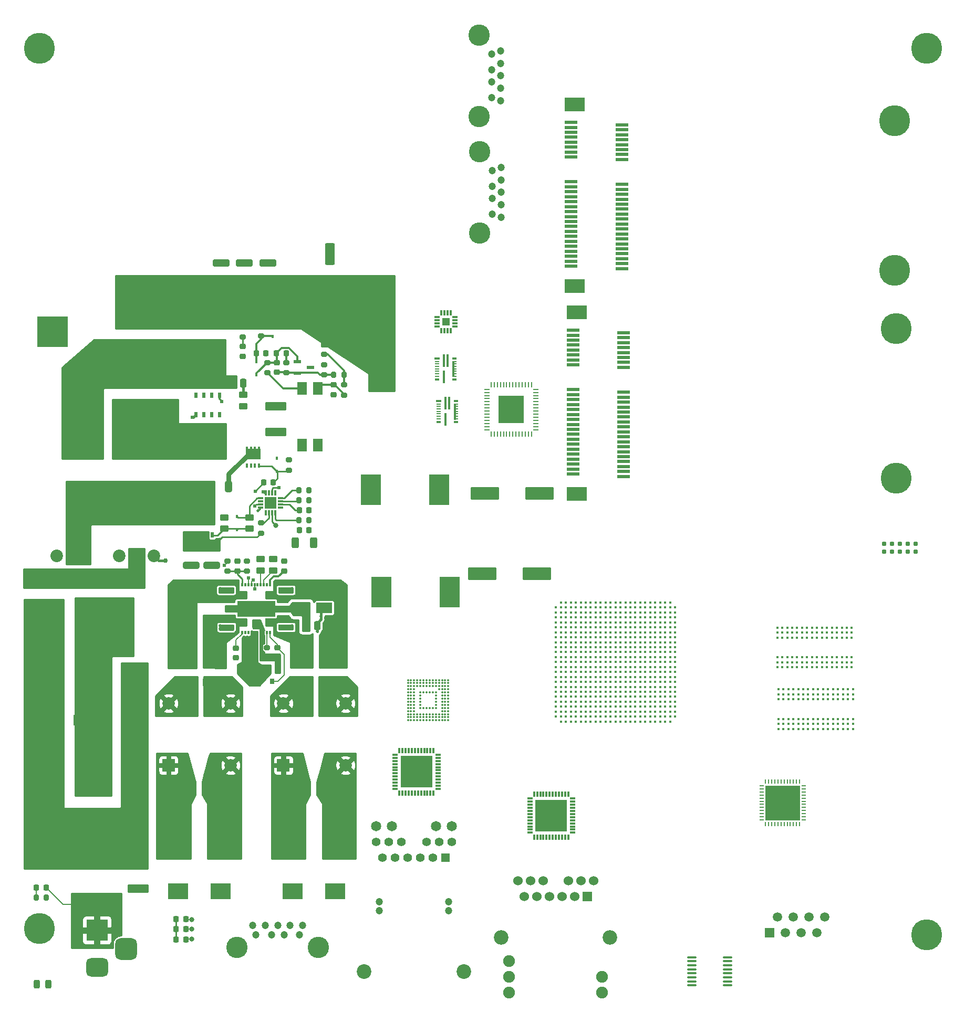
<source format=gbr>
%TF.GenerationSoftware,KiCad,Pcbnew,5.99.0-unknown-4b436fa57~104~ubuntu20.04.1*%
%TF.CreationDate,2020-10-20T16:16:33-05:00*%
%TF.ProjectId,AP2100,41503231-3030-42e6-9b69-6361645f7063,rev?*%
%TF.SameCoordinates,Original*%
%TF.FileFunction,Copper,L1,Top*%
%TF.FilePolarity,Positive*%
%FSLAX46Y46*%
G04 Gerber Fmt 4.6, Leading zero omitted, Abs format (unit mm)*
G04 Created by KiCad (PCBNEW 5.99.0-unknown-4b436fa57~104~ubuntu20.04.1) date 2020-10-20 16:16:33*
%MOMM*%
%LPD*%
G01*
G04 APERTURE LIST*
G04 Aperture macros list*
%AMRoundRect*
0 Rectangle with rounded corners*
0 $1 Rounding radius*
0 $2 $3 $4 $5 $6 $7 $8 $9 X,Y pos of 4 corners*
0 Add a 4 corners polygon primitive as box body*
4,1,4,$2,$3,$4,$5,$6,$7,$8,$9,$2,$3,0*
0 Add four circle primitives for the rounded corners*
1,1,$1+$1,$2,$3,0*
1,1,$1+$1,$4,$5,0*
1,1,$1+$1,$6,$7,0*
1,1,$1+$1,$8,$9,0*
0 Add four rect primitives between the rounded corners*
20,1,$1+$1,$2,$3,$4,$5,0*
20,1,$1+$1,$4,$5,$6,$7,0*
20,1,$1+$1,$6,$7,$8,$9,0*
20,1,$1+$1,$8,$9,$2,$3,0*%
G04 Aperture macros list end*
%TA.AperFunction,EtchedComponent*%
%ADD10C,0.100000*%
%TD*%
%TA.AperFunction,SMDPad,CuDef*%
%ADD11RoundRect,0.250000X-0.250000X-0.475000X0.250000X-0.475000X0.250000X0.475000X-0.250000X0.475000X0*%
%TD*%
%TA.AperFunction,SMDPad,CuDef*%
%ADD12RoundRect,0.243750X-0.243750X-0.456250X0.243750X-0.456250X0.243750X0.456250X-0.243750X0.456250X0*%
%TD*%
%TA.AperFunction,SMDPad,CuDef*%
%ADD13RoundRect,0.225000X-0.250000X0.225000X-0.250000X-0.225000X0.250000X-0.225000X0.250000X0.225000X0*%
%TD*%
%TA.AperFunction,SMDPad,CuDef*%
%ADD14R,0.620000X0.940000*%
%TD*%
%TA.AperFunction,SMDPad,CuDef*%
%ADD15R,1.300000X0.600000*%
%TD*%
%TA.AperFunction,SMDPad,CuDef*%
%ADD16RoundRect,0.218750X0.381250X-0.218750X0.381250X0.218750X-0.381250X0.218750X-0.381250X-0.218750X0*%
%TD*%
%TA.AperFunction,SMDPad,CuDef*%
%ADD17RoundRect,0.250000X1.100000X-0.325000X1.100000X0.325000X-1.100000X0.325000X-1.100000X-0.325000X0*%
%TD*%
%TA.AperFunction,SMDPad,CuDef*%
%ADD18R,3.200000X5.000000*%
%TD*%
%TA.AperFunction,ComponentPad*%
%ADD19C,1.200000*%
%TD*%
%TA.AperFunction,ComponentPad*%
%ADD20C,3.450000*%
%TD*%
%TA.AperFunction,SMDPad,CuDef*%
%ADD21RoundRect,0.200000X-0.275000X0.200000X-0.275000X-0.200000X0.275000X-0.200000X0.275000X0.200000X0*%
%TD*%
%TA.AperFunction,SMDPad,CuDef*%
%ADD22RoundRect,0.225000X0.250000X-0.225000X0.250000X0.225000X-0.250000X0.225000X-0.250000X-0.225000X0*%
%TD*%
%TA.AperFunction,SMDPad,CuDef*%
%ADD23R,0.450000X0.600000*%
%TD*%
%TA.AperFunction,SMDPad,CuDef*%
%ADD24RoundRect,0.250000X1.075000X-0.312500X1.075000X0.312500X-1.075000X0.312500X-1.075000X-0.312500X0*%
%TD*%
%TA.AperFunction,SMDPad,CuDef*%
%ADD25RoundRect,0.250000X0.450000X-0.262500X0.450000X0.262500X-0.450000X0.262500X-0.450000X-0.262500X0*%
%TD*%
%TA.AperFunction,SMDPad,CuDef*%
%ADD26RoundRect,0.250000X-0.325000X-1.100000X0.325000X-1.100000X0.325000X1.100000X-0.325000X1.100000X0*%
%TD*%
%TA.AperFunction,SMDPad,CuDef*%
%ADD27RoundRect,0.225000X0.225000X0.250000X-0.225000X0.250000X-0.225000X-0.250000X0.225000X-0.250000X0*%
%TD*%
%TA.AperFunction,SMDPad,CuDef*%
%ADD28R,3.300000X2.500000*%
%TD*%
%TA.AperFunction,SMDPad,CuDef*%
%ADD29RoundRect,0.218750X-0.218750X-0.256250X0.218750X-0.256250X0.218750X0.256250X-0.218750X0.256250X0*%
%TD*%
%TA.AperFunction,ComponentPad*%
%ADD30C,2.900000*%
%TD*%
%TA.AperFunction,ConnectorPad*%
%ADD31C,5.000000*%
%TD*%
%TA.AperFunction,SMDPad,CuDef*%
%ADD32RoundRect,0.250000X-0.450000X0.262500X-0.450000X-0.262500X0.450000X-0.262500X0.450000X0.262500X0*%
%TD*%
%TA.AperFunction,SMDPad,CuDef*%
%ADD33RoundRect,0.225000X-0.225000X-0.250000X0.225000X-0.250000X0.225000X0.250000X-0.225000X0.250000X0*%
%TD*%
%TA.AperFunction,SMDPad,CuDef*%
%ADD34R,5.000000X5.000000*%
%TD*%
%TA.AperFunction,SMDPad,CuDef*%
%ADD35RoundRect,0.200000X0.275000X-0.200000X0.275000X0.200000X-0.275000X0.200000X-0.275000X-0.200000X0*%
%TD*%
%TA.AperFunction,SMDPad,CuDef*%
%ADD36R,0.300000X0.850000*%
%TD*%
%TA.AperFunction,SMDPad,CuDef*%
%ADD37R,0.850000X0.300000*%
%TD*%
%TA.AperFunction,SMDPad,CuDef*%
%ADD38R,5.150000X5.150000*%
%TD*%
%TA.AperFunction,SMDPad,CuDef*%
%ADD39RoundRect,0.218750X0.218750X0.256250X-0.218750X0.256250X-0.218750X-0.256250X0.218750X-0.256250X0*%
%TD*%
%TA.AperFunction,SMDPad,CuDef*%
%ADD40RoundRect,0.250000X0.325000X0.650000X-0.325000X0.650000X-0.325000X-0.650000X0.325000X-0.650000X0*%
%TD*%
%TA.AperFunction,SMDPad,CuDef*%
%ADD41RoundRect,0.250001X-2.049999X-0.799999X2.049999X-0.799999X2.049999X0.799999X-2.049999X0.799999X0*%
%TD*%
%TA.AperFunction,SMDPad,CuDef*%
%ADD42C,2.030000*%
%TD*%
%TA.AperFunction,SMDPad,CuDef*%
%ADD43C,2.790000*%
%TD*%
%TA.AperFunction,SMDPad,CuDef*%
%ADD44R,1.250000X1.250000*%
%TD*%
%TA.AperFunction,SMDPad,CuDef*%
%ADD45R,4.300000X2.100000*%
%TD*%
%TA.AperFunction,SMDPad,CuDef*%
%ADD46RoundRect,0.100000X0.637500X0.100000X-0.637500X0.100000X-0.637500X-0.100000X0.637500X-0.100000X0*%
%TD*%
%TA.AperFunction,SMDPad,CuDef*%
%ADD47RoundRect,0.250000X-1.100000X0.325000X-1.100000X-0.325000X1.100000X-0.325000X1.100000X0.325000X0*%
%TD*%
%TA.AperFunction,SMDPad,CuDef*%
%ADD48C,0.410000*%
%TD*%
%TA.AperFunction,WasherPad*%
%ADD49C,5.000000*%
%TD*%
%TA.AperFunction,SMDPad,CuDef*%
%ADD50R,2.000000X0.600000*%
%TD*%
%TA.AperFunction,SMDPad,CuDef*%
%ADD51R,3.200000X2.300000*%
%TD*%
%TA.AperFunction,SMDPad,CuDef*%
%ADD52RoundRect,0.250000X0.550000X-1.500000X0.550000X1.500000X-0.550000X1.500000X-0.550000X-1.500000X0*%
%TD*%
%TA.AperFunction,SMDPad,CuDef*%
%ADD53RoundRect,0.218750X0.256250X-0.218750X0.256250X0.218750X-0.256250X0.218750X-0.256250X-0.218750X0*%
%TD*%
%TA.AperFunction,ComponentPad*%
%ADD54R,2.000000X2.000000*%
%TD*%
%TA.AperFunction,ComponentPad*%
%ADD55C,2.000000*%
%TD*%
%TA.AperFunction,ComponentPad*%
%ADD56R,1.530000X1.530000*%
%TD*%
%TA.AperFunction,ComponentPad*%
%ADD57C,1.530000*%
%TD*%
%TA.AperFunction,ComponentPad*%
%ADD58C,1.905000*%
%TD*%
%TA.AperFunction,ComponentPad*%
%ADD59C,2.355000*%
%TD*%
%TA.AperFunction,SMDPad,CuDef*%
%ADD60R,2.500000X3.300000*%
%TD*%
%TA.AperFunction,ConnectorPad*%
%ADD61C,0.787400*%
%TD*%
%TA.AperFunction,SMDPad,CuDef*%
%ADD62R,0.420000X0.700000*%
%TD*%
%TA.AperFunction,SMDPad,CuDef*%
%ADD63R,2.370000X1.700000*%
%TD*%
%TA.AperFunction,SMDPad,CuDef*%
%ADD64R,0.420000X0.450000*%
%TD*%
%TA.AperFunction,SMDPad,CuDef*%
%ADD65RoundRect,0.249999X-1.450001X0.450001X-1.450001X-0.450001X1.450001X-0.450001X1.450001X0.450001X0*%
%TD*%
%TA.AperFunction,SMDPad,CuDef*%
%ADD66R,2.500000X1.800000*%
%TD*%
%TA.AperFunction,SMDPad,CuDef*%
%ADD67RoundRect,0.200000X0.200000X0.275000X-0.200000X0.275000X-0.200000X-0.275000X0.200000X-0.275000X0*%
%TD*%
%TA.AperFunction,SMDPad,CuDef*%
%ADD68R,0.950000X0.300000*%
%TD*%
%TA.AperFunction,SMDPad,CuDef*%
%ADD69R,0.300000X0.950000*%
%TD*%
%TA.AperFunction,SMDPad,CuDef*%
%ADD70R,1.850000X1.850000*%
%TD*%
%TA.AperFunction,SMDPad,CuDef*%
%ADD71R,1.500000X2.100000*%
%TD*%
%TA.AperFunction,SMDPad,CuDef*%
%ADD72R,0.800000X0.900000*%
%TD*%
%TA.AperFunction,SMDPad,CuDef*%
%ADD73R,0.300000X0.580000*%
%TD*%
%TA.AperFunction,SMDPad,CuDef*%
%ADD74R,0.580000X0.300000*%
%TD*%
%TA.AperFunction,SMDPad,CuDef*%
%ADD75R,1.520000X1.200000*%
%TD*%
%TA.AperFunction,SMDPad,CuDef*%
%ADD76R,6.140000X2.560000*%
%TD*%
%TA.AperFunction,SMDPad,CuDef*%
%ADD77R,1.200000X1.520000*%
%TD*%
%TA.AperFunction,SMDPad,CuDef*%
%ADD78RoundRect,0.200000X-0.200000X-0.275000X0.200000X-0.275000X0.200000X0.275000X-0.200000X0.275000X0*%
%TD*%
%TA.AperFunction,ComponentPad*%
%ADD79R,3.500000X3.500000*%
%TD*%
%TA.AperFunction,ComponentPad*%
%ADD80RoundRect,0.750000X1.000000X-0.750000X1.000000X0.750000X-1.000000X0.750000X-1.000000X-0.750000X0*%
%TD*%
%TA.AperFunction,ComponentPad*%
%ADD81RoundRect,0.875000X0.875000X-0.875000X0.875000X0.875000X-0.875000X0.875000X-0.875000X-0.875000X0*%
%TD*%
%TA.AperFunction,ComponentPad*%
%ADD82R,1.398000X1.398000*%
%TD*%
%TA.AperFunction,ComponentPad*%
%ADD83C,1.398000*%
%TD*%
%TA.AperFunction,ComponentPad*%
%ADD84C,1.650000*%
%TD*%
%TA.AperFunction,ComponentPad*%
%ADD85C,2.362500*%
%TD*%
%TA.AperFunction,SMDPad,CuDef*%
%ADD86R,0.900000X0.300000*%
%TD*%
%TA.AperFunction,SMDPad,CuDef*%
%ADD87R,0.800000X0.200000*%
%TD*%
%TA.AperFunction,SMDPad,CuDef*%
%ADD88R,0.800000X0.300000*%
%TD*%
%TA.AperFunction,SMDPad,CuDef*%
%ADD89R,0.300000X2.000000*%
%TD*%
%TA.AperFunction,ComponentPad*%
%ADD90R,1.500000X1.500000*%
%TD*%
%TA.AperFunction,ComponentPad*%
%ADD91C,1.500000*%
%TD*%
%TA.AperFunction,SMDPad,CuDef*%
%ADD92RoundRect,0.249999X1.450001X-0.450001X1.450001X0.450001X-1.450001X0.450001X-1.450001X-0.450001X0*%
%TD*%
%TA.AperFunction,SMDPad,CuDef*%
%ADD93R,4.700000X1.200000*%
%TD*%
%TA.AperFunction,SMDPad,CuDef*%
%ADD94R,3.150000X2.150000*%
%TD*%
%TA.AperFunction,SMDPad,CuDef*%
%ADD95RoundRect,0.250000X-0.312500X-0.625000X0.312500X-0.625000X0.312500X0.625000X-0.312500X0.625000X0*%
%TD*%
%TA.AperFunction,SMDPad,CuDef*%
%ADD96C,0.350000*%
%TD*%
%TA.AperFunction,SMDPad,CuDef*%
%ADD97R,0.740000X0.260000*%
%TD*%
%TA.AperFunction,SMDPad,CuDef*%
%ADD98R,0.260000X0.740000*%
%TD*%
%TA.AperFunction,SMDPad,CuDef*%
%ADD99R,5.650000X5.650000*%
%TD*%
%TA.AperFunction,SMDPad,CuDef*%
%ADD100R,0.810000X0.270000*%
%TD*%
%TA.AperFunction,SMDPad,CuDef*%
%ADD101R,0.270000X0.810000*%
%TD*%
%TA.AperFunction,SMDPad,CuDef*%
%ADD102R,4.100000X4.400000*%
%TD*%
%TA.AperFunction,SMDPad,CuDef*%
%ADD103R,0.500000X0.925000*%
%TD*%
%TA.AperFunction,SMDPad,CuDef*%
%ADD104R,0.610000X0.917200*%
%TD*%
%TA.AperFunction,ViaPad*%
%ADD105C,0.482600*%
%TD*%
%TA.AperFunction,ViaPad*%
%ADD106C,0.609600*%
%TD*%
%TA.AperFunction,ViaPad*%
%ADD107C,0.762000*%
%TD*%
%TA.AperFunction,ViaPad*%
%ADD108C,0.800000*%
%TD*%
%TA.AperFunction,Conductor*%
%ADD109C,0.203200*%
%TD*%
%TA.AperFunction,Conductor*%
%ADD110C,0.254000*%
%TD*%
%TA.AperFunction,Conductor*%
%ADD111C,0.762000*%
%TD*%
%TA.AperFunction,Conductor*%
%ADD112C,0.304800*%
%TD*%
%TA.AperFunction,Conductor*%
%ADD113C,0.457200*%
%TD*%
%TA.AperFunction,Conductor*%
%ADD114C,0.152400*%
%TD*%
%TA.AperFunction,Conductor*%
%ADD115C,0.431800*%
%TD*%
G04 APERTURE END LIST*
%TO.C,U1*%
G36*
X70290046Y-58979825D02*
G01*
X70040046Y-58979825D01*
X70040046Y-56479825D01*
X70290046Y-56479825D01*
X70290046Y-58979825D01*
G37*
D10*
X70290046Y-58979825D02*
X70040046Y-58979825D01*
X70040046Y-56479825D01*
X70290046Y-56479825D01*
X70290046Y-58979825D01*
%TO.C,U2*%
G36*
X70489600Y-65842200D02*
G01*
X70239600Y-65842200D01*
X70239600Y-63342200D01*
X70489600Y-63342200D01*
X70489600Y-65842200D01*
G37*
X70489600Y-65842200D02*
X70239600Y-65842200D01*
X70239600Y-63342200D01*
X70489600Y-63342200D01*
X70489600Y-65842200D01*
%TD*%
D11*
%TO.P,C112,1*%
%TO.N,Net-(C110-Pad1)*%
X34447400Y-60029450D03*
%TO.P,C112,2*%
%TO.N,Net-(C112-Pad2)*%
X36347400Y-60029450D03*
%TD*%
D12*
%TO.P,LED6,1,K*%
%TO.N,GND*%
X3062500Y-157000000D03*
%TO.P,LED6,2,A*%
%TO.N,Net-(LED6-Pad2)*%
X4937500Y-157000000D03*
%TD*%
D13*
%TO.P,C89,1*%
%TO.N,Net-(C89-Pad1)*%
X41802196Y-102727102D03*
%TO.P,C89,2*%
%TO.N,/PoE Power/VOB*%
X41802196Y-104277102D03*
%TD*%
D11*
%TO.P,C83,1*%
%TO.N,Net-(C83-Pad1)*%
X46691130Y-125611200D03*
%TO.P,C83,2*%
%TO.N,Net-(C83-Pad2)*%
X48591130Y-125611200D03*
%TD*%
D14*
%TO.P,U5,1,S_1*%
%TO.N,GND*%
X28727400Y-61989400D03*
%TO.P,U5,2,S_2*%
X29997400Y-61989400D03*
%TO.P,U5,3,S_3*%
X31267400Y-61989400D03*
%TO.P,U5,4,G*%
%TO.N,Net-(D15-Pad2)*%
X32537400Y-61989400D03*
%TA.AperFunction,SMDPad,CuDef*%
%TO.P,U5,5,D_1*%
%TO.N,Net-(C110-Pad1)*%
G36*
X27957046Y-59589045D02*
G01*
X27957400Y-59588899D01*
X28426900Y-59588899D01*
X28426900Y-57939899D01*
X27957402Y-57939898D01*
X27957400Y-57939899D01*
X27957046Y-57939753D01*
X27956900Y-57939399D01*
X27956900Y-57139399D01*
X27957046Y-57139045D01*
X27957400Y-57138899D01*
X28426900Y-57138899D01*
X28426900Y-56214400D01*
X28427046Y-56214046D01*
X28427400Y-56213900D01*
X29032400Y-56213900D01*
X29032754Y-56214046D01*
X29032900Y-56214400D01*
X29032900Y-56678900D01*
X29691900Y-56678900D01*
X29691900Y-56214400D01*
X29692046Y-56214046D01*
X29692400Y-56213900D01*
X30302400Y-56213900D01*
X30302754Y-56214046D01*
X30302900Y-56214400D01*
X30302900Y-56678900D01*
X30961900Y-56678900D01*
X30961900Y-56214400D01*
X30962046Y-56214046D01*
X30962400Y-56213900D01*
X31572400Y-56213900D01*
X31572754Y-56214046D01*
X31572900Y-56214400D01*
X31572900Y-56678900D01*
X32227400Y-56678900D01*
X32227400Y-56209400D01*
X32847400Y-56209400D01*
X32847400Y-57138900D01*
X33307400Y-57138900D01*
X33307754Y-57139046D01*
X33307900Y-57139400D01*
X33307899Y-57939400D01*
X33307753Y-57939754D01*
X33307399Y-57939900D01*
X32837899Y-57939899D01*
X32837899Y-59588900D01*
X33307399Y-59588900D01*
X33307753Y-59589046D01*
X33307899Y-59589400D01*
X33307899Y-60389400D01*
X33307753Y-60389754D01*
X33307399Y-60389900D01*
X32837899Y-60389899D01*
X32837899Y-60539400D01*
X32837753Y-60539754D01*
X32837399Y-60539900D01*
X28427402Y-60539898D01*
X28427400Y-60539899D01*
X28427046Y-60539753D01*
X28426900Y-60539399D01*
X28426900Y-60389899D01*
X27957402Y-60389898D01*
X27957400Y-60389899D01*
X27957046Y-60389753D01*
X27956900Y-60389399D01*
X27956900Y-59589399D01*
X27957046Y-59589045D01*
G37*
%TD.AperFunction*%
%TO.P,U5,6,D_2*%
X31267400Y-56679400D03*
%TO.P,U5,7,D_3*%
X29997400Y-56679400D03*
%TO.P,U5,8,D_4*%
X28727400Y-56679400D03*
%TD*%
D15*
%TO.P,U6,1,K*%
%TO.N,Net-(C123-Pad2)*%
X45012900Y-56530700D03*
%TO.P,U6,2,REF*%
%TO.N,Net-(C123-Pad1)*%
X45012900Y-58430700D03*
%TO.P,U6,3,A*%
%TO.N,GND*%
X47112900Y-57480700D03*
%TD*%
D16*
%TO.P,FB2,1,1*%
%TO.N,Net-(C78-Pad2)*%
X32397310Y-107712800D03*
%TO.P,FB2,2,2*%
%TO.N,/PoE Power/IN_36*%
X32397310Y-105587800D03*
%TD*%
D17*
%TO.P,C116,1*%
%TO.N,/12V*%
X32740600Y-43562800D03*
%TO.P,C116,2*%
%TO.N,GND*%
X32740600Y-40612800D03*
%TD*%
%TO.P,C113,1*%
%TO.N,/12V*%
X36499800Y-43586400D03*
%TO.P,C113,2*%
%TO.N,GND*%
X36499800Y-40636400D03*
%TD*%
D18*
%TO.P,L1,1,1*%
%TO.N,Net-(C4-Pad1)*%
X58584200Y-93700600D03*
%TO.P,L1,2,2*%
%TO.N,/CPU_VDD_SENSE*%
X69584200Y-93700600D03*
%TD*%
D19*
%TO.P,J9,1,VBUS*%
%TO.N,Net-(FL3-Pad3)*%
X38379400Y-149021800D03*
%TO.P,J9,2,D-*%
%TO.N,/USB/USB2_DP*%
X40879400Y-149021800D03*
%TO.P,J9,3,D+*%
%TO.N,/USB/USB2_DM*%
X42879400Y-149021800D03*
%TO.P,J9,4,GND*%
%TO.N,GND*%
X45379400Y-149021800D03*
%TO.P,J9,5,SSRX-*%
%TO.N,/USB/USB2_RXDM*%
X45879400Y-147521800D03*
%TO.P,J9,6,SSRX+*%
%TO.N,/USB/USB2_RXDP*%
X43879400Y-147521800D03*
%TO.P,J9,7,GND*%
%TO.N,GND*%
X41879400Y-147521800D03*
%TO.P,J9,8,SSTX-*%
%TO.N,/USB/USB2_TXDM*%
X39879400Y-147521800D03*
%TO.P,J9,9,SSTX+*%
%TO.N,/USB/USB2_TXDP*%
X37879400Y-147521800D03*
D20*
%TO.P,J9,MH1,MH1*%
%TO.N,GND*%
X35309400Y-151021800D03*
%TO.P,J9,MH2,MH2*%
X48449400Y-151021800D03*
%TD*%
D21*
%TO.P,R46,1*%
%TO.N,/12V*%
X49390300Y-53722000D03*
%TO.P,R46,2*%
%TO.N,Net-(R45-Pad1)*%
X49390300Y-55372000D03*
%TD*%
D22*
%TO.P,C87,1*%
%TO.N,/PoE Power/VB*%
X42941196Y-90330999D03*
%TO.P,C87,2*%
%TO.N,GNDPWR*%
X42941196Y-88780999D03*
%TD*%
D23*
%TO.P,D13,1,K*%
%TO.N,Net-(D13-Pad1)*%
X35306585Y-81576200D03*
%TO.P,D13,2,A*%
%TO.N,Net-(D13-Pad2)*%
X35306585Y-83676200D03*
%TD*%
D24*
%TO.P,R41,1*%
%TO.N,GNDPWR*%
X31242000Y-89462800D03*
%TO.P,R41,2*%
%TO.N,Net-(Q1-Pad1)*%
X31242000Y-86537800D03*
%TD*%
D25*
%TO.P,R17,1*%
%TO.N,Net-(IC2-Pad4)*%
X41144996Y-90271600D03*
%TO.P,R17,2*%
%TO.N,GNDPWR*%
X41144996Y-88446600D03*
%TD*%
D26*
%TO.P,C95,1*%
%TO.N,/PoE Power/VDC*%
X6804185Y-117867800D03*
%TO.P,C95,2*%
%TO.N,GNDPWR*%
X9754185Y-117867800D03*
%TD*%
D16*
%TO.P,FB4,1,1*%
%TO.N,Net-(C84-Pad2)*%
X51181585Y-107712800D03*
%TO.P,FB4,2,2*%
%TO.N,/PoE Power/IN_78*%
X51181585Y-105587800D03*
%TD*%
D27*
%TO.P,C118,1*%
%TO.N,GNDA*%
X46889785Y-80525602D03*
%TO.P,C118,2*%
%TO.N,Net-(C118-Pad2)*%
X45339785Y-80525602D03*
%TD*%
D28*
%TO.P,D6,1,A1*%
%TO.N,Net-(C83-Pad2)*%
X51155185Y-135192196D03*
%TO.P,D6,2,A2*%
%TO.N,Earth*%
X51155185Y-141992196D03*
%TD*%
D16*
%TO.P,FB3,1,1*%
%TO.N,Net-(C84-Pad1)*%
X45034785Y-107712800D03*
%TO.P,FB3,2,2*%
%TO.N,/PoE Power/IN_45*%
X45034785Y-105587800D03*
%TD*%
D29*
%TO.P,LED4,1,K*%
%TO.N,Net-(LED4-Pad1)*%
X2971700Y-141427200D03*
%TO.P,LED4,2,A*%
%TO.N,Net-(D7-Pad2)*%
X4546700Y-141427200D03*
%TD*%
D30*
%TO.P,H3,1,1*%
%TO.N,GND*%
X3500000Y-148000000D03*
D31*
X3500001Y-148000007D03*
%TD*%
D22*
%TO.P,C122,1*%
%TO.N,GND*%
X50863500Y-61887700D03*
%TO.P,C122,2*%
%TO.N,Net-(C122-Pad2)*%
X50863500Y-60337700D03*
%TD*%
D32*
%TO.P,R38,1*%
%TO.N,GNDPWR*%
X33303184Y-81694899D03*
%TO.P,R38,2*%
%TO.N,Net-(D13-Pad2)*%
X33303184Y-83519899D03*
%TD*%
D22*
%TO.P,C104,1*%
%TO.N,GNDPWR*%
X35168796Y-104307701D03*
%TO.P,C104,2*%
%TO.N,Net-(C104-Pad2)*%
X35168796Y-102757701D03*
%TD*%
D33*
%TO.P,C127,1*%
%TO.N,Net-(C127-Pad1)*%
X38442900Y-55206900D03*
%TO.P,C127,2*%
%TO.N,GND*%
X39992900Y-55206900D03*
%TD*%
D22*
%TO.P,C123,1*%
%TO.N,Net-(C123-Pad1)*%
X41719500Y-58306300D03*
%TO.P,C123,2*%
%TO.N,Net-(C123-Pad2)*%
X41719500Y-56756300D03*
%TD*%
D23*
%TO.P,D19,1,K*%
%TO.N,/12V*%
X41021000Y-50385000D03*
%TO.P,D19,2,A*%
%TO.N,Net-(C127-Pad1)*%
X41021000Y-52485000D03*
%TD*%
D34*
%TO.P,L10,1,1*%
%TO.N,Net-(C110-Pad1)*%
X22572185Y-56239800D03*
%TO.P,L10,2,2*%
%TO.N,/12V*%
X22572185Y-47239800D03*
%TO.P,L10,3*%
%TO.N,N/C*%
X5572185Y-51739800D03*
%TD*%
D11*
%TO.P,C105,1*%
%TO.N,/PoE Power/VOB*%
X46375196Y-99138501D03*
%TO.P,C105,2*%
%TO.N,GNDPWR*%
X48275196Y-99138501D03*
%TD*%
D35*
%TO.P,R19,1*%
%TO.N,/PoE Power/VOB*%
X40142796Y-104344501D03*
%TO.P,R19,2*%
%TO.N,Net-(IC2-Pad31)*%
X40142796Y-102694501D03*
%TD*%
D22*
%TO.P,C90,1*%
%TO.N,Net-(C90-Pad1)*%
X35346596Y-90334100D03*
%TO.P,C90,2*%
%TO.N,GNDPWR*%
X35346596Y-88784100D03*
%TD*%
D30*
%TO.P,H1,1,1*%
%TO.N,GND*%
X3500000Y-6000000D03*
D31*
X3500000Y-6000000D03*
%TD*%
D36*
%TO.P,IC8,1,AVDDH_1*%
%TO.N,/3V3*%
X61486600Y-126182800D03*
%TO.P,IC8,2,TXRXP_A*%
%TO.N,/POE_TD1_P*%
X61986600Y-126182800D03*
%TO.P,IC8,3,TXRXM_A*%
%TO.N,/POE_TD1_N*%
X62486600Y-126182800D03*
%TO.P,IC8,4,AVDDL_1*%
%TO.N,Net-(IC8-Pad18)*%
X62986600Y-126182800D03*
%TO.P,IC8,5,TXRXP_B*%
%TO.N,/POE_TD2_P*%
X63486600Y-126182800D03*
%TO.P,IC8,6,TXRXM_B*%
%TO.N,/POE_TD2_N*%
X63986600Y-126182800D03*
%TO.P,IC8,7,TXRXP_C*%
%TO.N,/POE_TD3_P*%
X64486600Y-126182800D03*
%TO.P,IC8,8,TXRXM_C*%
%TO.N,/POE_TD3_N*%
X64986600Y-126182800D03*
%TO.P,IC8,9,AVDDL_2*%
%TO.N,Net-(IC8-Pad18)*%
X65486600Y-126182800D03*
%TO.P,IC8,10,TXRXP_D*%
%TO.N,/POE_TD4_P*%
X65986600Y-126182800D03*
%TO.P,IC8,11,TXRXM_D*%
%TO.N,/POE_TD4_N*%
X66486600Y-126182800D03*
%TO.P,IC8,12,AVDDH_2*%
%TO.N,/3V3*%
X66986600Y-126182800D03*
D37*
%TO.P,IC8,13,NC_1*%
%TO.N,Net-(IC8-Pad13)*%
X67686600Y-125482800D03*
%TO.P,IC8,14,NC_2*%
%TO.N,Net-(IC8-Pad14)*%
X67686600Y-124982800D03*
%TO.P,IC8,15,LED2/PHYAD1*%
%TO.N,/SerDes / RGMII Ethernet/P0_LED2*%
X67686600Y-124482800D03*
%TO.P,IC8,16,DVDDH_1*%
%TO.N,/3V3*%
X67686600Y-123982800D03*
%TO.P,IC8,17,LED1/PME_N1//PHYAD0*%
%TO.N,/SerDes / RGMII Ethernet/P0_LED1*%
X67686600Y-123482800D03*
%TO.P,IC8,18,DVDDL_1*%
%TO.N,Net-(IC8-Pad18)*%
X67686600Y-122982800D03*
%TO.P,IC8,19,TXD0*%
%TO.N,Net-(IC8-Pad19)*%
X67686600Y-122482800D03*
%TO.P,IC8,20,TXD1*%
%TO.N,Net-(IC8-Pad20)*%
X67686600Y-121982800D03*
%TO.P,IC8,21,TXD2*%
%TO.N,Net-(IC8-Pad21)*%
X67686600Y-121482800D03*
%TO.P,IC8,22,TXD3*%
%TO.N,Net-(IC8-Pad22)*%
X67686600Y-120982800D03*
%TO.P,IC8,23,DVDDL_2*%
%TO.N,Net-(IC8-Pad18)*%
X67686600Y-120482800D03*
%TO.P,IC8,24,TXC*%
%TO.N,Net-(IC8-Pad24)*%
X67686600Y-119982800D03*
D36*
%TO.P,IC8,25,TX_CTL*%
%TO.N,Net-(IC8-Pad25)*%
X66986600Y-119282800D03*
%TO.P,IC8,26,DVDDL_3*%
%TO.N,Net-(IC8-Pad18)*%
X66486600Y-119282800D03*
%TO.P,IC8,27,RXD3/MODE3*%
%TO.N,/SerDes / RGMII Ethernet/P0_RXD3*%
X65986600Y-119282800D03*
%TO.P,IC8,28,RXD2/MODE2*%
%TO.N,/SerDes / RGMII Ethernet/P0_RXD2*%
X65486600Y-119282800D03*
%TO.P,IC8,29,VSS*%
%TO.N,GND*%
X64986600Y-119282800D03*
%TO.P,IC8,30,DVDDL_4*%
%TO.N,Net-(IC8-Pad18)*%
X64486600Y-119282800D03*
%TO.P,IC8,31,RXD1/MODE1*%
%TO.N,/SerDes / RGMII Ethernet/P0_RXD1*%
X63986600Y-119282800D03*
%TO.P,IC8,32,RXD0/MODE0*%
%TO.N,/SerDes / RGMII Ethernet/P0_RXD0*%
X63486600Y-119282800D03*
%TO.P,IC8,33,RX_CTL/CLK125_EN*%
%TO.N,/SerDes / RGMII Ethernet/P0_RX_CTL{slash}CLK125_EN*%
X62986600Y-119282800D03*
%TO.P,IC8,34,DVDDH_2*%
%TO.N,/3V3*%
X62486600Y-119282800D03*
%TO.P,IC8,35,RXC/PHYAD2*%
%TO.N,/SerDes / RGMII Ethernet/P0_RX_CLK*%
X61986600Y-119282800D03*
%TO.P,IC8,36,MDC*%
%TO.N,Net-(IC8-Pad36)*%
X61486600Y-119282800D03*
D37*
%TO.P,IC8,37,MDIO*%
%TO.N,Net-(IC8-Pad37)*%
X60786600Y-119982800D03*
%TO.P,IC8,38,INT_N/PME_N2/ALLPHYAD*%
%TO.N,/SOC_IRQ0*%
X60786600Y-120482800D03*
%TO.P,IC8,39,DVDDL_5*%
%TO.N,Net-(IC8-Pad18)*%
X60786600Y-120982800D03*
%TO.P,IC8,40,DVDDH_3*%
%TO.N,/3V3*%
X60786600Y-121482800D03*
%TO.P,IC8,41,CLK125_NDO/LED_MODE*%
%TO.N,Net-(IC8-Pad41)*%
X60786600Y-121982800D03*
%TO.P,IC8,42,RESET_N*%
%TO.N,Net-(IC8-Pad42)*%
X60786600Y-122482800D03*
%TO.P,IC8,43,LDO_O*%
%TO.N,Net-(IC8-Pad43)*%
X60786600Y-122982800D03*
%TO.P,IC8,44,AVDDL_PLL*%
%TO.N,Net-(IC8-Pad18)*%
X60786600Y-123482800D03*
%TO.P,IC8,45,XO*%
%TO.N,Net-(IC8-Pad45)*%
X60786600Y-123982800D03*
%TO.P,IC8,46,XI*%
%TO.N,/25MHZ_EC1_RGMII*%
X60786600Y-124482800D03*
%TO.P,IC8,47,NC_3*%
%TO.N,Net-(IC8-Pad47)*%
X60786600Y-124982800D03*
%TO.P,IC8,48,ISET*%
%TO.N,Net-(IC8-Pad48)*%
X60786600Y-125482800D03*
D38*
%TO.P,IC8,49,P_VSS*%
%TO.N,GND*%
X64236600Y-122732800D03*
%TD*%
D39*
%TO.P,LED1,1,K*%
%TO.N,Net-(LED1-Pad1)*%
X27051100Y-146484050D03*
%TO.P,LED1,2,A*%
%TO.N,/PoE Power/VB*%
X25476100Y-146484050D03*
%TD*%
D35*
%TO.P,R49,1*%
%TO.N,Net-(C127-Pad1)*%
X39217600Y-52387000D03*
%TO.P,R49,2*%
%TO.N,/12V*%
X39217600Y-50737000D03*
%TD*%
D24*
%TO.P,R42,1*%
%TO.N,GNDPWR*%
X27965400Y-89458800D03*
%TO.P,R42,2*%
%TO.N,Net-(Q1-Pad1)*%
X27965400Y-86533800D03*
%TD*%
D40*
%TO.P,C120,1*%
%TO.N,Net-(C120-Pad1)*%
X33987000Y-76708000D03*
%TO.P,C120,2*%
%TO.N,Net-(C120-Pad2)*%
X31037000Y-76708000D03*
%TD*%
D41*
%TO.P,C222,1*%
%TO.N,/CPU_VDD_SENSE*%
X74873400Y-90779600D03*
%TO.P,C222,2*%
%TO.N,GND*%
X83673400Y-90779600D03*
%TD*%
D42*
%TO.P,TR1,1,1*%
%TO.N,GNDPWR*%
X6288185Y-87930800D03*
%TO.P,TR1,2,2*%
%TO.N,Net-(C120-Pad2)*%
X8992185Y-87930800D03*
%TO.P,TR1,4,4*%
%TO.N,Net-(TR1-Pad4)*%
X16358185Y-87930800D03*
%TO.P,TR1,5,5*%
%TO.N,Net-(C100-Pad1)*%
X19152185Y-87930800D03*
%TO.P,TR1,6,6*%
%TO.N,Net-(D11-Pad2)*%
X21946185Y-87930800D03*
D43*
%TO.P,TR1,8,8*%
%TO.N,Net-(C111-Pad1)*%
X17247185Y-67610800D03*
%TO.P,TR1,10,10*%
%TO.N,Net-(C110-Pad1)*%
X10897185Y-67610800D03*
%TD*%
D18*
%TO.P,L2,1,1*%
%TO.N,Net-(C24-Pad1)*%
X56857000Y-77216000D03*
%TO.P,L2,2,2*%
%TO.N,/3V3*%
X67857000Y-77216000D03*
%TD*%
D35*
%TO.P,R25,1*%
%TO.N,Net-(C90-Pad1)*%
X33746396Y-90384100D03*
%TO.P,R25,2*%
%TO.N,Net-(D7-Pad2)*%
X33746396Y-88734100D03*
%TD*%
D37*
%TO.P,IC1,1,EN/UVLO*%
%TO.N,/12V*%
X67540046Y-49379825D03*
%TO.P,IC1,2,VCC*%
%TO.N,Net-(C76-Pad1)*%
X67540046Y-49879825D03*
%TO.P,IC1,3,SGND*%
%TO.N,GND*%
X67540046Y-50379825D03*
%TO.P,IC1,4,MODE/SYNC*%
X67540046Y-50879825D03*
D36*
%TO.P,IC1,5,SS*%
%TO.N,Net-(C77-Pad1)*%
X68240046Y-51579825D03*
%TO.P,IC1,6,FB*%
%TO.N,/5V*%
X68740046Y-51579825D03*
%TO.P,IC1,7,RT*%
%TO.N,Net-(IC1-Pad7)*%
X69240046Y-51579825D03*
%TO.P,IC1,8,~RESET*%
%TO.N,/5V_PG*%
X69740046Y-51579825D03*
D37*
%TO.P,IC1,9,EXTVCC*%
%TO.N,/5V*%
X70440046Y-50879825D03*
%TO.P,IC1,10,BST*%
%TO.N,Net-(C72-Pad2)*%
X70440046Y-50379825D03*
%TO.P,IC1,11,LX_1*%
%TO.N,Net-(C72-Pad1)*%
X70440046Y-49879825D03*
%TO.P,IC1,12,LX_2*%
X70440046Y-49379825D03*
D36*
%TO.P,IC1,13,PGND_1*%
%TO.N,GND*%
X69740046Y-48679825D03*
%TO.P,IC1,14,PGND_2*%
X69240046Y-48679825D03*
%TO.P,IC1,15,VIN_1*%
%TO.N,/12V*%
X68740046Y-48679825D03*
%TO.P,IC1,16,VIN_2*%
X68240046Y-48679825D03*
D44*
%TO.P,IC1,17,EP*%
%TO.N,GND*%
X68990046Y-50129825D03*
%TD*%
D23*
%TO.P,D18,1,K*%
%TO.N,GNDPWR*%
X41774200Y-72183201D03*
%TO.P,D18,2,A*%
%TO.N,Net-(C121-Pad1)*%
X41774200Y-74283201D03*
%TD*%
D45*
%TO.P,C92,1*%
%TO.N,/PoE Power/VDC*%
X3580185Y-103301800D03*
%TO.P,C92,2*%
%TO.N,GNDPWR*%
X12880185Y-103301800D03*
%TD*%
%TO.P,C91,1*%
%TO.N,/PoE Power/VDC*%
X3580185Y-125425200D03*
%TO.P,C91,2*%
%TO.N,GNDPWR*%
X12880185Y-125425200D03*
%TD*%
D46*
%TO.P,U11,1,C1+*%
%TO.N,Net-(C153-Pad1)*%
X114368500Y-157189600D03*
%TO.P,U11,2,VS+*%
%TO.N,Net-(C155-Pad1)*%
X114368500Y-156539600D03*
%TO.P,U11,3,C1-*%
%TO.N,Net-(C153-Pad2)*%
X114368500Y-155889600D03*
%TO.P,U11,4,C2+*%
%TO.N,Net-(C154-Pad1)*%
X114368500Y-155239600D03*
%TO.P,U11,5,C2-*%
%TO.N,Net-(C154-Pad2)*%
X114368500Y-154589600D03*
%TO.P,U11,6,VS-*%
%TO.N,Net-(C156-Pad1)*%
X114368500Y-153939600D03*
%TO.P,U11,7,T2OUT*%
%TO.N,Net-(J4-Pad1)*%
X114368500Y-153289600D03*
%TO.P,U11,8,R2IN*%
%TO.N,Net-(J4-Pad8)*%
X114368500Y-152639600D03*
%TO.P,U11,9,R2OUT*%
%TO.N,/Reset/UART_CTS*%
X108643500Y-152639600D03*
%TO.P,U11,10,T2IN*%
%TO.N,/Reset/UART_RTS*%
X108643500Y-153289600D03*
%TO.P,U11,11,T1IN*%
%TO.N,/Reset/UART_TX*%
X108643500Y-153939600D03*
%TO.P,U11,12,R1OUT*%
%TO.N,/Reset/UART_RX*%
X108643500Y-154589600D03*
%TO.P,U11,13,R1IN*%
%TO.N,Net-(J4-Pad6)*%
X108643500Y-155239600D03*
%TO.P,U11,14,T1OUT*%
%TO.N,Net-(J4-Pad3)*%
X108643500Y-155889600D03*
%TO.P,U11,15,GND*%
%TO.N,GND*%
X108643500Y-156539600D03*
%TO.P,U11,16,VCC*%
%TO.N,/3V3*%
X108643500Y-157189600D03*
%TD*%
D47*
%TO.P,C102,1*%
%TO.N,Net-(C100-Pad1)*%
X10451785Y-92379800D03*
%TO.P,C102,2*%
%TO.N,GNDPWR*%
X10451785Y-95329800D03*
%TD*%
D48*
%TO.P,IC7,A1,VDDQ_1*%
%TO.N,/GVDD*%
X122397000Y-105866800D03*
%TO.P,IC7,A2,VSSQ_1*%
%TO.N,GND*%
X122397000Y-105066800D03*
%TO.P,IC7,A3,DQ8*%
%TO.N,/DDR4 Memory/DDR4_DQ24*%
X122397000Y-104266800D03*
%TO.P,IC7,A7,UDQS#*%
%TO.N,/DDR4 Memory/DDR4_DQS3_N*%
X122397000Y-101066800D03*
%TO.P,IC7,A8,VSSQ_2*%
%TO.N,GND*%
X122397000Y-100266800D03*
%TO.P,IC7,A9,VDDQ_2*%
%TO.N,/GVDD*%
X122397000Y-99466800D03*
%TO.P,IC7,B1,VPP_1*%
%TO.N,/2V5_VPP*%
X123197000Y-105866800D03*
%TO.P,IC7,B2,VSS_1*%
%TO.N,GND*%
X123197000Y-105066800D03*
%TO.P,IC7,B3,VDD_1*%
%TO.N,/GVDD*%
X123197000Y-104266800D03*
%TO.P,IC7,B7,UDQS*%
%TO.N,/DDR4 Memory/DDR4_DQS3_P*%
X123197000Y-101066800D03*
%TO.P,IC7,B8,DQ9*%
%TO.N,/DDR4 Memory/DDR4_DQ25*%
X123197000Y-100266800D03*
%TO.P,IC7,B9,VDD_2*%
%TO.N,/GVDD*%
X123197000Y-99466800D03*
%TO.P,IC7,C1,VDDQ_3*%
X123997000Y-105866800D03*
%TO.P,IC7,C2,DQ12*%
%TO.N,/DDR4 Memory/DDR4_DQ28*%
X123997000Y-105066800D03*
%TO.P,IC7,C3,DQ10*%
%TO.N,/DDR4 Memory/DDR4_DQ26*%
X123997000Y-104266800D03*
%TO.P,IC7,C7,DQ11*%
%TO.N,/DDR4 Memory/DDR4_DQ27*%
X123997000Y-101066800D03*
%TO.P,IC7,C8,DQ13*%
%TO.N,/DDR4 Memory/DDR4_DQ29*%
X123997000Y-100266800D03*
%TO.P,IC7,C9,VSSQ_3*%
%TO.N,GND*%
X123997000Y-99466800D03*
%TO.P,IC7,D1,VDD_3*%
%TO.N,/GVDD*%
X124797000Y-105866800D03*
%TO.P,IC7,D2,VSSQ_4*%
%TO.N,GND*%
X124797000Y-105066800D03*
%TO.P,IC7,D3,DQ14*%
%TO.N,/DDR4 Memory/DDR4_DQ30*%
X124797000Y-104266800D03*
%TO.P,IC7,D7,DQ15*%
%TO.N,/DDR4 Memory/DDR4_DQ31*%
X124797000Y-101066800D03*
%TO.P,IC7,D8,VSSQ_5*%
%TO.N,GND*%
X124797000Y-100266800D03*
%TO.P,IC7,D9,VDDQ_4*%
%TO.N,/GVDD*%
X124797000Y-99466800D03*
%TO.P,IC7,E1,VSS_2*%
%TO.N,GND*%
X125597000Y-105866800D03*
%TO.P,IC7,E2,UDM#/UDBI#*%
%TO.N,/DDR4 Memory/DDR4_DM3*%
X125597000Y-105066800D03*
%TO.P,IC7,E3,VSSQ_6*%
%TO.N,GND*%
X125597000Y-104266800D03*
%TO.P,IC7,E7,LDM#/LDBI#*%
%TO.N,/DDR4 Memory/DDR4_DM2*%
X125597000Y-101066800D03*
%TO.P,IC7,E8,VSSQ_7*%
%TO.N,GND*%
X125597000Y-100266800D03*
%TO.P,IC7,E9,VSS_3*%
X125597000Y-99466800D03*
%TO.P,IC7,F1,VSSQ_8*%
X126397000Y-105866800D03*
%TO.P,IC7,F2,VDDQ_5*%
%TO.N,/GVDD*%
X126397000Y-105066800D03*
%TO.P,IC7,F3,LDQS#*%
%TO.N,/DDR4 Memory/DDR4_DQS2_N*%
X126397000Y-104266800D03*
%TO.P,IC7,F7,DQ1*%
%TO.N,/DDR4 Memory/DDR4_DQ17*%
X126397000Y-101066800D03*
%TO.P,IC7,F8,VDDQ_6*%
%TO.N,/GVDD*%
X126397000Y-100266800D03*
%TO.P,IC7,F9,ZQ*%
%TO.N,Net-(IC7-PadF9)*%
X126397000Y-99466800D03*
%TO.P,IC7,G1,VDDQ_7*%
%TO.N,/GVDD*%
X127197000Y-105866800D03*
%TO.P,IC7,G2,DQ0*%
%TO.N,/DDR4 Memory/DDR4_DQ16*%
X127197000Y-105066800D03*
%TO.P,IC7,G3,LDQS*%
%TO.N,/DDR4 Memory/DDR4_DQS2_P*%
X127197000Y-104266800D03*
%TO.P,IC7,G7,VDD_4*%
%TO.N,/GVDD*%
X127197000Y-101066800D03*
%TO.P,IC7,G8,VSS_4*%
%TO.N,GND*%
X127197000Y-100266800D03*
%TO.P,IC7,G9,VDDQ_8*%
%TO.N,/GVDD*%
X127197000Y-99466800D03*
%TO.P,IC7,H1,VSSQ_9*%
%TO.N,GND*%
X127997000Y-105866800D03*
%TO.P,IC7,H2,DQ4*%
%TO.N,/DDR4 Memory/DDR4_DQ20*%
X127997000Y-105066800D03*
%TO.P,IC7,H3,DQ2*%
%TO.N,/DDR4 Memory/DDR4_DQ18*%
X127997000Y-104266800D03*
%TO.P,IC7,H7,DQ3*%
%TO.N,/DDR4 Memory/DDR4_DQ19*%
X127997000Y-101066800D03*
%TO.P,IC7,H8,DQ5*%
%TO.N,/DDR4 Memory/DDR4_DQ21*%
X127997000Y-100266800D03*
%TO.P,IC7,H9,VSSQ_10*%
%TO.N,GND*%
X127997000Y-99466800D03*
%TO.P,IC7,J1,VDD_5*%
%TO.N,/GVDD*%
X128797000Y-105866800D03*
%TO.P,IC7,J2,VDDQ_9*%
X128797000Y-105066800D03*
%TO.P,IC7,J3,DQ6*%
%TO.N,/DDR4 Memory/DDR4_DQ22*%
X128797000Y-104266800D03*
%TO.P,IC7,J7,DQ7*%
%TO.N,/DDR4 Memory/DDR4_DQ23*%
X128797000Y-101066800D03*
%TO.P,IC7,J8,VDDQ_10*%
%TO.N,/GVDD*%
X128797000Y-100266800D03*
%TO.P,IC7,J9,VDD_6*%
X128797000Y-99466800D03*
%TO.P,IC7,K1,VSS_5*%
%TO.N,GND*%
X129597000Y-105866800D03*
%TO.P,IC7,K2,CKE*%
%TO.N,/DDR4 Memory/DDR4_CKE0*%
X129597000Y-105066800D03*
%TO.P,IC7,K3,ODT*%
%TO.N,/DDR4 Memory/DDR4_ODT0*%
X129597000Y-104266800D03*
%TO.P,IC7,K7,CK*%
%TO.N,/DDR4 Memory/DDR4_CLK_P*%
X129597000Y-101066800D03*
%TO.P,IC7,K8,CK#*%
%TO.N,/DDR4 Memory/DDR4_CLK_N*%
X129597000Y-100266800D03*
%TO.P,IC7,K9,VSS_6*%
%TO.N,GND*%
X129597000Y-99466800D03*
%TO.P,IC7,L1,VDD_7*%
%TO.N,/GVDD*%
X130397000Y-105866800D03*
%TO.P,IC7,L2,WE#/A14*%
%TO.N,/DDR4 Memory/DDR4_WE_B*%
X130397000Y-105066800D03*
%TO.P,IC7,L3,ACT#*%
%TO.N,/DDR4 Memory/DDR4_A15*%
X130397000Y-104266800D03*
%TO.P,IC7,L7,CS#*%
%TO.N,/DDR4 Memory/DDR4_CS0_B*%
X130397000Y-101066800D03*
%TO.P,IC7,L8,RAS#/A16*%
%TO.N,/DDR4 Memory/DDR4_RAS_B*%
X130397000Y-100266800D03*
%TO.P,IC7,L9,VDD_8*%
%TO.N,/GVDD*%
X130397000Y-99466800D03*
%TO.P,IC7,M1,VREFCA*%
%TO.N,/DDR_VREF*%
X131197000Y-105866800D03*
%TO.P,IC7,M2,BG0*%
%TO.N,/DDR4 Memory/DDR4_BA2*%
X131197000Y-105066800D03*
%TO.P,IC7,M3,A10/AP*%
%TO.N,/DDR4 Memory/DDR4_A10*%
X131197000Y-104266800D03*
%TO.P,IC7,M7,A12/BC#*%
%TO.N,/DDR4 Memory/DDR4_A12*%
X131197000Y-101066800D03*
%TO.P,IC7,M8,CAS#/A15*%
%TO.N,/DDR4 Memory/DDR4_CAS_B*%
X131197000Y-100266800D03*
%TO.P,IC7,M9,VSS_7*%
%TO.N,GND*%
X131197000Y-99466800D03*
%TO.P,IC7,N1,VSS_8*%
X131997000Y-105866800D03*
%TO.P,IC7,N2,BA0*%
%TO.N,/DDR4 Memory/DDR4_BA0*%
X131997000Y-105066800D03*
%TO.P,IC7,N3,A4*%
%TO.N,/DDR4 Memory/DDR4_A4*%
X131997000Y-104266800D03*
%TO.P,IC7,N7,A3*%
%TO.N,/DDR4 Memory/DDR4_A3*%
X131997000Y-101066800D03*
%TO.P,IC7,N8,BA1*%
%TO.N,/DDR4 Memory/DDR4_BA1*%
X131997000Y-100266800D03*
%TO.P,IC7,N9,TEN*%
%TO.N,/DDR4 Memory/DDR4_TEN*%
X131997000Y-99466800D03*
%TO.P,IC7,P1,RESET#*%
%TO.N,/DDR4_RST_B*%
X132797000Y-105866800D03*
%TO.P,IC7,P2,A6*%
%TO.N,/DDR4 Memory/DDR4_A6*%
X132797000Y-105066800D03*
%TO.P,IC7,P3,A0*%
%TO.N,/DDR4 Memory/DDR4_A0*%
X132797000Y-104266800D03*
%TO.P,IC7,P7,A1*%
%TO.N,/DDR4 Memory/DDR4_A1*%
X132797000Y-101066800D03*
%TO.P,IC7,P8,A5*%
%TO.N,/DDR4 Memory/DDR4_A5*%
X132797000Y-100266800D03*
%TO.P,IC7,P9,ALERT#*%
%TO.N,/DDR4 Memory/ALERT_B*%
X132797000Y-99466800D03*
%TO.P,IC7,R1,VDD_9*%
%TO.N,/GVDD*%
X133597000Y-105866800D03*
%TO.P,IC7,R2,A8*%
%TO.N,/DDR4 Memory/DDR4_A8*%
X133597000Y-105066800D03*
%TO.P,IC7,R3,A2*%
%TO.N,/DDR4 Memory/DDR4_A2*%
X133597000Y-104266800D03*
%TO.P,IC7,R7,A9*%
%TO.N,/DDR4 Memory/DDR4_A9*%
X133597000Y-101066800D03*
%TO.P,IC7,R8,A7*%
%TO.N,/DDR4 Memory/DDR4_A7*%
X133597000Y-100266800D03*
%TO.P,IC7,R9,VPP_2*%
%TO.N,/2V5_VPP*%
X133597000Y-99466800D03*
%TO.P,IC7,T1,VSS_9*%
%TO.N,GND*%
X134397000Y-105866800D03*
%TO.P,IC7,T2,A11*%
%TO.N,/DDR4 Memory/DDR4_A11*%
X134397000Y-105066800D03*
%TO.P,IC7,T3,PAR*%
%TO.N,/DDR4 Memory/DDR4_PAR*%
X134397000Y-104266800D03*
%TO.P,IC7,T7,NC*%
%TO.N,Net-(IC7-PadT7)*%
X134397000Y-101066800D03*
%TO.P,IC7,T8,A13*%
%TO.N,/DDR4 Memory/DDR4_A13*%
X134397000Y-100266800D03*
%TO.P,IC7,T9,VDD_10*%
%TO.N,/GVDD*%
X134397000Y-99466800D03*
%TD*%
D28*
%TO.P,D5,1,A1*%
%TO.N,Earth*%
X32651310Y-141992196D03*
%TO.P,D5,2,A2*%
%TO.N,Net-(C79-Pad2)*%
X32651310Y-135192196D03*
%TD*%
D21*
%TO.P,R45,1*%
%TO.N,Net-(R45-Pad1)*%
X52539900Y-60313300D03*
%TO.P,R45,2*%
%TO.N,Net-(C122-Pad2)*%
X52539900Y-61963300D03*
%TD*%
D30*
%TO.P,H4,1,1*%
%TO.N,GND*%
X146500000Y-149000000D03*
D31*
X146500000Y-149000000D03*
%TD*%
D49*
%TO.P,J6,*%
%TO.N,*%
X141598200Y-75396800D03*
X141598200Y-51196800D03*
D50*
%TO.P,J6,1,~WAKE*%
%TO.N,Net-(J6-Pad1)*%
X89448200Y-51496800D03*
%TO.P,J6,2,+3V3AUX*%
%TO.N,/3V3*%
X97648200Y-51896800D03*
%TO.P,J6,3,COEX1*%
%TO.N,Net-(J6-Pad3)*%
X89448200Y-52296800D03*
%TO.P,J6,4,GND*%
%TO.N,GND*%
X97648200Y-52696800D03*
%TO.P,J6,5,COEX2*%
%TO.N,Net-(J6-Pad5)*%
X89448200Y-53096800D03*
%TO.P,J6,6,+1V5*%
%TO.N,/1V5*%
X97648200Y-53496800D03*
%TO.P,J6,7,~CLKREQ*%
%TO.N,Net-(J6-Pad7)*%
X89448200Y-53896800D03*
%TO.P,J6,8,UIM_PWR*%
%TO.N,Net-(J6-Pad8)*%
X97648200Y-54296800D03*
%TO.P,J6,9,GND*%
%TO.N,GND*%
X89448200Y-54696800D03*
%TO.P,J6,10,UIM_DATA*%
%TO.N,Net-(J6-Pad10)*%
X97648200Y-55096800D03*
%TO.P,J6,11,REFCLK-*%
%TO.N,/MPCIE1_CLK_N*%
X89448200Y-55496800D03*
%TO.P,J6,12,UIM_CLK*%
%TO.N,Net-(J6-Pad12)*%
X97648200Y-55896800D03*
%TO.P,J6,13,REFCLK+*%
%TO.N,/MPCIE1_CLK_P*%
X89448200Y-56296800D03*
%TO.P,J6,14,~UIM_RESET*%
%TO.N,Net-(J6-Pad14)*%
X97648200Y-56696800D03*
%TO.P,J6,15,GND*%
%TO.N,GND*%
X89448200Y-57096800D03*
%TO.P,J6,16,UIM_VPP*%
%TO.N,Net-(J6-Pad16)*%
X97648200Y-57496800D03*
%TO.P,J6,17,UIM_C8*%
%TO.N,Net-(J6-Pad17)*%
X89448200Y-61096800D03*
%TO.P,J6,18,GND*%
%TO.N,GND*%
X97648200Y-61496800D03*
%TO.P,J6,19,UIM_C4*%
%TO.N,Net-(J6-Pad19)*%
X89448200Y-61896800D03*
%TO.P,J6,20,~W_DISABLE*%
%TO.N,Net-(J6-Pad20)*%
X97648200Y-62296800D03*
%TO.P,J6,21,GND*%
%TO.N,GND*%
X89448200Y-62696800D03*
%TO.P,J6,22,~PERST*%
%TO.N,Net-(J6-Pad22)*%
X97648200Y-63096800D03*
%TO.P,J6,23,PERn0*%
%TO.N,/SD_RX2_N*%
X89448200Y-63496800D03*
%TO.P,J6,24,+3V3AUX*%
%TO.N,/3V3*%
X97648200Y-63896800D03*
%TO.P,J6,25,PERp0*%
%TO.N,/SD_RX2_P*%
X89448200Y-64296800D03*
%TO.P,J6,26,GND*%
%TO.N,GND*%
X97648200Y-64696800D03*
%TO.P,J6,27,GND*%
X89448200Y-65096800D03*
%TO.P,J6,28,+1V5*%
%TO.N,/1V5*%
X97648200Y-65496800D03*
%TO.P,J6,29,GND*%
%TO.N,GND*%
X89448200Y-65896800D03*
%TO.P,J6,30,SMB_CLK*%
%TO.N,Net-(J6-Pad30)*%
X97648200Y-66296800D03*
%TO.P,J6,31,PETn0*%
%TO.N,/SD_TX2_N*%
X89448200Y-66696800D03*
%TO.P,J6,32,SMB_DATA*%
%TO.N,Net-(J6-Pad32)*%
X97648200Y-67096800D03*
%TO.P,J6,33,PETp0*%
%TO.N,/SD_TX2_P*%
X89448200Y-67496800D03*
%TO.P,J6,34,GND*%
%TO.N,GND*%
X97648200Y-67896800D03*
%TO.P,J6,35,GND*%
X89448200Y-68296800D03*
%TO.P,J6,36,USB_D-*%
%TO.N,Net-(J6-Pad36)*%
X97648200Y-68696800D03*
%TO.P,J6,37,GND*%
%TO.N,GND*%
X89448200Y-69096800D03*
%TO.P,J6,38,USB_D+*%
%TO.N,Net-(J6-Pad38)*%
X97648200Y-69496800D03*
%TO.P,J6,39,+3V3AUX*%
%TO.N,/3V3*%
X89448200Y-69896800D03*
%TO.P,J6,40,GND*%
%TO.N,GND*%
X97648200Y-70296800D03*
%TO.P,J6,41,+3V3AUX*%
%TO.N,/3V3*%
X89448200Y-70696800D03*
%TO.P,J6,42,~LED_WWAN*%
%TO.N,Net-(J6-Pad42)*%
X97648200Y-71096800D03*
%TO.P,J6,43,GND*%
%TO.N,GND*%
X89448200Y-71496800D03*
%TO.P,J6,44,~LED_WLAN*%
%TO.N,Net-(J6-Pad44)*%
X97648200Y-71896800D03*
%TO.P,J6,45,Reserved*%
%TO.N,Net-(J6-Pad45)*%
X89448200Y-72296800D03*
%TO.P,J6,46,~LED_WPAN*%
%TO.N,Net-(J6-Pad46)*%
X97648200Y-72696800D03*
%TO.P,J6,47,Reserved*%
%TO.N,Net-(J6-Pad45)*%
X89448200Y-73096800D03*
%TO.P,J6,48,+1V5*%
%TO.N,/1V5*%
X97648200Y-73496800D03*
%TO.P,J6,49,Reserved*%
%TO.N,Net-(J6-Pad45)*%
X89448200Y-73896800D03*
%TO.P,J6,50,GND*%
%TO.N,GND*%
X97648200Y-74296800D03*
%TO.P,J6,51,Reserved*%
%TO.N,Net-(J6-Pad45)*%
X89448200Y-74696800D03*
%TO.P,J6,52,+3V3AUX*%
%TO.N,/3V3*%
X97648200Y-75096800D03*
D51*
%TO.P,J6,MP,MP*%
%TO.N,GND*%
X90048200Y-77946800D03*
X90048200Y-48646800D03*
%TD*%
D52*
%TO.P,C115,1*%
%TO.N,/12V*%
X50292000Y-44843000D03*
%TO.P,C115,2*%
%TO.N,GND*%
X50292000Y-39243000D03*
%TD*%
D23*
%TO.P,D20,1,K*%
%TO.N,Net-(C127-Pad1)*%
X38417500Y-56595300D03*
%TO.P,D20,2,A*%
%TO.N,Net-(C123-Pad2)*%
X38417500Y-58695300D03*
%TD*%
D48*
%TO.P,U7,A2,GND001*%
%TO.N,GND*%
X87516800Y-95429000D03*
%TO.P,U7,A3,USB3_RX_P*%
%TO.N,/USB/USB3_RXDP*%
X88316800Y-95429000D03*
%TO.P,U7,A4,USB3_RX_M*%
%TO.N,/USB/USB3_RXDM*%
X89116800Y-95429000D03*
%TO.P,U7,A5,GND002*%
%TO.N,GND*%
X89916800Y-95429000D03*
%TO.P,U7,A6,USB3_D_M*%
%TO.N,Net-(FL6-Pad1)*%
X90716800Y-95429000D03*
%TO.P,U7,A7,USB3_VBUS*%
%TO.N,Net-(R306-Pad2)*%
X91516800Y-95429000D03*
%TO.P,U7,A8,IFC_AD01/CFG_GPINPUT1*%
%TO.N,Net-(U7-PadA8)*%
X92316800Y-95429000D03*
%TO.P,U7,A9,IFC_AD03/CFG_GPINPUT3*%
%TO.N,Net-(U7-PadA9)*%
X93116800Y-95429000D03*
%TO.P,U7,A10,IFC_AD04/CFG_GPINPUT4*%
%TO.N,Net-(U7-PadA10)*%
X93916800Y-95429000D03*
%TO.P,U7,A11,IFC_AD06/CFG_GPINPUT6*%
%TO.N,Net-(U7-PadA11)*%
X94716800Y-95429000D03*
%TO.P,U7,A12,IFC_AD08/CFG_RCW_SRC0*%
%TO.N,Net-(R215-Pad1)*%
X95516800Y-95429000D03*
%TO.P,U7,A13,IFC_AD09/CFG_RCW_SRC1*%
%TO.N,Net-(R211-Pad1)*%
X96316800Y-95429000D03*
%TO.P,U7,A14,IFC_AD11/CFG_RCW_SRC3*%
%TO.N,Net-(R212-Pad1)*%
X97116800Y-95429000D03*
%TO.P,U7,A15,IFC_AD13/CFG_RCW_SRC5*%
%TO.N,Net-(R213-Pad1)*%
X97916800Y-95429000D03*
%TO.P,U7,A16,IFC_AD14/CFG_RCW_SRC6*%
%TO.N,Net-(R218-Pad1)*%
X98716800Y-95429000D03*
%TO.P,U7,A17,IFC_AD15/CFG_RCW_SRC7*%
%TO.N,Net-(R214-Pad1)*%
X99516800Y-95429000D03*
%TO.P,U7,A18,IFC_AVD*%
%TO.N,Net-(U7-PadA18)*%
X100316800Y-95429000D03*
%TO.P,U7,A19,~IFC_CS1~*%
%TO.N,Net-(U7-PadA19)*%
X101116800Y-95429000D03*
%TO.P,U7,A20,IFC_CLK0*%
%TO.N,Net-(U7-PadA20)*%
X101916800Y-95429000D03*
%TO.P,U7,A21,~SCAN_MODE~*%
%TO.N,Net-(R119-Pad1)*%
X102716800Y-95429000D03*
%TO.P,U7,A22,D1_MECC1*%
%TO.N,Net-(U7-PadA22)*%
X103516800Y-95429000D03*
%TO.P,U7,A23,~D1_MDQS8~*%
%TO.N,Net-(U7-PadA23)*%
X104316800Y-95429000D03*
%TO.P,U7,A24,GND003*%
%TO.N,GND*%
X105116800Y-95429000D03*
%TO.P,U7,AA1,EC2_RX_CLK*%
%TO.N,Net-(R278-Pad1)*%
X86716800Y-111429000D03*
%TO.P,U7,AA2,EC2_RXD3*%
%TO.N,Net-(R273-Pad1)*%
X87516800Y-111429000D03*
%TO.P,U7,AA3,EC1_GTX_CLK125*%
%TO.N,/125M_CLK*%
X88316800Y-111429000D03*
%TO.P,U7,AA4,EC2_GTX_CLK*%
%TO.N,Net-(IC9-Pad24)*%
X89116800Y-111429000D03*
%TO.P,U7,AA5,NC_AA5*%
%TO.N,Net-(U7-PadAA5)*%
X89916800Y-111429000D03*
%TO.P,U7,AA6,NC_AA6*%
%TO.N,Net-(U7-PadAA6)*%
X90716800Y-111429000D03*
%TO.P,U7,AA7,NC_AA7*%
%TO.N,Net-(U7-PadAA7)*%
X91516800Y-111429000D03*
%TO.P,U7,AA8,NC_AA8*%
%TO.N,Net-(U7-PadAA8)*%
X92316800Y-111429000D03*
%TO.P,U7,AA9,NC_AA9*%
%TO.N,Net-(U7-PadAA9)*%
X93116800Y-111429000D03*
%TO.P,U7,AA10,NC_AA10*%
%TO.N,Net-(U7-PadAA10)*%
X93916800Y-111429000D03*
%TO.P,U7,AA11,NC_AA11*%
%TO.N,Net-(U7-PadAA11)*%
X94716800Y-111429000D03*
%TO.P,U7,AA12,NC_AA12*%
%TO.N,Net-(U7-PadAA12)*%
X95516800Y-111429000D03*
%TO.P,U7,AA13,SD_GND18*%
%TO.N,GND*%
X96316800Y-111429000D03*
%TO.P,U7,AA14,SD1_TX0_P*%
%TO.N,Net-(U7-PadAA14)*%
X97116800Y-111429000D03*
%TO.P,U7,AA15,SD1_TX1_P*%
%TO.N,/SD_TX1_P*%
X97916800Y-111429000D03*
%TO.P,U7,AA16,SD_GND19*%
%TO.N,GND*%
X98716800Y-111429000D03*
%TO.P,U7,AA17,SD1_TX2_P*%
%TO.N,/SD_TX2_P*%
X99516800Y-111429000D03*
%TO.P,U7,AA18,SD1_TX3_P*%
%TO.N,Net-(U7-PadAA18)*%
X100316800Y-111429000D03*
%TO.P,U7,AA19,SD_GND20*%
%TO.N,GND*%
X101116800Y-111429000D03*
%TO.P,U7,AA20,G1VDD18*%
%TO.N,/GVDD*%
X101916800Y-111429000D03*
%TO.P,U7,AA21,D1_MA01*%
%TO.N,/DDR4 Memory/DDR4_A1*%
X102716800Y-111429000D03*
%TO.P,U7,AA22,~D1_MCS3~*%
%TO.N,Net-(U7-PadAA22)*%
X103516800Y-111429000D03*
%TO.P,U7,AA23,D1_MA04*%
%TO.N,/DDR4 Memory/DDR4_A4*%
X104316800Y-111429000D03*
%TO.P,U7,AA24,D1_MCK0*%
%TO.N,/DDR4 Memory/DDR4_CLK_P*%
X105116800Y-111429000D03*
%TO.P,U7,AA25,~D1_MCK0~*%
%TO.N,/DDR4 Memory/DDR4_CLK_N*%
X105916800Y-111429000D03*
%TO.P,U7,AB1,EC2_RXD2*%
%TO.N,Net-(R272-Pad1)*%
X86716800Y-112229000D03*
%TO.P,U7,AB2,GND135*%
%TO.N,GND*%
X87516800Y-112229000D03*
%TO.P,U7,AB3,EC2_TXD3*%
%TO.N,Net-(IC9-Pad22)*%
X88316800Y-112229000D03*
%TO.P,U7,AB4,GND136*%
%TO.N,GND*%
X89116800Y-112229000D03*
%TO.P,U7,AB5,NC_AB5*%
%TO.N,Net-(U7-PadAB5)*%
X89916800Y-112229000D03*
%TO.P,U7,AB6,NC_AB6*%
%TO.N,Net-(U7-PadAB6)*%
X90716800Y-112229000D03*
%TO.P,U7,AB7,NC_AB7*%
%TO.N,Net-(U7-PadAB7)*%
X91516800Y-112229000D03*
%TO.P,U7,AB8,NC_AB8*%
%TO.N,Net-(U7-PadAB8)*%
X92316800Y-112229000D03*
%TO.P,U7,AB9,NC_AB9*%
%TO.N,Net-(U7-PadAB9)*%
X93116800Y-112229000D03*
%TO.P,U7,AB10,NC_AB10*%
%TO.N,Net-(U7-PadAB10)*%
X93916800Y-112229000D03*
%TO.P,U7,AB11,NC_AB11*%
%TO.N,Net-(U7-PadAB11)*%
X94716800Y-112229000D03*
%TO.P,U7,AB12,NC_AB12*%
%TO.N,Net-(U7-PadAB12)*%
X95516800Y-112229000D03*
%TO.P,U7,AB13,SD_GND21*%
%TO.N,GND*%
X96316800Y-112229000D03*
%TO.P,U7,AB14,SD1_TX0_N*%
%TO.N,Net-(U7-PadAB14)*%
X97116800Y-112229000D03*
%TO.P,U7,AB15,SD1_TX1_N*%
%TO.N,/SD_TX1_N*%
X97916800Y-112229000D03*
%TO.P,U7,AB16,SD_GND22*%
%TO.N,GND*%
X98716800Y-112229000D03*
%TO.P,U7,AB17,SD1_TX2_N*%
%TO.N,/SD_TX2_N*%
X99516800Y-112229000D03*
%TO.P,U7,AB18,SD1_TX3_N*%
%TO.N,Net-(U7-PadAB18)*%
X100316800Y-112229000D03*
%TO.P,U7,AB19,SD_GND23*%
%TO.N,GND*%
X101116800Y-112229000D03*
%TO.P,U7,AB20,~D1_MCS2~*%
%TO.N,Net-(U7-PadAB20)*%
X101916800Y-112229000D03*
%TO.P,U7,AB21,D1_MCKE1*%
%TO.N,/DDR4 Memory/DDR4_CKE1*%
X102716800Y-112229000D03*
%TO.P,U7,AB22,G1VDD19*%
%TO.N,/GVDD*%
X103516800Y-112229000D03*
%TO.P,U7,AB23,D1_MA10*%
%TO.N,/DDR4 Memory/DDR4_A10*%
X104316800Y-112229000D03*
%TO.P,U7,AB24,G1VDD20*%
%TO.N,/GVDD*%
X105116800Y-112229000D03*
%TO.P,U7,AB25,~D1_MRAS~*%
%TO.N,/DDR4 Memory/DDR4_RAS_B*%
X105916800Y-112229000D03*
%TO.P,U7,AC1,EC2_RXD1*%
%TO.N,Net-(R271-Pad1)*%
X86716800Y-113029000D03*
%TO.P,U7,AC2,EC2_RXD0*%
%TO.N,Net-(R270-Pad1)*%
X87516800Y-113029000D03*
%TO.P,U7,AC3,EC2_TXD2*%
%TO.N,Net-(IC9-Pad21)*%
X88316800Y-113029000D03*
%TO.P,U7,AC4,EC2_TXD1*%
%TO.N,Net-(IC9-Pad20)*%
X89116800Y-113029000D03*
%TO.P,U7,AC5,NC_AC5*%
%TO.N,Net-(U7-PadAC5)*%
X89916800Y-113029000D03*
%TO.P,U7,AC6,NC_AC6*%
%TO.N,Net-(U7-PadAC6)*%
X90716800Y-113029000D03*
%TO.P,U7,AC7,NC_AC7*%
%TO.N,Net-(U7-PadAC7)*%
X91516800Y-113029000D03*
%TO.P,U7,AC8,NC_AC8*%
%TO.N,Net-(U7-PadAC8)*%
X92316800Y-113029000D03*
%TO.P,U7,AC9,NC_AC9*%
%TO.N,Net-(U7-PadAC9)*%
X93116800Y-113029000D03*
%TO.P,U7,AC10,NC_AC10*%
%TO.N,Net-(U7-PadAC10)*%
X93916800Y-113029000D03*
%TO.P,U7,AC11,NC_AC11*%
%TO.N,Net-(U7-PadAC11)*%
X94716800Y-113029000D03*
%TO.P,U7,AC12,NC_AC12*%
%TO.N,Net-(U7-PadAC12)*%
X95516800Y-113029000D03*
%TO.P,U7,AC13,SD_GND24*%
%TO.N,GND*%
X96316800Y-113029000D03*
%TO.P,U7,AC14,SD_GND25*%
X97116800Y-113029000D03*
%TO.P,U7,AC15,SD_GND26*%
X97916800Y-113029000D03*
%TO.P,U7,AC16,SD_GND27*%
X98716800Y-113029000D03*
%TO.P,U7,AC17,SD_GND28*%
X99516800Y-113029000D03*
%TO.P,U7,AC18,SD_GND29*%
X100316800Y-113029000D03*
%TO.P,U7,AC19,SD_GND30*%
X101116800Y-113029000D03*
%TO.P,U7,AC20,SD_GND31*%
X101916800Y-113029000D03*
%TO.P,U7,AC21,D1_MBA0*%
%TO.N,/DDR4 Memory/DDR4_BA0*%
X102716800Y-113029000D03*
%TO.P,U7,AC22,~D1_MCAS~*%
%TO.N,/DDR4 Memory/DDR4_CAS_B*%
X103516800Y-113029000D03*
%TO.P,U7,AC23,D1_MA12*%
%TO.N,/DDR4 Memory/DDR4_A12*%
X104316800Y-113029000D03*
%TO.P,U7,AC24,D1_MA06*%
%TO.N,/DDR4 Memory/DDR4_A6*%
X105116800Y-113029000D03*
%TO.P,U7,AC25,D1_MA00*%
%TO.N,/DDR4 Memory/DDR4_A0*%
X105916800Y-113029000D03*
%TO.P,U7,AD1,GND137*%
%TO.N,GND*%
X86716800Y-113829000D03*
%TO.P,U7,AD2,EC2_RX_DV*%
%TO.N,Net-(R274-Pad1)*%
X87516800Y-113829000D03*
%TO.P,U7,AD3,EC2_TXD0*%
%TO.N,Net-(IC9-Pad19)*%
X88316800Y-113829000D03*
%TO.P,U7,AD4,GND138*%
%TO.N,GND*%
X89116800Y-113829000D03*
%TO.P,U7,AD5,NC_AD5*%
%TO.N,Net-(U7-PadAD5)*%
X89916800Y-113829000D03*
%TO.P,U7,AD6,NC_AD6*%
%TO.N,Net-(U7-PadAD6)*%
X90716800Y-113829000D03*
%TO.P,U7,AD7,NC_AD7*%
%TO.N,Net-(U7-PadAD7)*%
X91516800Y-113829000D03*
%TO.P,U7,AD8,NC_AD8*%
%TO.N,Net-(U7-PadAD8)*%
X92316800Y-113829000D03*
%TO.P,U7,AD9,NC_AD9*%
%TO.N,Net-(U7-PadAD9)*%
X93116800Y-113829000D03*
%TO.P,U7,AD10,NC_AD10*%
%TO.N,Net-(U7-PadAD10)*%
X93916800Y-113829000D03*
%TO.P,U7,AD11,NC_AD11*%
%TO.N,Net-(U7-PadAD11)*%
X94716800Y-113829000D03*
%TO.P,U7,AD12,NC_AD12*%
%TO.N,Net-(U7-PadAD12)*%
X95516800Y-113829000D03*
%TO.P,U7,AD13,SD_GND32*%
%TO.N,GND*%
X96316800Y-113829000D03*
%TO.P,U7,AD14,SD1_RX0_N*%
%TO.N,Net-(R235-Pad1)*%
X97116800Y-113829000D03*
%TO.P,U7,AD15,SD1_RX1_N*%
%TO.N,/SD_RX1_N*%
X97916800Y-113829000D03*
%TO.P,U7,AD16,SD_GND33*%
%TO.N,GND*%
X98716800Y-113829000D03*
%TO.P,U7,AD17,SD1_RX2_N*%
%TO.N,/SD_RX2_N*%
X99516800Y-113829000D03*
%TO.P,U7,AD18,SD1_RX3_N*%
%TO.N,Net-(R260-Pad1)*%
X100316800Y-113829000D03*
%TO.P,U7,AD19,SD_GND34*%
%TO.N,GND*%
X101116800Y-113829000D03*
%TO.P,U7,AD20,SD1_REF_CLK2_N*%
%TO.N,/SD1_REFCLK2_N*%
X101916800Y-113829000D03*
%TO.P,U7,AD21,SD_GND35*%
%TO.N,GND*%
X102716800Y-113829000D03*
%TO.P,U7,AD22,G1VDD21*%
%TO.N,/GVDD*%
X103516800Y-113829000D03*
%TO.P,U7,AD23,D1_MA03*%
%TO.N,/DDR4 Memory/DDR4_A3*%
X104316800Y-113829000D03*
%TO.P,U7,AD24,~D1_MAPAR_ERR~*%
%TO.N,Net-(R187-Pad1)*%
X105116800Y-113829000D03*
%TO.P,U7,AD25,G1VDD22*%
%TO.N,/GVDD*%
X105916800Y-113829000D03*
%TO.P,U7,AE2,GND139*%
%TO.N,GND*%
X87516800Y-114629000D03*
%TO.P,U7,AE3,EC2_TX_EN*%
%TO.N,Net-(IC9-Pad25)*%
X88316800Y-114629000D03*
%TO.P,U7,AE4,EC2_GTX_CLK125*%
%TO.N,/125M_CLK*%
X89116800Y-114629000D03*
%TO.P,U7,AE5,NC_AE5*%
%TO.N,Net-(U7-PadAE5)*%
X89916800Y-114629000D03*
%TO.P,U7,AE6,NC_AE6*%
%TO.N,Net-(U7-PadAE6)*%
X90716800Y-114629000D03*
%TO.P,U7,AE7,NC_AE7*%
%TO.N,Net-(U7-PadAE7)*%
X91516800Y-114629000D03*
%TO.P,U7,AE8,NC_AE8*%
%TO.N,Net-(U7-PadAE8)*%
X92316800Y-114629000D03*
%TO.P,U7,AE9,NC_AE9*%
%TO.N,Net-(U7-PadAE9)*%
X93116800Y-114629000D03*
%TO.P,U7,AE10,NC_AE10*%
%TO.N,Net-(U7-PadAE10)*%
X93916800Y-114629000D03*
%TO.P,U7,AE11,NC_AE11*%
%TO.N,Net-(U7-PadAE11)*%
X94716800Y-114629000D03*
%TO.P,U7,AE12,NC_AE12*%
%TO.N,Net-(U7-PadAE12)*%
X95516800Y-114629000D03*
%TO.P,U7,AE13,SD_GND36*%
%TO.N,GND*%
X96316800Y-114629000D03*
%TO.P,U7,AE14,SD1_RX0_P*%
%TO.N,Net-(R234-Pad1)*%
X97116800Y-114629000D03*
%TO.P,U7,AE15,SD1_RX1_P*%
%TO.N,/SD_RX1_P*%
X97916800Y-114629000D03*
%TO.P,U7,AE16,SD_GND37*%
%TO.N,GND*%
X98716800Y-114629000D03*
%TO.P,U7,AE17,SD1_RX2_P*%
%TO.N,/SD_RX2_P*%
X99516800Y-114629000D03*
%TO.P,U7,AE18,SD1_RX3_P*%
%TO.N,Net-(R252-Pad1)*%
X100316800Y-114629000D03*
%TO.P,U7,AE19,SD_GND38*%
%TO.N,GND*%
X101116800Y-114629000D03*
%TO.P,U7,AE20,SD1_REF_CLK2_P*%
%TO.N,/SD1_REFCLK2_P*%
X101916800Y-114629000D03*
%TO.P,U7,AE21,SD_GND39*%
%TO.N,GND*%
X102716800Y-114629000D03*
%TO.P,U7,AE22,D1_MA14//MBG1*%
%TO.N,Net-(U7-PadAE22)*%
X103516800Y-114629000D03*
%TO.P,U7,AE23,D1_MBA2/MBG0*%
%TO.N,/DDR4 Memory/DDR4_BA2*%
X104316800Y-114629000D03*
%TO.P,U7,AE24,G1VDD23*%
%TO.N,/GVDD*%
X105116800Y-114629000D03*
%TO.P,U7,B1,USB3_TX_P*%
%TO.N,Net-(C399-Pad1)*%
X86716800Y-96229000D03*
%TO.P,U7,B2,USB3_TX_M*%
%TO.N,Net-(C400-Pad1)*%
X87516800Y-96229000D03*
%TO.P,U7,B3,GND004*%
%TO.N,GND*%
X88316800Y-96229000D03*
%TO.P,U7,B4,GND005*%
X89116800Y-96229000D03*
%TO.P,U7,B5,USB3_ID*%
%TO.N,Net-(R307-Pad1)*%
X89916800Y-96229000D03*
%TO.P,U7,B6,USB3_D_P*%
%TO.N,Net-(FL6-Pad2)*%
X90716800Y-96229000D03*
%TO.P,U7,B7,GND006*%
%TO.N,GND*%
X91516800Y-96229000D03*
%TO.P,U7,B8,IFC_AD00/CFG_GPINPUT0*%
%TO.N,Net-(U7-PadB8)*%
X92316800Y-96229000D03*
%TO.P,U7,B9,IFC_AD02/CFG_GPINPUT2*%
%TO.N,Net-(U7-PadB9)*%
X93116800Y-96229000D03*
%TO.P,U7,B10,GND007*%
%TO.N,GND*%
X93916800Y-96229000D03*
%TO.P,U7,B11,IFC_AD05/CFG_GPINPUT5*%
%TO.N,Net-(U7-PadB11)*%
X94716800Y-96229000D03*
%TO.P,U7,B12,IFC_AD07/CFG_GPINPUT7*%
%TO.N,Net-(U7-PadB12)*%
X95516800Y-96229000D03*
%TO.P,U7,B13,GND008*%
%TO.N,GND*%
X96316800Y-96229000D03*
%TO.P,U7,B14,IFC_AD10/CFG_RCW_SRC2*%
%TO.N,Net-(R216-Pad1)*%
X97116800Y-96229000D03*
%TO.P,U7,B15,IFC_AD12/CFG_RCW_SRC4*%
%TO.N,Net-(R217-Pad1)*%
X97916800Y-96229000D03*
%TO.P,U7,B16,GND009*%
%TO.N,GND*%
X98716800Y-96229000D03*
%TO.P,U7,B17,IFC_NDDQS*%
%TO.N,Net-(U7-PadB17)*%
X99516800Y-96229000D03*
%TO.P,U7,B18,IFC_PAR0*%
%TO.N,Net-(U7-PadB18)*%
X100316800Y-96229000D03*
%TO.P,U7,B19,GND010*%
%TO.N,GND*%
X101116800Y-96229000D03*
%TO.P,U7,B20,IFC_CLK1*%
%TO.N,Net-(U7-PadB20)*%
X101916800Y-96229000D03*
%TO.P,U7,B21,GND011*%
%TO.N,GND*%
X102716800Y-96229000D03*
%TO.P,U7,B22,D1_MDM8*%
%TO.N,Net-(U7-PadB22)*%
X103516800Y-96229000D03*
%TO.P,U7,B23,D1_MDQS8*%
%TO.N,Net-(U7-PadB23)*%
X104316800Y-96229000D03*
%TO.P,U7,B24,D1_MDQ20*%
%TO.N,/DDR4 Memory/DDR4_DQ20*%
X105116800Y-96229000D03*
%TO.P,U7,B25,GND012*%
%TO.N,GND*%
X105916800Y-96229000D03*
%TO.P,U7,C1,GND013*%
X86716800Y-97029000D03*
%TO.P,U7,C2,GND014*%
X87516800Y-97029000D03*
%TO.P,U7,C3,USB2_RX_P*%
%TO.N,/USB/USB2_RXDP*%
X88316800Y-97029000D03*
%TO.P,U7,C4,USB2_RX_M*%
%TO.N,/USB/USB2_RXDM*%
X89116800Y-97029000D03*
%TO.P,U7,C5,GND015*%
%TO.N,GND*%
X89916800Y-97029000D03*
%TO.P,U7,C6,USB2_D_M*%
%TO.N,Net-(FL4-Pad1)*%
X90716800Y-97029000D03*
%TO.P,U7,C7,USB2_VBUS*%
%TO.N,Net-(R303-Pad2)*%
X91516800Y-97029000D03*
%TO.P,U7,C8,IFC_A17*%
%TO.N,Net-(U7-PadC8)*%
X92316800Y-97029000D03*
%TO.P,U7,C9,IFC_A18*%
%TO.N,Net-(U7-PadC9)*%
X93116800Y-97029000D03*
%TO.P,U7,C10,IFC_A20*%
%TO.N,Net-(U7-PadC10)*%
X93916800Y-97029000D03*
%TO.P,U7,C11,IFC_A21/CFG_DRAM_TYPE*%
%TO.N,Net-(R220-Pad1)*%
X94716800Y-97029000D03*
%TO.P,U7,C12,IFC_A23/!IFC_WP2*%
%TO.N,Net-(U7-PadC12)*%
X95516800Y-97029000D03*
%TO.P,U7,C13,IFC_A25/!IFC_RB2*%
%TO.N,Net-(U7-PadC13)*%
X96316800Y-97029000D03*
%TO.P,U7,C14,IFC_A27/IFC_CS_B6*%
%TO.N,Net-(U7-PadC14)*%
X97116800Y-97029000D03*
%TO.P,U7,C15,~IFC_WE0~*%
%TO.N,Net-(R210-Pad1)*%
X97916800Y-97029000D03*
%TO.P,U7,C16,~IFC_RB0~*%
%TO.N,Net-(R222-Pad2)*%
X98716800Y-97029000D03*
%TO.P,U7,C17,~IFC_CS0~*%
%TO.N,Net-(U7-PadC17)*%
X99516800Y-97029000D03*
%TO.P,U7,C18,~IFC_OE~*%
%TO.N,Net-(R208-Pad2)*%
X100316800Y-97029000D03*
%TO.P,U7,C19,CFG_RCW_SRC8/IFC_CLE*%
%TO.N,/Flash / eMMC/IFC_CLE*%
X101116800Y-97029000D03*
%TO.P,U7,C20,~IFC_CS3~*%
%TO.N,Net-(U7-PadC20)*%
X101916800Y-97029000D03*
%TO.P,U7,C21,~TBSCAN_EN~*%
%TO.N,Net-(R100-Pad1)*%
X102716800Y-97029000D03*
%TO.P,U7,C22,D1_MECC0*%
%TO.N,Net-(U7-PadC22)*%
X103516800Y-97029000D03*
%TO.P,U7,C23,GND016*%
%TO.N,GND*%
X104316800Y-97029000D03*
%TO.P,U7,C24,D1_MDQ16*%
%TO.N,/DDR4 Memory/DDR4_DQ16*%
X105116800Y-97029000D03*
%TO.P,U7,C25,D1_MDQ17*%
%TO.N,/DDR4 Memory/DDR4_DQ17*%
X105916800Y-97029000D03*
%TO.P,U7,D1,USB2_TX_P*%
%TO.N,Net-(C397-Pad1)*%
X86716800Y-97829000D03*
%TO.P,U7,D2,USB2_TX_M*%
%TO.N,Net-(C398-Pad1)*%
X87516800Y-97829000D03*
%TO.P,U7,D3,GND017*%
%TO.N,GND*%
X88316800Y-97829000D03*
%TO.P,U7,D4,GND018*%
X89116800Y-97829000D03*
%TO.P,U7,D5,USB2_ID*%
%TO.N,Net-(R304-Pad1)*%
X89916800Y-97829000D03*
%TO.P,U7,D6,USB2_D_P*%
%TO.N,Net-(FL4-Pad2)*%
X90716800Y-97829000D03*
%TO.P,U7,D7,GND019*%
%TO.N,GND*%
X91516800Y-97829000D03*
%TO.P,U7,D8,IFC_A16*%
%TO.N,Net-(U7-PadD8)*%
X92316800Y-97829000D03*
%TO.P,U7,D9,GND020*%
%TO.N,GND*%
X93116800Y-97829000D03*
%TO.P,U7,D10,IFC_A19*%
%TO.N,Net-(U7-PadD10)*%
X93916800Y-97829000D03*
%TO.P,U7,D11,IFC_A22/!IFC_WP1*%
%TO.N,Net-(U7-PadD11)*%
X94716800Y-97829000D03*
%TO.P,U7,D12,GND021*%
%TO.N,GND*%
X95516800Y-97829000D03*
%TO.P,U7,D13,IFC_A24/!IFC_WP3*%
%TO.N,Net-(U7-PadD13)*%
X96316800Y-97829000D03*
%TO.P,U7,D14,IFC_A26/!IFC_RB3*%
%TO.N,Net-(U7-PadD14)*%
X97116800Y-97829000D03*
%TO.P,U7,D15,GND022*%
%TO.N,GND*%
X97916800Y-97829000D03*
%TO.P,U7,D16,~IFC_RB1~*%
%TO.N,Net-(R221-Pad2)*%
X98716800Y-97829000D03*
%TO.P,U7,D17,IFC_PAR1*%
%TO.N,Net-(U7-PadD17)*%
X99516800Y-97829000D03*
%TO.P,U7,D18,GND023*%
%TO.N,GND*%
X100316800Y-97829000D03*
%TO.P,U7,D19,~IFC_WP0~*%
%TO.N,Net-(U7-PadD19)*%
X101116800Y-97829000D03*
%TO.P,U7,D20,~IFC_CS2~*%
%TO.N,Net-(U7-PadD20)*%
X101916800Y-97829000D03*
%TO.P,U7,D21,GND024*%
%TO.N,GND*%
X102716800Y-97829000D03*
%TO.P,U7,D22,D1_MECC2*%
%TO.N,Net-(U7-PadD22)*%
X103516800Y-97829000D03*
%TO.P,U7,D23,D1_MECC3*%
%TO.N,Net-(U7-PadD23)*%
X104316800Y-97829000D03*
%TO.P,U7,D24,D1_MDQ21*%
%TO.N,/DDR4 Memory/DDR4_DQ21*%
X105116800Y-97829000D03*
%TO.P,U7,D25,~D1_MDQS2~*%
%TO.N,/DDR4 Memory/DDR4_DQS2_N*%
X105916800Y-97829000D03*
%TO.P,U7,E1,GND025*%
%TO.N,GND*%
X86716800Y-98629000D03*
%TO.P,U7,E2,GND026*%
X87516800Y-98629000D03*
%TO.P,U7,E3,USB1_RX_P*%
%TO.N,/USB/USB1_RXDP*%
X88316800Y-98629000D03*
%TO.P,U7,E4,USB1_RX_M*%
%TO.N,/USB/USB1_RXDM*%
X89116800Y-98629000D03*
%TO.P,U7,E5,GND027*%
%TO.N,GND*%
X89916800Y-98629000D03*
%TO.P,U7,E6,USB1_D_M*%
%TO.N,Net-(FL2-Pad1)*%
X90716800Y-98629000D03*
%TO.P,U7,E7,USB1_VBUS*%
%TO.N,Net-(R297-Pad2)*%
X91516800Y-98629000D03*
%TO.P,U7,E8,~EVT2~*%
%TO.N,Net-(R111-Pad1)*%
X92316800Y-98629000D03*
%TO.P,U7,E9,ASLEEP/GPIO1_13/CFG_SOIC_USE*%
%TO.N,Net-(U7-PadE9)*%
X93116800Y-98629000D03*
%TO.P,U7,E10,~EVT0~*%
%TO.N,Net-(R109-Pad1)*%
X93916800Y-98629000D03*
%TO.P,U7,E11,~EVT4~*%
%TO.N,Net-(R113-Pad1)*%
X94716800Y-98629000D03*
%TO.P,U7,E12,~EVT3~*%
%TO.N,Net-(R112-Pad1)*%
X95516800Y-98629000D03*
%TO.P,U7,E13,~EVT1~*%
%TO.N,Net-(R110-Pad1)*%
X96316800Y-98629000D03*
%TO.P,U7,E14,IFC_TE*%
%TO.N,Net-(U7-PadE14)*%
X97116800Y-98629000D03*
%TO.P,U7,E15,IFC_BCTL*%
%TO.N,Net-(U7-PadE15)*%
X97916800Y-98629000D03*
%TO.P,U7,E16,IFC_NDDDR_CLK*%
%TO.N,Net-(U7-PadE16)*%
X98716800Y-98629000D03*
%TO.P,U7,E17,~IFC_PERR~*%
%TO.N,Net-(U7-PadE17)*%
X99516800Y-98629000D03*
%TO.P,U7,E18,TCK*%
%TO.N,Net-(J3-Pad4)*%
X100316800Y-98629000D03*
%TO.P,U7,E19,~TRST~*%
%TO.N,Net-(R121-Pad2)*%
X101116800Y-98629000D03*
%TO.P,U7,E20,TDO*%
%TO.N,Net-(J3-Pad6)*%
X101916800Y-98629000D03*
%TO.P,U7,E21,~TEST_SEL~*%
%TO.N,Net-(R101-Pad1)*%
X102716800Y-98629000D03*
%TO.P,U7,E22,GND028*%
%TO.N,GND*%
X103516800Y-98629000D03*
%TO.P,U7,E23,D1_MDM2*%
%TO.N,/DDR4 Memory/DDR4_DM2*%
X104316800Y-98629000D03*
%TO.P,U7,E24,GND029*%
%TO.N,GND*%
X105116800Y-98629000D03*
%TO.P,U7,E25,D1_MDQS2*%
%TO.N,/DDR4 Memory/DDR4_DQS2_P*%
X105916800Y-98629000D03*
%TO.P,U7,F1,USB1_TX_P*%
%TO.N,Net-(C388-Pad1)*%
X86716800Y-99429000D03*
%TO.P,U7,F2,USB1_TX_M*%
%TO.N,Net-(C389-Pad1)*%
X87516800Y-99429000D03*
%TO.P,U7,F3,GND030*%
%TO.N,GND*%
X88316800Y-99429000D03*
%TO.P,U7,F4,GND031*%
X89116800Y-99429000D03*
%TO.P,U7,F5,USB1_ID*%
%TO.N,Net-(R301-Pad1)*%
X89916800Y-99429000D03*
%TO.P,U7,F6,USB1_D_P*%
%TO.N,Net-(FL2-Pad2)*%
X90716800Y-99429000D03*
%TO.P,U7,F7,GND032*%
%TO.N,GND*%
X91516800Y-99429000D03*
%TO.P,U7,F8,GND033*%
X92316800Y-99429000D03*
%TO.P,U7,F9,SYSCLK*%
%TO.N,/SYSCLK_18*%
X93116800Y-99429000D03*
%TO.P,U7,F10,~PORESET~*%
%TO.N,/Reset/PORESET_B_18*%
X93916800Y-99429000D03*
%TO.P,U7,F11,GND034*%
%TO.N,GND*%
X94716800Y-99429000D03*
%TO.P,U7,F12,GND035*%
X95516800Y-99429000D03*
%TO.P,U7,F13,GND036*%
X96316800Y-99429000D03*
%TO.P,U7,F14,TA_PROG_SEP*%
%TO.N,Net-(C214-Pad2)*%
X97116800Y-99429000D03*
%TO.P,U7,F15,IRQ00*%
%TO.N,/SOC_IRQ0*%
X97916800Y-99429000D03*
%TO.P,U7,F16,RTC/GPIO1_14*%
%TO.N,/Reset/RTC_OUT*%
X98716800Y-99429000D03*
%TO.P,U7,F17,GND037*%
%TO.N,GND*%
X99516800Y-99429000D03*
%TO.P,U7,F18,TMS*%
%TO.N,Net-(J3-Pad2)*%
X100316800Y-99429000D03*
%TO.P,U7,F19,DDRCLK*%
%TO.N,/DDRCLK_18*%
X101116800Y-99429000D03*
%TO.P,U7,F20,GND038*%
%TO.N,GND*%
X101916800Y-99429000D03*
%TO.P,U7,F21,JTAG_BSR_VSEL*%
%TO.N,Net-(R118-Pad2)*%
X102716800Y-99429000D03*
%TO.P,U7,F22,D1_MDQ24*%
%TO.N,/DDR4 Memory/DDR4_DQ24*%
X103516800Y-99429000D03*
%TO.P,U7,F23,D1_MDQ29*%
%TO.N,/DDR4 Memory/DDR4_DQ29*%
X104316800Y-99429000D03*
%TO.P,U7,F24,D1_MDQ18*%
%TO.N,/DDR4 Memory/DDR4_DQ18*%
X105116800Y-99429000D03*
%TO.P,U7,F25,D1_MDQ22*%
%TO.N,/DDR4 Memory/DDR4_DQ22*%
X105916800Y-99429000D03*
%TO.P,U7,G1,GND039*%
%TO.N,GND*%
X86716800Y-100229000D03*
%TO.P,U7,G2,GND040*%
X87516800Y-100229000D03*
%TO.P,U7,G3,USB1_RESREF*%
%TO.N,Net-(R302-Pad1)*%
X88316800Y-100229000D03*
%TO.P,U7,G4,USB2_RESREF*%
%TO.N,Net-(R305-Pad1)*%
X89116800Y-100229000D03*
%TO.P,U7,G5,USB3_RESREF*%
%TO.N,Net-(R308-Pad1)*%
X89916800Y-100229000D03*
%TO.P,U7,G6,GPIO4_30/USB1_PWRFAULT*%
%TO.N,/USB/USB13PWR_FLT*%
X90716800Y-100229000D03*
%TO.P,U7,G7,~RESET_REQ~*%
%TO.N,/Reset/RESET_REQ_B_18*%
X91516800Y-100229000D03*
%TO.P,U7,G8,DIFF_SYSCLK*%
%TO.N,/DIFF_SYSCLK_P*%
X92316800Y-100229000D03*
%TO.P,U7,G9,~DIFF_SYSCLK~*%
%TO.N,/DIFF_SYSCLK_N*%
X93116800Y-100229000D03*
%TO.P,U7,G10,~HRESET~*%
%TO.N,Net-(R96-Pad2)*%
X93916800Y-100229000D03*
%TO.P,U7,G11,AVDD_CGA2*%
%TO.N,Net-(C323-Pad2)*%
X94716800Y-100229000D03*
%TO.P,U7,G12,AVDD_CGA1*%
%TO.N,Net-(C321-Pad2)*%
X95516800Y-100229000D03*
%TO.P,U7,G13,AVDD_PLAT*%
%TO.N,Net-(C327-Pad2)*%
X96316800Y-100229000D03*
%TO.P,U7,G14,PROG_MTR*%
%TO.N,Net-(C211-Pad2)*%
X97116800Y-100229000D03*
%TO.P,U7,G15,IRQ01*%
%TO.N,/SOC_IRQ1*%
X97916800Y-100229000D03*
%TO.P,U7,G16,~TA_TMP_DETECT~*%
%TO.N,Net-(R98-Pad2)*%
X98716800Y-100229000D03*
%TO.P,U7,G17,CLK_OUT*%
%TO.N,Net-(TP3-Pad1)*%
X99516800Y-100229000D03*
%TO.P,U7,G18,TDI*%
%TO.N,Net-(J3-Pad8)*%
X100316800Y-100229000D03*
%TO.P,U7,G19,~TA_BB_TMP_DETECT~*%
%TO.N,Net-(R102-Pad2)*%
X101116800Y-100229000D03*
%TO.P,U7,G20,TA_BB_RTC*%
%TO.N,/Reset/TABB_RTCCLK*%
X101916800Y-100229000D03*
%TO.P,U7,G21,D1_MDQ28*%
%TO.N,/DDR4 Memory/DDR4_DQ28*%
X102716800Y-100229000D03*
%TO.P,U7,G22,GND041*%
%TO.N,GND*%
X103516800Y-100229000D03*
%TO.P,U7,G23,D1_MDM3*%
%TO.N,/DDR4 Memory/DDR4_DM3*%
X104316800Y-100229000D03*
%TO.P,U7,G24,GND042*%
%TO.N,GND*%
X105116800Y-100229000D03*
%TO.P,U7,G25,D1_MDQ23*%
%TO.N,/DDR4 Memory/DDR4_DQ23*%
X105916800Y-100229000D03*
%TO.P,U7,H1,GPIO1_15/UART1_SOUT*%
%TO.N,/Reset/UART_TX*%
X86716800Y-101029000D03*
%TO.P,U7,H2,GPIO1_17/UART1_SIN*%
%TO.N,/Reset/UART_RX*%
X87516800Y-101029000D03*
%TO.P,U7,H3,GND043*%
%TO.N,GND*%
X88316800Y-101029000D03*
%TO.P,U7,H4,GND044*%
X89116800Y-101029000D03*
%TO.P,U7,H5,GND045*%
X89916800Y-101029000D03*
%TO.P,U7,H6,GPIO4_29/USB_DRVVBUS*%
%TO.N,/USB/USB13_PWREN*%
X90716800Y-101029000D03*
%TO.P,U7,H7,~EVT9~*%
%TO.N,Net-(R116-Pad1)*%
X91516800Y-101029000D03*
%TO.P,U7,H8,GND046*%
%TO.N,GND*%
X92316800Y-101029000D03*
%TO.P,U7,H9,GND047*%
X93116800Y-101029000D03*
%TO.P,U7,H10,GND048*%
X93916800Y-101029000D03*
%TO.P,U7,H11,GND049*%
X94716800Y-101029000D03*
%TO.P,U7,H12,GND050*%
X95516800Y-101029000D03*
%TO.P,U7,H13,GND051*%
X96316800Y-101029000D03*
%TO.P,U7,H14,GND052*%
X97116800Y-101029000D03*
%TO.P,U7,H15,GND053*%
X97916800Y-101029000D03*
%TO.P,U7,H16,GND054*%
X98716800Y-101029000D03*
%TO.P,U7,H17,GND055*%
X99516800Y-101029000D03*
%TO.P,U7,H18,~CKSTP_OUT~*%
%TO.N,Net-(R117-Pad1)*%
X100316800Y-101029000D03*
%TO.P,U7,H19,D1_MVREF*%
%TO.N,GND*%
X101116800Y-101029000D03*
%TO.P,U7,H20,TA_BB_VDD*%
%TO.N,/CPU_VDD_SENSE*%
X101916800Y-101029000D03*
%TO.P,U7,H21,D1_MDQ25*%
%TO.N,/DDR4 Memory/DDR4_DQ25*%
X102716800Y-101029000D03*
%TO.P,U7,H22,~D1_MDQS3~*%
%TO.N,/DDR4 Memory/DDR4_DQS3_N*%
X103516800Y-101029000D03*
%TO.P,U7,H23,D1_MDQS3*%
%TO.N,/DDR4 Memory/DDR4_DQS3_P*%
X104316800Y-101029000D03*
%TO.P,U7,H24,D1_MDQ04*%
%TO.N,/DDR4 Memory/DDR4_DQ4*%
X105116800Y-101029000D03*
%TO.P,U7,H25,D1_MDQ19*%
%TO.N,/DDR4 Memory/DDR4_DQ19*%
X105916800Y-101029000D03*
%TO.P,U7,J1,GPIO1_21/!UART1_CTS*%
%TO.N,/Reset/UART_CTS*%
X86716800Y-101829000D03*
%TO.P,U7,J2,GPIO1_19/!UART1_RTS*%
%TO.N,/Reset/UART_RTS*%
X87516800Y-101829000D03*
%TO.P,U7,J3,IRQ03/GPIO1_23*%
%TO.N,/Reset/LED1*%
X88316800Y-101829000D03*
%TO.P,U7,J4,IRQ04/GPIO1_24*%
%TO.N,/Reset/LED2*%
X89116800Y-101829000D03*
%TO.P,U7,J5,IRQ05/GPIO1_25*%
%TO.N,/Reset/LED3*%
X89916800Y-101829000D03*
%TO.P,U7,J6,IRQ02*%
%TO.N,Net-(R88-Pad2)*%
X90716800Y-101829000D03*
%TO.P,U7,J7,GND056*%
%TO.N,GND*%
X91516800Y-101829000D03*
%TO.P,U7,J8,USB_HVDD1*%
%TO.N,Net-(C317-Pad2)*%
X92316800Y-101829000D03*
%TO.P,U7,J9,USB_HVDD2*%
X93116800Y-101829000D03*
%TO.P,U7,J10,USB_SVDD1*%
%TO.N,Net-(C298-Pad2)*%
X93916800Y-101829000D03*
%TO.P,U7,J11,USB_SVDD2*%
X94716800Y-101829000D03*
%TO.P,U7,J12,OVDD1*%
%TO.N,/1V8*%
X95516800Y-101829000D03*
%TO.P,U7,J13,OVDD2*%
X96316800Y-101829000D03*
%TO.P,U7,J14,OVDD3*%
X97116800Y-101829000D03*
%TO.P,U7,J15,OVDD4*%
X97916800Y-101829000D03*
%TO.P,U7,J16,OVDD5*%
X98716800Y-101829000D03*
%TO.P,U7,J17,OVDD6*%
X99516800Y-101829000D03*
%TO.P,U7,J18,G1VDD01*%
%TO.N,/GVDD*%
X100316800Y-101829000D03*
%TO.P,U7,J19,GND057*%
%TO.N,GND*%
X101116800Y-101829000D03*
%TO.P,U7,J20,GND058*%
X101916800Y-101829000D03*
%TO.P,U7,J21,D1_MDQ30*%
%TO.N,/DDR4 Memory/DDR4_DQ30*%
X102716800Y-101829000D03*
%TO.P,U7,J22,D1_MDQ31*%
%TO.N,/DDR4 Memory/DDR4_DQ31*%
X103516800Y-101829000D03*
%TO.P,U7,J23,D1_MDQ26*%
%TO.N,/DDR4 Memory/DDR4_DQ26*%
X104316800Y-101829000D03*
%TO.P,U7,J24,GND059*%
%TO.N,GND*%
X105116800Y-101829000D03*
%TO.P,U7,J25,D1_MDQ00*%
%TO.N,/DDR4 Memory/DDR4_DQ0*%
X105916800Y-101829000D03*
%TO.P,U7,K1,GPIO1_18/UART2_SIN*%
%TO.N,/Reset/RST_PCIE0*%
X86716800Y-102629000D03*
%TO.P,U7,K2,GND060*%
%TO.N,GND*%
X87516800Y-102629000D03*
%TO.P,U7,K3,GPIO4_02/IIC2_SCL*%
%TO.N,/I2C2_SCL*%
X88316800Y-102629000D03*
%TO.P,U7,K4,GND061*%
%TO.N,GND*%
X89116800Y-102629000D03*
%TO.P,U7,K5,IRQ06/GPIO1_26*%
%TO.N,/Reset/LED4*%
X89916800Y-102629000D03*
%TO.P,U7,K6,NC_K6*%
%TO.N,Net-(U7-PadK6)*%
X90716800Y-102629000D03*
%TO.P,U7,K7,GND062*%
%TO.N,GND*%
X91516800Y-102629000D03*
%TO.P,U7,K8,DVDD1*%
%TO.N,/3V3*%
X92316800Y-102629000D03*
%TO.P,U7,K9,USB_SDVDD1*%
%TO.N,Net-(C305-Pad2)*%
X93116800Y-102629000D03*
%TO.P,U7,K10,GND063*%
%TO.N,GND*%
X93916800Y-102629000D03*
%TO.P,U7,K11,USB_SDVDD2*%
%TO.N,Net-(C305-Pad2)*%
X94716800Y-102629000D03*
%TO.P,U7,K12,GND064*%
%TO.N,GND*%
X95516800Y-102629000D03*
%TO.P,U7,K13,VDD01*%
%TO.N,/CPU_VDD_SENSE*%
X96316800Y-102629000D03*
%TO.P,U7,K14,GND065*%
%TO.N,GND*%
X97116800Y-102629000D03*
%TO.P,U7,K15,VDD02*%
%TO.N,/CPU_VDD_SENSE*%
X97916800Y-102629000D03*
%TO.P,U7,K16,GND066*%
%TO.N,GND*%
X98716800Y-102629000D03*
%TO.P,U7,K17,VDD03*%
%TO.N,/CPU_VDD_SENSE*%
X99516800Y-102629000D03*
%TO.P,U7,K18,G1VDD02*%
%TO.N,/GVDD*%
X100316800Y-102629000D03*
%TO.P,U7,K19,GND067*%
%TO.N,GND*%
X101116800Y-102629000D03*
%TO.P,U7,K20,G1VDD03*%
%TO.N,/GVDD*%
X101916800Y-102629000D03*
%TO.P,U7,K21,D1_MDQ12*%
%TO.N,/DDR4 Memory/DDR4_DQ12*%
X102716800Y-102629000D03*
%TO.P,U7,K22,GND068*%
%TO.N,GND*%
X103516800Y-102629000D03*
%TO.P,U7,K23,D1_MDQ27*%
%TO.N,/DDR4 Memory/DDR4_DQ27*%
X104316800Y-102629000D03*
%TO.P,U7,K24,D1_MDQ01*%
%TO.N,/DDR4 Memory/DDR4_DQ1*%
X105116800Y-102629000D03*
%TO.P,U7,K25,D1_MDQ05*%
%TO.N,/DDR4 Memory/DDR4_DQ5*%
X105916800Y-102629000D03*
%TO.P,U7,L1,GPIO1_20/!UART2_RTS*%
%TO.N,/Reset/RESET_BTN_B*%
X86716800Y-103429000D03*
%TO.P,U7,L2,GPIO1_16/UART2_SOUT*%
%TO.N,/Reset/RST_PCIE1*%
X87516800Y-103429000D03*
%TO.P,U7,L3,GPIO4_03/IIC2_SDA*%
%TO.N,/I2C2_SDA*%
X88316800Y-103429000D03*
%TO.P,U7,L4,GPIO4_10/USB2_DRWBUS*%
%TO.N,/USB/USB2_PWREN*%
X89116800Y-103429000D03*
%TO.P,U7,L5,IRQ07/GPIO1_27*%
%TO.N,/Reset/LED5*%
X89916800Y-103429000D03*
%TO.P,U7,L6,NC_L6*%
%TO.N,Net-(U7-PadL6)*%
X90716800Y-103429000D03*
%TO.P,U7,L7,GND069*%
%TO.N,GND*%
X91516800Y-103429000D03*
%TO.P,U7,L8,DVVD2*%
%TO.N,/3V3*%
X92316800Y-103429000D03*
%TO.P,U7,L9,GND070*%
%TO.N,GND*%
X93116800Y-103429000D03*
%TO.P,U7,L10,VDD04*%
%TO.N,/CPU_VDD_SENSE*%
X93916800Y-103429000D03*
%TO.P,U7,L11,GND071*%
%TO.N,GND*%
X94716800Y-103429000D03*
%TO.P,U7,L12,VDD05*%
%TO.N,/CPU_VDD_SENSE*%
X95516800Y-103429000D03*
%TO.P,U7,L13,GND072*%
%TO.N,GND*%
X96316800Y-103429000D03*
%TO.P,U7,L14,VDD06*%
%TO.N,/CPU_VDD_SENSE*%
X97116800Y-103429000D03*
%TO.P,U7,L15,GND073*%
%TO.N,GND*%
X97916800Y-103429000D03*
%TO.P,U7,L16,VDD07*%
%TO.N,/CPU_VDD_SENSE*%
X98716800Y-103429000D03*
%TO.P,U7,L17,GND074*%
%TO.N,GND*%
X99516800Y-103429000D03*
%TO.P,U7,L18,G1VDD04*%
%TO.N,/GVDD*%
X100316800Y-103429000D03*
%TO.P,U7,L19,GND075*%
%TO.N,GND*%
X101116800Y-103429000D03*
%TO.P,U7,L20,GND076*%
X101916800Y-103429000D03*
%TO.P,U7,L21,D1_MDM1*%
%TO.N,/DDR4 Memory/DDR4_DM1*%
X102716800Y-103429000D03*
%TO.P,U7,L22,D1_MDQ13*%
%TO.N,/DDR4 Memory/DDR4_DQ13*%
X103516800Y-103429000D03*
%TO.P,U7,L23,D1_MDQ08*%
%TO.N,/DDR4 Memory/DDR4_DQ8*%
X104316800Y-103429000D03*
%TO.P,U7,L24,GND077*%
%TO.N,GND*%
X105116800Y-103429000D03*
%TO.P,U7,L25,D1_MDM0*%
%TO.N,/DDR4 Memory/DDR4_DM0*%
X105916800Y-103429000D03*
%TO.P,U7,M1,IIC1_SDA*%
%TO.N,/I2C1_SDA*%
X86716800Y-104229000D03*
%TO.P,U7,M2,GPIO1_22/!UART2_CTS*%
%TO.N,Net-(U7-PadM2)*%
X87516800Y-104229000D03*
%TO.P,U7,M3,GPIO4_12/USB3_DRWBUS*%
%TO.N,/I2C4_SCL*%
X88316800Y-104229000D03*
%TO.P,U7,M4,GPIO4_11/USB2_PWRFAULT*%
%TO.N,/USB/USB2PWR_FLT*%
X89116800Y-104229000D03*
%TO.P,U7,M5,IRQ08/GPIO1_28*%
%TO.N,/Reset/LED6*%
X89916800Y-104229000D03*
%TO.P,U7,M6,NC_M6*%
%TO.N,Net-(U7-PadM6)*%
X90716800Y-104229000D03*
%TO.P,U7,M7,GND078*%
%TO.N,GND*%
X91516800Y-104229000D03*
%TO.P,U7,M8,EVDD*%
%TO.N,/CPU Power/EVDD*%
X92316800Y-104229000D03*
%TO.P,U7,M9,VDD08*%
%TO.N,/CPU_VDD_SENSE*%
X93116800Y-104229000D03*
%TO.P,U7,M10,GND079*%
%TO.N,GND*%
X93916800Y-104229000D03*
%TO.P,U7,M11,VDD09*%
%TO.N,/CPU_VDD_SENSE*%
X94716800Y-104229000D03*
%TO.P,U7,M12,GND080*%
%TO.N,GND*%
X95516800Y-104229000D03*
%TO.P,U7,M13,VDD10*%
%TO.N,/CPU_VDD_SENSE*%
X96316800Y-104229000D03*
%TO.P,U7,M14,GND081*%
%TO.N,GND*%
X97116800Y-104229000D03*
%TO.P,U7,M15,VDD11*%
%TO.N,/CPU_VDD_SENSE*%
X97916800Y-104229000D03*
%TO.P,U7,M16,GND082*%
%TO.N,GND*%
X98716800Y-104229000D03*
%TO.P,U7,M17,VDD12*%
%TO.N,/CPU_VDD_SENSE*%
X99516800Y-104229000D03*
%TO.P,U7,M18,G1VDD05*%
%TO.N,/GVDD*%
X100316800Y-104229000D03*
%TO.P,U7,M19,GND083*%
%TO.N,GND*%
X101116800Y-104229000D03*
%TO.P,U7,M20,G1VDD06*%
%TO.N,/GVDD*%
X101916800Y-104229000D03*
%TO.P,U7,M21,D1_MDQ14*%
%TO.N,/DDR4 Memory/DDR4_DQ14*%
X102716800Y-104229000D03*
%TO.P,U7,M22,GND084*%
%TO.N,GND*%
X103516800Y-104229000D03*
%TO.P,U7,M23,D1_MDQ09*%
%TO.N,/DDR4 Memory/DDR4_DQ9*%
X104316800Y-104229000D03*
%TO.P,U7,M24,D1_MDQS0*%
%TO.N,/DDR4 Memory/DDR4_DQS0_P*%
X105116800Y-104229000D03*
%TO.P,U7,M25,~D1_MDQS0~*%
%TO.N,/DDR4 Memory/DDR4_DQS0_N*%
X105916800Y-104229000D03*
%TO.P,U7,N1,IIC1_SCL*%
%TO.N,/I2C1_SCL*%
X86716800Y-105029000D03*
%TO.P,U7,N2,GND085*%
%TO.N,GND*%
X87516800Y-105029000D03*
%TO.P,U7,N3,GPIO4_13/USB3_PWRFAULT*%
%TO.N,/I2C4_SDA*%
X88316800Y-105029000D03*
%TO.P,U7,N4,GND086*%
%TO.N,GND*%
X89116800Y-105029000D03*
%TO.P,U7,N5,IRQ09/GPIO1_29*%
%TO.N,/Reset/LED7*%
X89916800Y-105029000D03*
%TO.P,U7,N6,GND087*%
%TO.N,GND*%
X90716800Y-105029000D03*
%TO.P,U7,N7,0VDD7*%
%TO.N,/1V8*%
X91516800Y-105029000D03*
%TO.P,U7,N8,VDD13*%
%TO.N,/CPU_VDD_SENSE*%
X92316800Y-105029000D03*
%TO.P,U7,N9,GND088*%
%TO.N,GND*%
X93116800Y-105029000D03*
%TO.P,U7,N10,VDD14*%
%TO.N,/CPU_VDD_SENSE*%
X93916800Y-105029000D03*
%TO.P,U7,N11,GND089*%
%TO.N,GND*%
X94716800Y-105029000D03*
%TO.P,U7,N12,VDD15*%
%TO.N,/CPU_VDD_SENSE*%
X95516800Y-105029000D03*
%TO.P,U7,N13,GND090*%
%TO.N,GND*%
X96316800Y-105029000D03*
%TO.P,U7,N14,VDD16*%
%TO.N,/CPU_VDD_SENSE*%
X97116800Y-105029000D03*
%TO.P,U7,N15,GND091*%
%TO.N,GND*%
X97916800Y-105029000D03*
%TO.P,U7,N16,VDD17*%
%TO.N,/CPU_VDD_SENSE*%
X98716800Y-105029000D03*
%TO.P,U7,N17,GND092*%
%TO.N,GND*%
X99516800Y-105029000D03*
%TO.P,U7,N18,G1VDD07*%
%TO.N,/GVDD*%
X100316800Y-105029000D03*
%TO.P,U7,N19,GND093*%
%TO.N,GND*%
X101116800Y-105029000D03*
%TO.P,U7,N20,GND094*%
X101916800Y-105029000D03*
%TO.P,U7,N21,D1_MDQ10*%
%TO.N,/DDR4 Memory/DDR4_DQ10*%
X102716800Y-105029000D03*
%TO.P,U7,N22,D1_MDQS1*%
%TO.N,/DDR4 Memory/DDR4_DQS1_P*%
X103516800Y-105029000D03*
%TO.P,U7,N23,~D1_MDQS1~*%
%TO.N,/DDR4 Memory/DDR4_DQS1_N*%
X104316800Y-105029000D03*
%TO.P,U7,N24,D1_MDQ02*%
%TO.N,/DDR4 Memory/DDR4_DQ2*%
X105116800Y-105029000D03*
%TO.P,U7,N25,D1_MDQ06*%
%TO.N,/DDR4 Memory/DDR4_DQ6*%
X105916800Y-105029000D03*
%TO.P,U7,P1,SDHC_DAT0*%
%TO.N,Net-(R202-Pad2)*%
X86716800Y-105829000D03*
%TO.P,U7,P2,SDHC_CMD*%
%TO.N,Net-(R198-Pad2)*%
X87516800Y-105829000D03*
%TO.P,U7,P3,SDHC_CLK*%
%TO.N,Net-(U21-PadM6)*%
X88316800Y-105829000D03*
%TO.P,U7,P4,IRQ10/GPIO1_30*%
%TO.N,/Reset/LED8*%
X89116800Y-105829000D03*
%TO.P,U7,P5,TH_TPA*%
%TO.N,Net-(U7-PadP5)*%
X89916800Y-105829000D03*
%TO.P,U7,P6,TD1_CATHODE*%
%TO.N,Net-(C150-Pad2)*%
X90716800Y-105829000D03*
%TO.P,U7,P7,GND095*%
%TO.N,GND*%
X91516800Y-105829000D03*
%TO.P,U7,P8,GND096*%
X92316800Y-105829000D03*
%TO.P,U7,P9,VDD18*%
%TO.N,/CPU_VDD_SENSE*%
X93116800Y-105829000D03*
%TO.P,U7,P10,GND097*%
%TO.N,GND*%
X93916800Y-105829000D03*
%TO.P,U7,P11,VDD19*%
%TO.N,/CPU_VDD_SENSE*%
X94716800Y-105829000D03*
%TO.P,U7,P12,GND098*%
%TO.N,GND*%
X95516800Y-105829000D03*
%TO.P,U7,P13,VDD20*%
%TO.N,/CPU_VDD_SENSE*%
X96316800Y-105829000D03*
%TO.P,U7,P14,GND099*%
%TO.N,GND*%
X97116800Y-105829000D03*
%TO.P,U7,P15,VDD21*%
%TO.N,/CPU_VDD_SENSE*%
X97916800Y-105829000D03*
%TO.P,U7,P16,GND100*%
%TO.N,GND*%
X98716800Y-105829000D03*
%TO.P,U7,P17,VDD22*%
%TO.N,/CPU_VDD_SENSE*%
X99516800Y-105829000D03*
%TO.P,U7,P18,G1VDD08*%
%TO.N,/GVDD*%
X100316800Y-105829000D03*
%TO.P,U7,P19,GND101*%
%TO.N,GND*%
X101116800Y-105829000D03*
%TO.P,U7,P20,G1VDD09*%
%TO.N,/GVDD*%
X101916800Y-105829000D03*
%TO.P,U7,P21,D1_MDQ11*%
%TO.N,/DDR4 Memory/DDR4_DQ11*%
X102716800Y-105829000D03*
%TO.P,U7,P22,GND102*%
%TO.N,GND*%
X103516800Y-105829000D03*
%TO.P,U7,P23,D1_MDQ15*%
%TO.N,/DDR4 Memory/DDR4_DQ15*%
X104316800Y-105829000D03*
%TO.P,U7,P24,GND103*%
%TO.N,GND*%
X105116800Y-105829000D03*
%TO.P,U7,P25,D1_MDQ07*%
%TO.N,/DDR4 Memory/DDR4_DQ7*%
X105916800Y-105829000D03*
%TO.P,U7,R1,SDHC_DAT2*%
%TO.N,Net-(R200-Pad2)*%
X86716800Y-106629000D03*
%TO.P,U7,R2,SDHC_DAT1*%
%TO.N,Net-(R201-Pad2)*%
X87516800Y-106629000D03*
%TO.P,U7,R3,SPI_CLK*%
%TO.N,Net-(U7-PadR3)*%
X88316800Y-106629000D03*
%TO.P,U7,R4,SPI_MOSI*%
%TO.N,Net-(U7-PadR4)*%
X89116800Y-106629000D03*
%TO.P,U7,R5,SPI_MISO*%
%TO.N,Net-(U7-PadR5)*%
X89916800Y-106629000D03*
%TO.P,U7,R6,TD1_ANODE*%
%TO.N,Net-(C150-Pad1)*%
X90716800Y-106629000D03*
%TO.P,U7,R7,FA_VL*%
%TO.N,Net-(C278-Pad2)*%
X91516800Y-106629000D03*
%TO.P,U7,R8,VDD23*%
%TO.N,/CPU_VDD_SENSE*%
X92316800Y-106629000D03*
%TO.P,U7,R9,GND104*%
%TO.N,GND*%
X93116800Y-106629000D03*
%TO.P,U7,R10,VDD24*%
%TO.N,/CPU_VDD_SENSE*%
X93916800Y-106629000D03*
%TO.P,U7,R11,GND105*%
%TO.N,GND*%
X94716800Y-106629000D03*
%TO.P,U7,R12,VDD25*%
%TO.N,/CPU_VDD_SENSE*%
X95516800Y-106629000D03*
%TO.P,U7,R13,GND106*%
%TO.N,GND*%
X96316800Y-106629000D03*
%TO.P,U7,R14,VDD26*%
%TO.N,/CPU_VDD_SENSE*%
X97116800Y-106629000D03*
%TO.P,U7,R15,GND107*%
%TO.N,GND*%
X97916800Y-106629000D03*
%TO.P,U7,R16,VDD27*%
%TO.N,/CPU_VDD_SENSE*%
X98716800Y-106629000D03*
%TO.P,U7,R17,GND108*%
%TO.N,GND*%
X99516800Y-106629000D03*
%TO.P,U7,R18,VDD28*%
%TO.N,/CPU_VDD_SENSE*%
X100316800Y-106629000D03*
%TO.P,U7,R19,GND109*%
%TO.N,GND*%
X101116800Y-106629000D03*
%TO.P,U7,R20,D1_TPA*%
%TO.N,Net-(TP4-Pad1)*%
X101916800Y-106629000D03*
%TO.P,U7,R21,G1VDD10*%
%TO.N,/GVDD*%
X102716800Y-106629000D03*
%TO.P,U7,R22,D1_MA08*%
%TO.N,/DDR4 Memory/DDR4_A8*%
X103516800Y-106629000D03*
%TO.P,U7,R23,G1VDD11*%
%TO.N,/GVDD*%
X104316800Y-106629000D03*
%TO.P,U7,R24,D1_MDQ03*%
%TO.N,/DDR4 Memory/DDR4_DQ3*%
X105116800Y-106629000D03*
%TO.P,U7,R25,GND110*%
%TO.N,GND*%
X105916800Y-106629000D03*
%TO.P,U7,T1,SDHC_DAT3*%
%TO.N,Net-(R199-Pad2)*%
X86716800Y-107429000D03*
%TO.P,U7,T2,GND111*%
%TO.N,GND*%
X87516800Y-107429000D03*
%TO.P,U7,T3,~SPI_CS0~*%
%TO.N,Net-(R206-Pad2)*%
X88316800Y-107429000D03*
%TO.P,U7,T4,GND112*%
%TO.N,GND*%
X89116800Y-107429000D03*
%TO.P,U7,T5,~SPI_CS1~*%
%TO.N,Net-(R205-Pad2)*%
X89916800Y-107429000D03*
%TO.P,U7,T6,TH_VDD*%
%TO.N,/1V8*%
X90716800Y-107429000D03*
%TO.P,U7,T7,FA_ANALOG_PIN*%
%TO.N,GND*%
X91516800Y-107429000D03*
%TO.P,U7,T8,GND113*%
X92316800Y-107429000D03*
%TO.P,U7,T9,VDD29*%
%TO.N,/CPU_VDD_SENSE*%
X93116800Y-107429000D03*
%TO.P,U7,T10,GND114*%
%TO.N,GND*%
X93916800Y-107429000D03*
%TO.P,U7,T11,VDD30*%
%TO.N,/CPU_VDD_SENSE*%
X94716800Y-107429000D03*
%TO.P,U7,T12,GND115*%
%TO.N,GND*%
X95516800Y-107429000D03*
%TO.P,U7,T13,VDD31*%
%TO.N,/CPU_VDD_SENSE*%
X96316800Y-107429000D03*
%TO.P,U7,T14,GND116*%
%TO.N,GND*%
X97116800Y-107429000D03*
%TO.P,U7,T15,S1VDD1*%
%TO.N,/S1VDD*%
X97916800Y-107429000D03*
%TO.P,U7,T16,S1VDD2*%
X98716800Y-107429000D03*
%TO.P,U7,T17,S1VDD3*%
X99516800Y-107429000D03*
%TO.P,U7,T18,S1VDD4*%
X100316800Y-107429000D03*
%TO.P,U7,T19,AVDD_D1*%
%TO.N,Net-(C329-Pad2)*%
X101116800Y-107429000D03*
%TO.P,U7,T20,GND117*%
%TO.N,GND*%
X101916800Y-107429000D03*
%TO.P,U7,T21,D1_MODT1*%
%TO.N,Net-(U7-PadT21)*%
X102716800Y-107429000D03*
%TO.P,U7,T22,G1VDD12*%
%TO.N,/GVDD*%
X103516800Y-107429000D03*
%TO.P,U7,T23,D1_MA11*%
%TO.N,/DDR4 Memory/DDR4_A11*%
X104316800Y-107429000D03*
%TO.P,U7,T24,G1VDD13*%
%TO.N,/GVDD*%
X105116800Y-107429000D03*
%TO.P,U7,T25,D1_MA13*%
%TO.N,/DDR4 Memory/DDR4_A13*%
X105916800Y-107429000D03*
%TO.P,U7,U1,EC1_RX_CLK*%
%TO.N,Net-(R246-Pad1)*%
X86716800Y-108229000D03*
%TO.P,U7,U2,EC1_RXD3*%
%TO.N,Net-(R241-Pad1)*%
X87516800Y-108229000D03*
%TO.P,U7,U3,~SPI_CS3~*%
%TO.N,Net-(R203-Pad2)*%
X88316800Y-108229000D03*
%TO.P,U7,U4,EC1_GTX_CLK*%
%TO.N,Net-(IC8-Pad24)*%
X89116800Y-108229000D03*
%TO.P,U7,U5,~SPI_CS2~*%
%TO.N,Net-(R204-Pad2)*%
X89916800Y-108229000D03*
%TO.P,U7,U6,GND118*%
%TO.N,GND*%
X90716800Y-108229000D03*
%TO.P,U7,U7,FA_ANALOG_G_V*%
X91516800Y-108229000D03*
%TO.P,U7,U8,VDD32*%
%TO.N,/CPU_VDD_SENSE*%
X92316800Y-108229000D03*
%TO.P,U7,U9,GND119*%
%TO.N,GND*%
X93116800Y-108229000D03*
%TO.P,U7,U10,VDD33*%
%TO.N,/CPU_VDD_SENSE*%
X93916800Y-108229000D03*
%TO.P,U7,U11,GND120*%
%TO.N,GND*%
X94716800Y-108229000D03*
%TO.P,U7,U12,LVDD1*%
%TO.N,Net-(C273-Pad2)*%
X95516800Y-108229000D03*
%TO.P,U7,U13,LVDD2*%
X96316800Y-108229000D03*
%TO.P,U7,U14,LVDD3*%
X97116800Y-108229000D03*
%TO.P,U7,U15,SD_GND01*%
%TO.N,GND*%
X97916800Y-108229000D03*
%TO.P,U7,U16,SD_GND02*%
X98716800Y-108229000D03*
%TO.P,U7,U17,SD_GND03*%
X99516800Y-108229000D03*
%TO.P,U7,U18,SD_GND04*%
X100316800Y-108229000D03*
%TO.P,U7,U19,SD_GND05*%
X101116800Y-108229000D03*
%TO.P,U7,U20,GND121*%
X101916800Y-108229000D03*
%TO.P,U7,U21,D1_MA15/!MACT*%
%TO.N,/DDR4 Memory/DDR4_A15*%
X102716800Y-108229000D03*
%TO.P,U7,U22,D1_MODT0*%
%TO.N,/DDR4 Memory/DDR4_ODT0*%
X103516800Y-108229000D03*
%TO.P,U7,U23,~D1_MCS0~*%
%TO.N,/DDR4 Memory/DDR4_CS0_B*%
X104316800Y-108229000D03*
%TO.P,U7,U24,D1_MA07*%
%TO.N,/DDR4 Memory/DDR4_A7*%
X105116800Y-108229000D03*
%TO.P,U7,U25,D1_MAPAR_OUT*%
%TO.N,/DDR4 Memory/DDR4_PAR*%
X105916800Y-108229000D03*
%TO.P,U7,V1,EC1_RXD2*%
%TO.N,Net-(R238-Pad1)*%
X86716800Y-109029000D03*
%TO.P,U7,V2,GND122*%
%TO.N,GND*%
X87516800Y-109029000D03*
%TO.P,U7,V3,EC1_TXD3*%
%TO.N,Net-(IC8-Pad22)*%
X88316800Y-109029000D03*
%TO.P,U7,V4,EC1_TXD2*%
%TO.N,Net-(IC8-Pad21)*%
X89116800Y-109029000D03*
%TO.P,U7,V5,IRQ11/GPIO1_31*%
%TO.N,Net-(TP1-Pad1)*%
X89916800Y-109029000D03*
%TO.P,U7,V6,TVDD*%
%TO.N,Net-(C325-Pad2)*%
X90716800Y-109029000D03*
%TO.P,U7,V7,SENSEGND*%
%TO.N,Net-(R158-Pad1)*%
X91516800Y-109029000D03*
%TO.P,U7,V8,GND123*%
%TO.N,GND*%
X92316800Y-109029000D03*
%TO.P,U7,V9,GND124*%
X93116800Y-109029000D03*
%TO.P,U7,V10,GND125*%
X93916800Y-109029000D03*
%TO.P,U7,V11,GND126*%
X94716800Y-109029000D03*
%TO.P,U7,V12,GND127*%
X95516800Y-109029000D03*
%TO.P,U7,V13,GND128*%
X96316800Y-109029000D03*
%TO.P,U7,V14,GND129*%
X97116800Y-109029000D03*
%TO.P,U7,V15,SD1_PLL1_TPD*%
%TO.N,Net-(TP6-Pad1)*%
X97916800Y-109029000D03*
%TO.P,U7,V16,SD1_PLL1_TPA*%
%TO.N,Net-(TP5-Pad1)*%
X98716800Y-109029000D03*
%TO.P,U7,V17,SD1_PLL2_TPD*%
%TO.N,Net-(TP8-Pad1)*%
X99516800Y-109029000D03*
%TO.P,U7,V18,SD1_PLL2_TPA*%
%TO.N,Net-(TP7-Pad1)*%
X100316800Y-109029000D03*
%TO.P,U7,V19,AVDD_SD1_PLL2*%
%TO.N,Net-(C312-Pad2)*%
X101116800Y-109029000D03*
%TO.P,U7,V20,GND130*%
%TO.N,GND*%
X101916800Y-109029000D03*
%TO.P,U7,V21,~D1_MCS1~*%
%TO.N,Net-(U7-PadV21)*%
X102716800Y-109029000D03*
%TO.P,U7,V22,G1VDD14*%
%TO.N,/GVDD*%
X103516800Y-109029000D03*
%TO.P,U7,V23,D1_MA02*%
%TO.N,/DDR4 Memory/DDR4_A2*%
X104316800Y-109029000D03*
%TO.P,U7,V24,G1VDD15*%
%TO.N,/GVDD*%
X105116800Y-109029000D03*
%TO.P,U7,V25,D1_MDIC0*%
%TO.N,Net-(R175-Pad1)*%
X105916800Y-109029000D03*
%TO.P,U7,W1,EC1_RXD1*%
%TO.N,Net-(R237-Pad1)*%
X86716800Y-109829000D03*
%TO.P,U7,W2,EC1_RXD0*%
%TO.N,Net-(R236-Pad1)*%
X87516800Y-109829000D03*
%TO.P,U7,W3,EC1_TXD1*%
%TO.N,Net-(IC8-Pad20)*%
X88316800Y-109829000D03*
%TO.P,U7,W4,GND131*%
%TO.N,GND*%
X89116800Y-109829000D03*
%TO.P,U7,W5,EMI1_MDIO*%
%TO.N,Net-(IC8-Pad37)*%
X89916800Y-109829000D03*
%TO.P,U7,W6,EMI2_MDIO*%
%TO.N,Net-(IC9-Pad37)*%
X90716800Y-109829000D03*
%TO.P,U7,W7,SENSEVDD*%
%TO.N,Net-(R159-Pad1)*%
X91516800Y-109829000D03*
%TO.P,U7,W8,SD_GND06*%
%TO.N,GND*%
X92316800Y-109829000D03*
%TO.P,U7,W9,SD1_REF_CLK1_N*%
%TO.N,/SD1_REFCLK1_N*%
X93116800Y-109829000D03*
%TO.P,U7,W10,SD1_REF_CLK1_P*%
%TO.N,/SD1_REFCLK1_P*%
X93916800Y-109829000D03*
%TO.P,U7,W11,SD_GND07*%
%TO.N,GND*%
X94716800Y-109829000D03*
%TO.P,U7,W12,AVDD_SD1_PLL1*%
%TO.N,Net-(C309-Pad2)*%
X95516800Y-109829000D03*
%TO.P,U7,W13,SD1_IMP_CAL_RX*%
%TO.N,Net-(R251-Pad2)*%
X96316800Y-109829000D03*
%TO.P,U7,W14,S1VDD5*%
%TO.N,/S1VDD*%
X97116800Y-109829000D03*
%TO.P,U7,W15,X1VDD1*%
%TO.N,/X1VDD*%
X97916800Y-109829000D03*
%TO.P,U7,W16,X1VDD2*%
X98716800Y-109829000D03*
%TO.P,U7,W17,X1VDD3*%
X99516800Y-109829000D03*
%TO.P,U7,W18,X1VDD4*%
X100316800Y-109829000D03*
%TO.P,U7,W19,SD1_IMP_CAL_TX*%
%TO.N,Net-(R250-Pad2)*%
X101116800Y-109829000D03*
%TO.P,U7,W20,GND132*%
%TO.N,GND*%
X101916800Y-109829000D03*
%TO.P,U7,W21,D1_MCKE0*%
%TO.N,/DDR4 Memory/DDR4_CKE0*%
X102716800Y-109829000D03*
%TO.P,U7,W22,D1_MA09*%
%TO.N,/DDR4 Memory/DDR4_A9*%
X103516800Y-109829000D03*
%TO.P,U7,W23,D1_MA05*%
%TO.N,/DDR4 Memory/DDR4_A5*%
X104316800Y-109829000D03*
%TO.P,U7,W24,D1_MCK1*%
%TO.N,Net-(U7-PadW24)*%
X105116800Y-109829000D03*
%TO.P,U7,W25,~D1_MCK1~*%
%TO.N,Net-(U7-PadW25)*%
X105916800Y-109829000D03*
%TO.P,U7,Y1,EC1_RX_DV*%
%TO.N,Net-(R242-Pad1)*%
X86716800Y-110629000D03*
%TO.P,U7,Y2,GND133*%
%TO.N,GND*%
X87516800Y-110629000D03*
%TO.P,U7,Y3,EC1_TXD0*%
%TO.N,Net-(IC8-Pad19)*%
X88316800Y-110629000D03*
%TO.P,U7,Y4,EC1_TX_EN*%
%TO.N,Net-(IC8-Pad25)*%
X89116800Y-110629000D03*
%TO.P,U7,Y5,EMI1_MDC*%
%TO.N,Net-(IC8-Pad36)*%
X89916800Y-110629000D03*
%TO.P,U7,Y6,EMI2_MDC*%
%TO.N,Net-(IC9-Pad36)*%
X90716800Y-110629000D03*
%TO.P,U7,Y7,NC_Y7*%
%TO.N,Net-(U7-PadY7)*%
X91516800Y-110629000D03*
%TO.P,U7,Y8,SD_GND08*%
%TO.N,GND*%
X92316800Y-110629000D03*
%TO.P,U7,Y9,SD_GND09*%
X93116800Y-110629000D03*
%TO.P,U7,Y10,SD_GND10*%
X93916800Y-110629000D03*
%TO.P,U7,Y11,SD_GND11*%
X94716800Y-110629000D03*
%TO.P,U7,Y12,SD_GND12*%
X95516800Y-110629000D03*
%TO.P,U7,Y13,NC_Y13*%
%TO.N,Net-(U7-PadY13)*%
X96316800Y-110629000D03*
%TO.P,U7,Y14,SD_GND13*%
%TO.N,GND*%
X97116800Y-110629000D03*
%TO.P,U7,Y15,SD_GND14*%
X97916800Y-110629000D03*
%TO.P,U7,Y16,SD_GND15*%
X98716800Y-110629000D03*
%TO.P,U7,Y17,SD_GND16*%
X99516800Y-110629000D03*
%TO.P,U7,Y18,SD_GND17*%
X100316800Y-110629000D03*
%TO.P,U7,Y19,X1VDD5*%
%TO.N,/X1VDD*%
X101116800Y-110629000D03*
%TO.P,U7,Y20,GND134*%
%TO.N,GND*%
X101916800Y-110629000D03*
%TO.P,U7,Y21,~D1_MWE~*%
%TO.N,/DDR4 Memory/DDR4_WE_B*%
X102716800Y-110629000D03*
%TO.P,U7,Y22,G1VDD16*%
%TO.N,/GVDD*%
X103516800Y-110629000D03*
%TO.P,U7,Y23,D1_MBA1*%
%TO.N,/DDR4 Memory/DDR4_BA1*%
X104316800Y-110629000D03*
%TO.P,U7,Y24,G1VDD17*%
%TO.N,/GVDD*%
X105116800Y-110629000D03*
%TO.P,U7,Y25,D1_MDIC1*%
%TO.N,Net-(R184-Pad1)*%
X105916800Y-110629000D03*
%TD*%
D11*
%TO.P,C78,1*%
%TO.N,Net-(C78-Pad1)*%
X28399310Y-108305600D03*
%TO.P,C78,2*%
%TO.N,Net-(C78-Pad2)*%
X30299310Y-108305600D03*
%TD*%
D53*
%TO.P,LED5,1,K*%
%TO.N,GND*%
X36245800Y-55727700D03*
%TO.P,LED5,2,A*%
%TO.N,Net-(LED5-Pad2)*%
X36245800Y-54152700D03*
%TD*%
D54*
%TO.P,T1,1,1*%
%TO.N,Net-(C79-Pad1)*%
X24281185Y-121689396D03*
D55*
%TO.P,T1,2,2*%
%TO.N,Net-(C78-Pad1)*%
X24281185Y-111689396D03*
%TO.P,T1,3,3*%
%TO.N,Net-(C79-Pad2)*%
X34281185Y-121689396D03*
%TO.P,T1,4,4*%
%TO.N,Net-(C78-Pad2)*%
X34281185Y-111689396D03*
%TD*%
D17*
%TO.P,C114,1*%
%TO.N,/12V*%
X40259000Y-43586400D03*
%TO.P,C114,2*%
%TO.N,GND*%
X40259000Y-40636400D03*
%TD*%
D56*
%TO.P,J7,1,TRCT3*%
%TO.N,Net-(C385-Pad2)*%
X91744800Y-142875000D03*
D57*
%TO.P,J7,2,TRD3-*%
%TO.N,Net-(IC9-Pad8)*%
X89712800Y-142875000D03*
%TO.P,J7,3,TRD3+*%
%TO.N,Net-(IC9-Pad7)*%
X87680800Y-142875000D03*
%TO.P,J7,4,TRD2+*%
%TO.N,Net-(IC9-Pad5)*%
X85648800Y-142875000D03*
%TO.P,J7,5,TRD2-*%
%TO.N,Net-(IC9-Pad6)*%
X83616800Y-142875000D03*
%TO.P,J7,6,TRCT2*%
%TO.N,Net-(C384-Pad2)*%
X81584800Y-142875000D03*
%TO.P,J7,7,TRCT4*%
%TO.N,Net-(C386-Pad2)*%
X92760800Y-140335000D03*
%TO.P,J7,8,TRD4+*%
%TO.N,Net-(IC9-Pad10)*%
X90728800Y-140335000D03*
%TO.P,J7,9,TRD4-*%
%TO.N,Net-(IC9-Pad11)*%
X88696800Y-140335000D03*
%TO.P,J7,10,TRD1-*%
%TO.N,Net-(IC9-Pad3)*%
X84632800Y-140335000D03*
%TO.P,J7,11,TRD1+*%
%TO.N,Net-(IC9-Pad2)*%
X82600800Y-140335000D03*
%TO.P,J7,12,TRCT1*%
%TO.N,Net-(C383-Pad2)*%
X80568800Y-140335000D03*
D58*
%TO.P,J7,13*%
%TO.N,Net-(J7-Pad13)*%
X94183200Y-155829000D03*
%TO.P,J7,14*%
%TO.N,/3V3*%
X94183200Y-158369000D03*
%TO.P,J7,15*%
%TO.N,Net-(J7-Pad15)*%
X79146400Y-153289000D03*
%TO.P,J7,16*%
%TO.N,/3V3*%
X79146400Y-155829000D03*
%TO.P,J7,17*%
%TO.N,Net-(J7-Pad17)*%
X79146400Y-158369000D03*
D59*
%TO.P,J7,S1,SHIELD*%
%TO.N,GND*%
X95453200Y-149479000D03*
%TO.P,J7,S2,SHIELD*%
X77876400Y-149479000D03*
%TD*%
D11*
%TO.P,C84,1*%
%TO.N,Net-(C84-Pad1)*%
X47020985Y-108305600D03*
%TO.P,C84,2*%
%TO.N,Net-(C84-Pad2)*%
X48920985Y-108305600D03*
%TD*%
D35*
%TO.P,R53,1*%
%TO.N,Net-(C123-Pad1)*%
X43268900Y-58368700D03*
%TO.P,R53,2*%
%TO.N,Net-(C125-Pad1)*%
X43268900Y-56718700D03*
%TD*%
D60*
%TO.P,D4,1,A1*%
%TO.N,Net-(C83-Pad1)*%
X44300785Y-130130396D03*
%TO.P,D4,2,A2*%
%TO.N,Net-(C83-Pad2)*%
X51100785Y-130130396D03*
%TD*%
D61*
%TO.P,J3,1,VTref*%
%TO.N,/1V8*%
X144729200Y-85979000D03*
%TO.P,J3,2,SWDIO/TMS*%
%TO.N,Net-(J3-Pad2)*%
X143459200Y-85979000D03*
%TO.P,J3,3,GND*%
%TO.N,GND*%
X142189200Y-85979000D03*
%TO.P,J3,4,SWDCLK/TCK*%
%TO.N,Net-(J3-Pad4)*%
X140919200Y-85979000D03*
%TO.P,J3,5,GND*%
%TO.N,GND*%
X139649200Y-85979000D03*
%TO.P,J3,6,SWO/TDO*%
%TO.N,Net-(J3-Pad6)*%
X139649200Y-87249000D03*
%TO.P,J3,7,KEY*%
%TO.N,Net-(J3-Pad7)*%
X140919200Y-87249000D03*
%TO.P,J3,8,NC/TDI*%
%TO.N,Net-(J3-Pad8)*%
X142189200Y-87249000D03*
%TO.P,J3,9,GNDDetect*%
%TO.N,Net-(J3-Pad9)*%
X143459200Y-87249000D03*
%TO.P,J3,10,~RESET~*%
%TO.N,/Reset/JTAG_RST_B_18*%
X144729200Y-87249000D03*
%TD*%
D47*
%TO.P,C101,1*%
%TO.N,Net-(C100-Pad1)*%
X17120185Y-92379800D03*
%TO.P,C101,2*%
%TO.N,GNDPWR*%
X17120185Y-95329800D03*
%TD*%
D54*
%TO.P,T2,1,1*%
%TO.N,Net-(C83-Pad1)*%
X42793413Y-121689396D03*
D55*
%TO.P,T2,2,2*%
%TO.N,Net-(C84-Pad1)*%
X42793413Y-111689396D03*
%TO.P,T2,3,3*%
%TO.N,Net-(C83-Pad2)*%
X52793413Y-121689396D03*
%TO.P,T2,4,4*%
%TO.N,Net-(C84-Pad2)*%
X52793413Y-111689396D03*
%TD*%
D35*
%TO.P,R27,1*%
%TO.N,Net-(C90-Pad1)*%
X36946796Y-90384100D03*
%TO.P,R27,2*%
%TO.N,GNDPWR*%
X36946796Y-88734100D03*
%TD*%
D62*
%TO.P,Q4,1,S_1*%
%TO.N,GNDPWR*%
X36913000Y-73339201D03*
%TO.P,Q4,2,S_2*%
X37563000Y-73339201D03*
%TO.P,Q4,3,S_3*%
X38213000Y-73339201D03*
%TO.P,Q4,4,G*%
%TO.N,Net-(C121-Pad1)*%
X38863000Y-73339201D03*
D63*
%TO.P,Q4,5,D_1*%
%TO.N,Net-(C120-Pad1)*%
X37888000Y-71489201D03*
D64*
X38863000Y-70414201D03*
%TO.P,Q4,6,D_2*%
X38213000Y-70414201D03*
%TO.P,Q4,7,D_3*%
X37563000Y-70414201D03*
%TO.P,Q4,8,D_4*%
X36913000Y-70414201D03*
%TD*%
D65*
%TO.P,C93,1*%
%TO.N,/PoE Power/VDC*%
X19361002Y-137505000D03*
%TO.P,C93,2*%
%TO.N,Earth*%
X19361002Y-141605000D03*
%TD*%
D21*
%TO.P,R48,1*%
%TO.N,Net-(C123-Pad2)*%
X40170100Y-56706500D03*
%TO.P,R48,2*%
%TO.N,Net-(Q5-Pad2)*%
X40170100Y-58356500D03*
%TD*%
D66*
%TO.P,D9,1,K*%
%TO.N,/PoE Power/VDC*%
X6280985Y-114376200D03*
%TO.P,D9,2,A*%
%TO.N,GNDPWR*%
X10280985Y-114376200D03*
%TD*%
D67*
%TO.P,R37,1*%
%TO.N,GNDA*%
X46939785Y-78921601D03*
%TO.P,R37,2*%
%TO.N,Net-(IC3-Pad3)*%
X45289785Y-78921601D03*
%TD*%
D68*
%TO.P,IC3,1,AGND*%
%TO.N,GNDA*%
X42316785Y-80099600D03*
%TO.P,IC3,2,SS*%
%TO.N,Net-(C118-Pad2)*%
X42316785Y-79599600D03*
%TO.P,IC3,3,DT*%
%TO.N,Net-(IC3-Pad3)*%
X42316785Y-79099600D03*
%TO.P,IC3,4,FSW*%
%TO.N,Net-(IC3-Pad4)*%
X42316785Y-78599600D03*
D69*
%TO.P,IC3,5,NC_1*%
%TO.N,Net-(IC3-Pad5)*%
X41466785Y-77749600D03*
%TO.P,IC3,6,PGD*%
%TO.N,/PoE Power/PGD*%
X40966785Y-77749600D03*
%TO.P,IC3,7,NC_2*%
%TO.N,Net-(IC3-Pad7)*%
X40466785Y-77749600D03*
%TO.P,IC3,8,VIN*%
%TO.N,Net-(C109-Pad1)*%
X39966785Y-77749600D03*
D68*
%TO.P,IC3,9,GAT1*%
%TO.N,Net-(D13-Pad1)*%
X39116785Y-78599600D03*
%TO.P,IC3,10,PGND*%
%TO.N,GNDPWR*%
X39116785Y-79099600D03*
%TO.P,IC3,11,GAT2*%
%TO.N,Net-(C121-Pad2)*%
X39116785Y-79599600D03*
%TO.P,IC3,12,VC*%
%TO.N,Net-(C106-Pad1)*%
X39116785Y-80099600D03*
D69*
%TO.P,IC3,13,MODE*%
%TO.N,Net-(IC3-Pad13)*%
X39966785Y-80949600D03*
%TO.P,IC3,14,CS*%
%TO.N,Net-(C124-Pad2)*%
X40466785Y-80949600D03*
%TO.P,IC3,15,CTL*%
%TO.N,Net-(IC3-Pad15)*%
X40966785Y-80949600D03*
%TO.P,IC3,16,BLK*%
%TO.N,Net-(IC3-Pad16)*%
X41466785Y-80949600D03*
D70*
%TO.P,IC3,17,EP*%
%TO.N,GNDA*%
X40716785Y-79349600D03*
%TD*%
D71*
%TO.P,Q5,1*%
%TO.N,Net-(C122-Pad2)*%
X48348900Y-60896500D03*
%TO.P,Q5,2*%
%TO.N,Net-(Q5-Pad2)*%
X45808900Y-60896500D03*
%TO.P,Q5,3*%
%TO.N,GNDA*%
X45808900Y-69996500D03*
%TO.P,Q5,4*%
%TO.N,Net-(IC3-Pad15)*%
X48348900Y-69996500D03*
%TD*%
D35*
%TO.P,R54,1*%
%TO.N,Net-(C123-Pad1)*%
X49394700Y-58712099D03*
%TO.P,R54,2*%
%TO.N,GND*%
X49394700Y-57062099D03*
%TD*%
D41*
%TO.P,C169,1*%
%TO.N,/GVDD*%
X75254400Y-77825600D03*
%TO.P,C169,2*%
%TO.N,GND*%
X84054400Y-77825600D03*
%TD*%
D27*
%TO.P,C124,1*%
%TO.N,GNDA*%
X46914385Y-83765200D03*
%TO.P,C124,2*%
%TO.N,Net-(C124-Pad2)*%
X45364385Y-83765200D03*
%TD*%
D28*
%TO.P,D3,1,A1*%
%TO.N,Net-(C83-Pad1)*%
X44305185Y-135192196D03*
%TO.P,D3,2,A2*%
%TO.N,Earth*%
X44305185Y-141992196D03*
%TD*%
D16*
%TO.P,FB1,1,1*%
%TO.N,Net-(C78-Pad1)*%
X25920310Y-107712800D03*
%TO.P,FB1,2,2*%
%TO.N,/PoE Power/IN_12*%
X25920310Y-105587800D03*
%TD*%
D25*
%TO.P,R18,1*%
%TO.N,Net-(IC2-Pad5)*%
X39131196Y-90271600D03*
%TO.P,R18,2*%
%TO.N,GNDPWR*%
X39131196Y-88446600D03*
%TD*%
D72*
%TO.P,D8,1,A*%
%TO.N,/PoE Power/VOB*%
X41935396Y-106164901D03*
%TO.P,D8,2,A*%
%TO.N,/PoE Power/VDC*%
X40035396Y-106164901D03*
%TO.P,D8,3,K*%
%TO.N,Net-(C89-Pad1)*%
X40985396Y-108164901D03*
%TD*%
D11*
%TO.P,C80,1*%
%TO.N,/PoE Power/IN_12*%
X28399310Y-102489000D03*
%TO.P,C80,2*%
%TO.N,/PoE Power/IN_36*%
X30299310Y-102489000D03*
%TD*%
D73*
%TO.P,IC2,1,IN78_1*%
%TO.N,/PoE Power/IN_78*%
X41641637Y-92557192D03*
%TO.P,IC2,2,VB*%
%TO.N,/PoE Power/VB*%
X40641637Y-92557192D03*
%TO.P,IC2,3,STBY*%
%TO.N,GNDPWR*%
X40141637Y-92557192D03*
%TO.P,IC2,4,CLS1*%
%TO.N,Net-(IC2-Pad4)*%
X39641637Y-92557192D03*
%TO.P,IC2,5,CLS2*%
%TO.N,Net-(IC2-Pad5)*%
X39141637Y-92557192D03*
%TO.P,IC2,6,AGND*%
%TO.N,GNDPWR*%
X38641637Y-92557192D03*
%TO.P,IC2,7,T0*%
%TO.N,Net-(IC2-Pad7)*%
X38141637Y-92557192D03*
%TO.P,IC2,8,T1*%
%TO.N,Net-(IC2-Pad8)*%
X37641637Y-92557192D03*
%TO.P,IC2,9,T2*%
%TO.N,Net-(IC2-Pad9)*%
X37141637Y-92557192D03*
%TO.P,IC2,10,FAUX*%
%TO.N,GNDPWR*%
X36641637Y-92557192D03*
%TO.P,IC2,11,RAUX*%
%TO.N,Net-(C90-Pad1)*%
X36141637Y-92557192D03*
%TO.P,IC2,12,IN12_1*%
%TO.N,/PoE Power/IN_12*%
X35141637Y-92557192D03*
D74*
%TO.P,IC2,13,GND12_1*%
%TO.N,GNDPWR*%
X34531637Y-93167192D03*
%TO.P,IC2,14,GND12_2*%
X34531637Y-93667192D03*
%TO.P,IC2,15,IN12_2*%
%TO.N,/PoE Power/IN_12*%
X34531637Y-94667192D03*
%TO.P,IC2,16,IN12_3*%
X34531637Y-95167192D03*
%TO.P,IC2,17,VOB_1*%
%TO.N,/PoE Power/VOB*%
X34531637Y-96167192D03*
%TO.P,IC2,18,VOB_2*%
X34531637Y-96667192D03*
%TO.P,IC2,19,IN36_1*%
%TO.N,/PoE Power/IN_36*%
X34531637Y-97667192D03*
%TO.P,IC2,20,IN36_2*%
X34531637Y-98167192D03*
%TO.P,IC2,21,GND36_1*%
%TO.N,GNDPWR*%
X34531637Y-99167192D03*
%TO.P,IC2,22,GND36_2*%
X34531637Y-99667192D03*
D73*
%TO.P,IC2,23,IN36_3*%
%TO.N,/PoE Power/IN_36*%
X35141637Y-100277192D03*
%TO.P,IC2,24,CTRL*%
%TO.N,Net-(C104-Pad2)*%
X36141637Y-100277192D03*
%TO.P,IC2,25,PGD*%
%TO.N,/PoE Power/PGD*%
X36641637Y-100277192D03*
%TO.P,IC2,26,NC*%
%TO.N,Net-(IC2-Pad26)*%
X37141637Y-100277192D03*
%TO.P,IC2,27,VOUT_1*%
%TO.N,/PoE Power/VDC*%
X37641637Y-100277192D03*
%TO.P,IC2,28,VOUT_2*%
X38141637Y-100277192D03*
%TO.P,IC2,29,VOB_3*%
%TO.N,/PoE Power/VOB*%
X39141637Y-100277192D03*
%TO.P,IC2,30,VDD*%
X39641637Y-100277192D03*
%TO.P,IC2,31,DET*%
%TO.N,Net-(IC2-Pad31)*%
X40141637Y-100277192D03*
%TO.P,IC2,32,VCP*%
%TO.N,Net-(C89-Pad1)*%
X40641637Y-100277192D03*
%TO.P,IC2,33,IN45_1*%
%TO.N,/PoE Power/IN_45*%
X41641637Y-100277192D03*
D74*
%TO.P,IC2,34,GND45_1*%
%TO.N,GNDPWR*%
X42251637Y-99667192D03*
%TO.P,IC2,35,GND45_2*%
X42251637Y-99167192D03*
%TO.P,IC2,36,IN45_2*%
%TO.N,/PoE Power/IN_45*%
X42251637Y-98167192D03*
%TO.P,IC2,37,IN45_3*%
X42251637Y-97667192D03*
%TO.P,IC2,38,VOB_4*%
%TO.N,/PoE Power/VOB*%
X42251637Y-96667192D03*
%TO.P,IC2,39,VOB_5*%
X42251637Y-96167192D03*
%TO.P,IC2,40,IN78_2*%
%TO.N,/PoE Power/IN_78*%
X42251637Y-95167192D03*
%TO.P,IC2,41,IN78_3*%
X42251637Y-94667192D03*
%TO.P,IC2,42,GND78_1*%
%TO.N,GNDPWR*%
X42251637Y-93667192D03*
%TO.P,IC2,43,GND78_2*%
X42251637Y-93167192D03*
D75*
%TO.P,IC2,EP1,EP1*%
%TO.N,/PoE Power/IN_78*%
X40641637Y-94227192D03*
%TO.P,IC2,EP2,EP2*%
%TO.N,/PoE Power/IN_45*%
X40641637Y-98607192D03*
%TO.P,IC2,EP3,EP3*%
%TO.N,/PoE Power/IN_36*%
X36141637Y-98607192D03*
%TO.P,IC2,EP4,EP4*%
%TO.N,/PoE Power/IN_12*%
X36141637Y-94227192D03*
D76*
%TO.P,IC2,EP5,EP5*%
%TO.N,/PoE Power/VOB*%
X38391637Y-96417192D03*
D77*
%TO.P,IC2,EP6,EP6*%
X38391637Y-98957192D03*
%TD*%
D78*
%TO.P,R26,1*%
%TO.N,Net-(LED4-Pad1)*%
X2934100Y-143002000D03*
%TO.P,R26,2*%
%TO.N,GNDPWR*%
X4584100Y-143002000D03*
%TD*%
D32*
%TO.P,R34,1*%
%TO.N,Net-(C112-Pad2)*%
X36334200Y-61904350D03*
%TO.P,R34,2*%
%TO.N,GND*%
X36334200Y-63729350D03*
%TD*%
D27*
%TO.P,C125,1*%
%TO.N,Net-(C125-Pad1)*%
X43239900Y-55206900D03*
%TO.P,C125,2*%
%TO.N,Net-(C123-Pad2)*%
X41689900Y-55206900D03*
%TD*%
D35*
%TO.P,R50,1*%
%TO.N,Net-(Q1-Pad1)*%
X39166800Y-84250800D03*
%TO.P,R50,2*%
%TO.N,Net-(C124-Pad2)*%
X39166800Y-82600800D03*
%TD*%
D21*
%TO.P,R44,1*%
%TO.N,GNDPWR*%
X43679200Y-72442201D03*
%TO.P,R44,2*%
%TO.N,Net-(C121-Pad1)*%
X43679200Y-74092201D03*
%TD*%
D79*
%TO.P,J2,1*%
%TO.N,Net-(D7-Pad2)*%
X12745093Y-148279275D03*
D80*
%TO.P,J2,2*%
%TO.N,GNDPWR*%
X12745093Y-154279275D03*
D81*
%TO.P,J2,3*%
%TO.N,N/C*%
X17445093Y-151279275D03*
%TD*%
D82*
%TO.P,J1,1,TRCT3*%
%TO.N,Net-(C86-Pad2)*%
X68910200Y-136550400D03*
D83*
%TO.P,J1,2,TRD3-*%
%TO.N,/POE_TD3_N*%
X66878200Y-136550400D03*
%TO.P,J1,3,TRD3+*%
%TO.N,/POE_TD3_P*%
X64846200Y-136550400D03*
%TO.P,J1,4,TRD2+*%
%TO.N,/POE_TD2_P*%
X62814200Y-136550400D03*
%TO.P,J1,5,TRD2-*%
%TO.N,/POE_TD2_N*%
X60782200Y-136550400D03*
%TO.P,J1,6,TRCT2*%
%TO.N,Net-(C82-Pad2)*%
X58750200Y-136550400D03*
%TO.P,J1,7,TRCT4*%
%TO.N,Net-(C88-Pad2)*%
X69926200Y-134010400D03*
%TO.P,J1,8,TRD4+*%
%TO.N,/POE_TD4_P*%
X67894200Y-134010400D03*
%TO.P,J1,9,TRD4-*%
%TO.N,/POE_TD4_N*%
X65862200Y-134010400D03*
%TO.P,J1,10,TRD1-*%
%TO.N,/POE_TD1_N*%
X61798200Y-134010400D03*
%TO.P,J1,11,TRD1+*%
%TO.N,/POE_TD1_P*%
X59766200Y-134010400D03*
%TO.P,J1,12,TRCT1*%
%TO.N,Net-(C81-Pad2)*%
X57734200Y-134010400D03*
D19*
%TO.P,J1,13,VC1*%
%TO.N,Net-(C79-Pad1)*%
X69418200Y-143660400D03*
%TO.P,J1,14,VC2*%
%TO.N,Net-(C79-Pad2)*%
X58242200Y-143660400D03*
%TO.P,J1,15,VC3*%
%TO.N,Net-(C83-Pad1)*%
X69418200Y-145150400D03*
%TO.P,J1,16,VC4*%
%TO.N,Net-(C83-Pad2)*%
X58242200Y-145150400D03*
D84*
%TO.P,J1,17,LEDY-*%
%TO.N,/ETH0_LED2-*%
X69926200Y-131470400D03*
%TO.P,J1,18,LEDY+*%
%TO.N,/3V3*%
X67386200Y-131470400D03*
%TO.P,J1,19,LEDG-_O+*%
X60274200Y-131470400D03*
%TO.P,J1,20,LEDG+_O-*%
%TO.N,/ETH0_LED1-*%
X57734200Y-131470400D03*
D85*
%TO.P,J1,21,SHIELD*%
%TO.N,Earth*%
X71895200Y-154965400D03*
%TO.P,J1,22,SHIELD*%
X55765200Y-154965400D03*
%TD*%
D86*
%TO.P,U1,1,BST*%
%TO.N,Net-(C4-Pad2)*%
X67590046Y-56029825D03*
D87*
%TO.P,U1,2,AGND*%
%TO.N,GND*%
X67590046Y-56529825D03*
%TO.P,U1,3,CS*%
%TO.N,Net-(R10-Pad2)*%
X67590046Y-56929825D03*
%TO.P,U1,4,MODE*%
%TO.N,Net-(R9-Pad1)*%
X67590046Y-57329825D03*
%TO.P,U1,5,TRK/REF*%
%TO.N,Net-(C13-Pad1)*%
X67590046Y-57729825D03*
%TO.P,U1,6,VSNS-*%
%TO.N,GND*%
X67590046Y-58129825D03*
%TO.P,U1,7,FB*%
%TO.N,Net-(C10-Pad2)*%
X67590046Y-58529825D03*
%TO.P,U1,8,EN*%
%TO.N,Net-(R1-Pad2)*%
X67590046Y-58929825D03*
D88*
%TO.P,U1,9,PGOOD*%
%TO.N,/CPU_VDD_PG*%
X67590046Y-59429825D03*
D89*
%TO.P,U1,10,VIN_1*%
%TO.N,/12V*%
X68690046Y-59029825D03*
D88*
%TO.P,U1,11,PGND_1*%
%TO.N,GND*%
X70390046Y-59429825D03*
D87*
%TO.P,U1,12,PGND_2*%
X70390046Y-58929825D03*
%TO.P,U1,13,PGND_3*%
X70390046Y-58529825D03*
%TO.P,U1,14,PGND_4*%
X70390046Y-58129825D03*
%TO.P,U1,15,PGND_5*%
X70390046Y-57729825D03*
%TO.P,U1,16,PGND_6*%
X70390046Y-57329825D03*
%TO.P,U1,17,PGND_7*%
X70390046Y-56929825D03*
%TO.P,U1,18,PGND_8*%
X70390046Y-56529825D03*
D88*
%TO.P,U1,19,VCC*%
%TO.N,Net-(C12-Pad1)*%
X70390046Y-56029825D03*
D89*
%TO.P,U1,20,SW*%
%TO.N,Net-(C4-Pad1)*%
X69290046Y-56429825D03*
%TO.P,U1,21,VIN_2*%
%TO.N,/12V*%
X68690046Y-56429825D03*
%TD*%
D39*
%TO.P,LED3,1,K*%
%TO.N,Net-(LED3-Pad1)*%
X27076500Y-149786050D03*
%TO.P,LED3,2,A*%
%TO.N,/PoE Power/VB*%
X25501500Y-149786050D03*
%TD*%
D31*
%TO.P,H2,1,1*%
%TO.N,GND*%
X146500000Y-6000000D03*
D30*
X146500000Y-6000000D03*
%TD*%
D27*
%TO.P,C121,1*%
%TO.N,Net-(C121-Pad1)*%
X41174000Y-76073000D03*
%TO.P,C121,2*%
%TO.N,Net-(C121-Pad2)*%
X39624000Y-76073000D03*
%TD*%
D90*
%TO.P,J4,1*%
%TO.N,Net-(J4-Pad1)*%
X121132600Y-148666200D03*
D91*
%TO.P,J4,2*%
%TO.N,Net-(J4-Pad2)*%
X122402600Y-146126200D03*
%TO.P,J4,3*%
%TO.N,Net-(J4-Pad3)*%
X123672600Y-148666200D03*
%TO.P,J4,4*%
%TO.N,GND*%
X124942600Y-146126200D03*
%TO.P,J4,5*%
X126212600Y-148666200D03*
%TO.P,J4,6*%
%TO.N,Net-(J4-Pad6)*%
X127482600Y-146126200D03*
%TO.P,J4,7*%
%TO.N,Net-(J4-Pad7)*%
X128752600Y-148666200D03*
%TO.P,J4,8*%
%TO.N,Net-(J4-Pad8)*%
X130022600Y-146126200D03*
%TD*%
D19*
%TO.P,J10,1,VBUS*%
%TO.N,Net-(FL5-Pad3)*%
X76327000Y-6959600D03*
%TO.P,J10,2,D-*%
%TO.N,/USB/USB3_DP*%
X76327000Y-9459600D03*
%TO.P,J10,3,D+*%
%TO.N,/USB/USB3_DM*%
X76327000Y-11459600D03*
%TO.P,J10,4,GND*%
%TO.N,GND*%
X76327000Y-13959600D03*
%TO.P,J10,5,SSRX-*%
%TO.N,/USB/USB3_RXDM*%
X77827000Y-14459600D03*
%TO.P,J10,6,SSRX+*%
%TO.N,/USB/USB3_RXDP*%
X77827000Y-12459600D03*
%TO.P,J10,7,GND*%
%TO.N,GND*%
X77827000Y-10459600D03*
%TO.P,J10,8,SSTX-*%
%TO.N,/USB/USB3_TXDM*%
X77827000Y-8459600D03*
%TO.P,J10,9,SSTX+*%
%TO.N,/USB/USB3_TXDP*%
X77827000Y-6459600D03*
D20*
%TO.P,J10,MH1,MH1*%
%TO.N,GND*%
X74327000Y-3889600D03*
%TO.P,J10,MH2,MH2*%
X74327000Y-17029600D03*
%TD*%
D11*
%TO.P,C79,1*%
%TO.N,Net-(C79-Pad1)*%
X28196110Y-125611200D03*
%TO.P,C79,2*%
%TO.N,Net-(C79-Pad2)*%
X30096110Y-125611200D03*
%TD*%
D60*
%TO.P,D1,1,A1*%
%TO.N,Net-(C79-Pad1)*%
X25882310Y-130130396D03*
%TO.P,D1,2,A2*%
%TO.N,Net-(C79-Pad2)*%
X32682310Y-130130396D03*
%TD*%
D78*
%TO.P,R47,1*%
%TO.N,Net-(C123-Pad1)*%
X50914300Y-58661300D03*
%TO.P,R47,2*%
%TO.N,Net-(R45-Pad1)*%
X52564300Y-58661300D03*
%TD*%
D32*
%TO.P,R36,1*%
%TO.N,Net-(D13-Pad1)*%
X37313185Y-81699299D03*
%TO.P,R36,2*%
%TO.N,Net-(D13-Pad2)*%
X37313185Y-83524299D03*
%TD*%
D92*
%TO.P,C94,1*%
%TO.N,GNDPWR*%
X41579800Y-67894200D03*
%TO.P,C94,2*%
%TO.N,GND*%
X41579800Y-63794200D03*
%TD*%
D93*
%TO.P,L8,1,1*%
%TO.N,/PoE Power/VDC*%
X3912185Y-95685800D03*
%TO.P,L8,2,2*%
%TO.N,Net-(C100-Pad1)*%
X3912185Y-92375800D03*
%TD*%
D94*
%TO.P,D7,1*%
%TO.N,/PoE Power/VDC*%
X12700000Y-137145000D03*
%TO.P,D7,2*%
%TO.N,Net-(D7-Pad2)*%
X12700000Y-144145000D03*
%TD*%
D95*
%TO.P,R43,1*%
%TO.N,GNDPWR*%
X44715285Y-85775800D03*
%TO.P,R43,2*%
%TO.N,GNDA*%
X47640285Y-85775800D03*
%TD*%
D67*
%TO.P,R35,1*%
%TO.N,GNDA*%
X46939785Y-77317600D03*
%TO.P,R35,2*%
%TO.N,Net-(IC3-Pad4)*%
X45289785Y-77317600D03*
%TD*%
D36*
%TO.P,IC9,1,AVDDH_1*%
%TO.N,/3V3*%
X83203600Y-133244000D03*
%TO.P,IC9,2,TXRXP_A*%
%TO.N,Net-(IC9-Pad2)*%
X83703600Y-133244000D03*
%TO.P,IC9,3,TXRXM_A*%
%TO.N,Net-(IC9-Pad3)*%
X84203600Y-133244000D03*
%TO.P,IC9,4,AVDDL_1*%
%TO.N,Net-(IC9-Pad18)*%
X84703600Y-133244000D03*
%TO.P,IC9,5,TXRXP_B*%
%TO.N,Net-(IC9-Pad5)*%
X85203600Y-133244000D03*
%TO.P,IC9,6,TXRXM_B*%
%TO.N,Net-(IC9-Pad6)*%
X85703600Y-133244000D03*
%TO.P,IC9,7,TXRXP_C*%
%TO.N,Net-(IC9-Pad7)*%
X86203600Y-133244000D03*
%TO.P,IC9,8,TXRXM_C*%
%TO.N,Net-(IC9-Pad8)*%
X86703600Y-133244000D03*
%TO.P,IC9,9,AVDDL_2*%
%TO.N,Net-(IC9-Pad18)*%
X87203600Y-133244000D03*
%TO.P,IC9,10,TXRXP_D*%
%TO.N,Net-(IC9-Pad10)*%
X87703600Y-133244000D03*
%TO.P,IC9,11,TXRXM_D*%
%TO.N,Net-(IC9-Pad11)*%
X88203600Y-133244000D03*
%TO.P,IC9,12,AVDDH_2*%
%TO.N,/3V3*%
X88703600Y-133244000D03*
D37*
%TO.P,IC9,13,NC_1*%
%TO.N,Net-(IC9-Pad13)*%
X89403600Y-132544000D03*
%TO.P,IC9,14,NC_2*%
%TO.N,Net-(IC9-Pad14)*%
X89403600Y-132044000D03*
%TO.P,IC9,15,LED2/PHYAD1*%
%TO.N,/SerDes / RGMII Ethernet/P1_LED2*%
X89403600Y-131544000D03*
%TO.P,IC9,16,DVDDH_1*%
%TO.N,/3V3*%
X89403600Y-131044000D03*
%TO.P,IC9,17,LED1/PME_N1//PHYAD0*%
%TO.N,/SerDes / RGMII Ethernet/P1_LED1*%
X89403600Y-130544000D03*
%TO.P,IC9,18,DVDDL_1*%
%TO.N,Net-(IC9-Pad18)*%
X89403600Y-130044000D03*
%TO.P,IC9,19,TXD0*%
%TO.N,Net-(IC9-Pad19)*%
X89403600Y-129544000D03*
%TO.P,IC9,20,TXD1*%
%TO.N,Net-(IC9-Pad20)*%
X89403600Y-129044000D03*
%TO.P,IC9,21,TXD2*%
%TO.N,Net-(IC9-Pad21)*%
X89403600Y-128544000D03*
%TO.P,IC9,22,TXD3*%
%TO.N,Net-(IC9-Pad22)*%
X89403600Y-128044000D03*
%TO.P,IC9,23,DVDDL_2*%
%TO.N,Net-(IC9-Pad18)*%
X89403600Y-127544000D03*
%TO.P,IC9,24,TXC*%
%TO.N,Net-(IC9-Pad24)*%
X89403600Y-127044000D03*
D36*
%TO.P,IC9,25,TX_CTL*%
%TO.N,Net-(IC9-Pad25)*%
X88703600Y-126344000D03*
%TO.P,IC9,26,DVDDL_3*%
%TO.N,Net-(IC9-Pad18)*%
X88203600Y-126344000D03*
%TO.P,IC9,27,RXD3/MODE3*%
%TO.N,/SerDes / RGMII Ethernet/P1_RXD3*%
X87703600Y-126344000D03*
%TO.P,IC9,28,RXD2/MODE2*%
%TO.N,/SerDes / RGMII Ethernet/P1_RXD2*%
X87203600Y-126344000D03*
%TO.P,IC9,29,VSS*%
%TO.N,GND*%
X86703600Y-126344000D03*
%TO.P,IC9,30,DVDDL_4*%
%TO.N,Net-(IC9-Pad18)*%
X86203600Y-126344000D03*
%TO.P,IC9,31,RXD1/MODE1*%
%TO.N,/SerDes / RGMII Ethernet/P1_RXD1*%
X85703600Y-126344000D03*
%TO.P,IC9,32,RXD0/MODE0*%
%TO.N,/SerDes / RGMII Ethernet/P1_RXD0*%
X85203600Y-126344000D03*
%TO.P,IC9,33,RX_CTL/CLK125_EN*%
%TO.N,/SerDes / RGMII Ethernet/P1_RX_CTL{slash}CLK125_EN*%
X84703600Y-126344000D03*
%TO.P,IC9,34,DVDDH_2*%
%TO.N,/3V3*%
X84203600Y-126344000D03*
%TO.P,IC9,35,RXC/PHYAD2*%
%TO.N,/SerDes / RGMII Ethernet/P1_RX_CLK*%
X83703600Y-126344000D03*
%TO.P,IC9,36,MDC*%
%TO.N,Net-(IC9-Pad36)*%
X83203600Y-126344000D03*
D37*
%TO.P,IC9,37,MDIO*%
%TO.N,Net-(IC9-Pad37)*%
X82503600Y-127044000D03*
%TO.P,IC9,38,INT_N/PME_N2/ALLPHYAD*%
%TO.N,/SOC_IRQ1*%
X82503600Y-127544000D03*
%TO.P,IC9,39,DVDDL_5*%
%TO.N,Net-(IC9-Pad18)*%
X82503600Y-128044000D03*
%TO.P,IC9,40,DVDDH_3*%
%TO.N,/3V3*%
X82503600Y-128544000D03*
%TO.P,IC9,41,CLK125_NDO/LED_MODE*%
%TO.N,Net-(IC9-Pad41)*%
X82503600Y-129044000D03*
%TO.P,IC9,42,RESET_N*%
%TO.N,Net-(IC9-Pad42)*%
X82503600Y-129544000D03*
%TO.P,IC9,43,LDO_O*%
%TO.N,Net-(IC9-Pad43)*%
X82503600Y-130044000D03*
%TO.P,IC9,44,AVDDL_PLL*%
%TO.N,Net-(IC9-Pad18)*%
X82503600Y-130544000D03*
%TO.P,IC9,45,XO*%
%TO.N,Net-(IC9-Pad45)*%
X82503600Y-131044000D03*
%TO.P,IC9,46,XI*%
%TO.N,/25MHZ_EC2_RGMII*%
X82503600Y-131544000D03*
%TO.P,IC9,47,NC_3*%
%TO.N,Net-(IC9-Pad47)*%
X82503600Y-132044000D03*
%TO.P,IC9,48,ISET*%
%TO.N,Net-(IC9-Pad48)*%
X82503600Y-132544000D03*
D38*
%TO.P,IC9,49,P_VSS*%
%TO.N,GND*%
X85953600Y-129794000D03*
%TD*%
D96*
%TO.P,U21,A1,NC11*%
%TO.N,Net-(U21-PadA1)*%
X69366200Y-107925800D03*
%TO.P,U21,A2,NC4*%
%TO.N,Net-(U21-PadA2)*%
X69366200Y-108425800D03*
%TO.P,U21,A3,DAT0*%
%TO.N,Net-(R202-Pad2)*%
X69366200Y-108925800D03*
%TO.P,U21,A4,DAT1*%
%TO.N,Net-(R201-Pad2)*%
X69366200Y-109425800D03*
%TO.P,U21,A5,DAT2*%
%TO.N,Net-(R200-Pad2)*%
X69366200Y-109925800D03*
%TO.P,U21,A6,VSS6*%
%TO.N,GND*%
X69366200Y-110425800D03*
%TO.P,U21,A7,NC6*%
%TO.N,Net-(U21-PadA7)*%
X69366200Y-110925800D03*
%TO.P,U21,A8,NC7*%
%TO.N,Net-(U21-PadA8)*%
X69366200Y-111425800D03*
%TO.P,U21,A9,NC18*%
%TO.N,Net-(U21-PadA9)*%
X69366200Y-111925800D03*
%TO.P,U21,A10,NC95*%
%TO.N,Net-(U21-PadA10)*%
X69366200Y-112425800D03*
%TO.P,U21,A11,NC94*%
%TO.N,Net-(U21-PadA11)*%
X69366200Y-112925800D03*
%TO.P,U21,A12,NC93*%
%TO.N,Net-(U21-PadA12)*%
X69366200Y-113425800D03*
%TO.P,U21,A13,NC92*%
%TO.N,Net-(U21-PadA13)*%
X69366200Y-113925800D03*
%TO.P,U21,A14,NC91*%
%TO.N,Net-(U21-PadA14)*%
X69366200Y-114425800D03*
%TO.P,U21,B1,NC90*%
%TO.N,Net-(U21-PadB1)*%
X68866200Y-107925800D03*
%TO.P,U21,B2,DAT3*%
%TO.N,Net-(R199-Pad2)*%
X68866200Y-108425800D03*
%TO.P,U21,B3,DAT4*%
%TO.N,Net-(R206-Pad2)*%
X68866200Y-108925800D03*
%TO.P,U21,B4,DAT5*%
%TO.N,Net-(R205-Pad2)*%
X68866200Y-109425800D03*
%TO.P,U21,B5,DAT6*%
%TO.N,Net-(R204-Pad2)*%
X68866200Y-109925800D03*
%TO.P,U21,B6,DAT7*%
%TO.N,Net-(R203-Pad2)*%
X68866200Y-110425800D03*
%TO.P,U21,B7,NC89*%
%TO.N,Net-(U21-PadB7)*%
X68866200Y-110925800D03*
%TO.P,U21,B8,NC74*%
%TO.N,Net-(U21-PadB8)*%
X68866200Y-111425800D03*
%TO.P,U21,B9,NC53*%
%TO.N,Net-(U21-PadB9)*%
X68866200Y-111925800D03*
%TO.P,U21,B10,NC52*%
%TO.N,Net-(U21-PadB10)*%
X68866200Y-112425800D03*
%TO.P,U21,B11,NC51*%
%TO.N,Net-(U21-PadB11)*%
X68866200Y-112925800D03*
%TO.P,U21,B12,NC50*%
%TO.N,Net-(U21-PadB12)*%
X68866200Y-113425800D03*
%TO.P,U21,B13,NC49*%
%TO.N,Net-(U21-PadB13)*%
X68866200Y-113925800D03*
%TO.P,U21,B14,NC19*%
%TO.N,Net-(U21-PadB14)*%
X68866200Y-114425800D03*
%TO.P,U21,C1,NC34*%
%TO.N,Net-(U21-PadC1)*%
X68366200Y-107925800D03*
%TO.P,U21,C2,VCCI*%
%TO.N,Net-(C378-Pad2)*%
X68366200Y-108425800D03*
%TO.P,U21,C3,NC33*%
%TO.N,Net-(U21-PadC3)*%
X68366200Y-108925800D03*
%TO.P,U21,C4,VSSQ4*%
%TO.N,GND*%
X68366200Y-109425800D03*
%TO.P,U21,C5,NC32*%
%TO.N,Net-(U21-PadC5)*%
X68366200Y-109925800D03*
%TO.P,U21,C6,VCCQ4*%
%TO.N,/1V8*%
X68366200Y-110425800D03*
%TO.P,U21,C7,NC31*%
%TO.N,Net-(U21-PadC7)*%
X68366200Y-110925800D03*
%TO.P,U21,C8,NC30*%
%TO.N,Net-(U21-PadC8)*%
X68366200Y-111425800D03*
%TO.P,U21,C9,NC29*%
%TO.N,Net-(U21-PadC9)*%
X68366200Y-111925800D03*
%TO.P,U21,C10,NC25*%
%TO.N,Net-(U21-PadC10)*%
X68366200Y-112425800D03*
%TO.P,U21,C11,NC23*%
%TO.N,Net-(U21-PadC11)*%
X68366200Y-112925800D03*
%TO.P,U21,C12,NC22*%
%TO.N,Net-(U21-PadC12)*%
X68366200Y-113425800D03*
%TO.P,U21,C13,NC21*%
%TO.N,Net-(U21-PadC13)*%
X68366200Y-113925800D03*
%TO.P,U21,C14,NC20*%
%TO.N,Net-(U21-PadC14)*%
X68366200Y-114425800D03*
%TO.P,U21,D1,NC48*%
%TO.N,Net-(U21-PadD1)*%
X67866200Y-107925800D03*
%TO.P,U21,D2,NC46*%
%TO.N,Net-(U21-PadD2)*%
X67866200Y-108425800D03*
%TO.P,U21,D3,NC39*%
%TO.N,Net-(U21-PadD3)*%
X67866200Y-108925800D03*
%TO.P,U21,D4,NC38*%
%TO.N,Net-(U21-PadD4)*%
X67866200Y-109425800D03*
%TO.P,U21,D12,NC37*%
%TO.N,Net-(U21-PadD12)*%
X67866200Y-113425800D03*
%TO.P,U21,D13,NC36*%
%TO.N,Net-(U21-PadD13)*%
X67866200Y-113925800D03*
%TO.P,U21,D14,NC35*%
%TO.N,Net-(U21-PadD14)*%
X67866200Y-114425800D03*
%TO.P,U21,E1,NC1*%
%TO.N,Net-(U21-PadE1)*%
X67366200Y-107925800D03*
%TO.P,U21,E2,NC2*%
%TO.N,Net-(U21-PadE2)*%
X67366200Y-108425800D03*
%TO.P,U21,E3,NC3*%
%TO.N,Net-(U21-PadE3)*%
X67366200Y-108925800D03*
%TO.P,U21,E5,NC121*%
%TO.N,Net-(U21-PadE5)*%
X67366200Y-109925800D03*
%TO.P,U21,E6,VCC3*%
%TO.N,/3V3*%
X67366200Y-110425800D03*
%TO.P,U21,E7,VSS2*%
%TO.N,GND*%
X67366200Y-110925800D03*
%TO.P,U21,E8,NC8*%
%TO.N,Net-(U21-PadE8)*%
X67366200Y-111425800D03*
%TO.P,U21,E9,NC9*%
%TO.N,Net-(U21-PadE9)*%
X67366200Y-111925800D03*
%TO.P,U21,E10,NC10*%
%TO.N,Net-(U21-PadE10)*%
X67366200Y-112425800D03*
%TO.P,U21,E12,NC12*%
%TO.N,Net-(U21-PadE12)*%
X67366200Y-113425800D03*
%TO.P,U21,E13,NC13*%
%TO.N,Net-(U21-PadE13)*%
X67366200Y-113925800D03*
%TO.P,U21,E14,NC14*%
%TO.N,Net-(U21-PadE14)*%
X67366200Y-114425800D03*
%TO.P,U21,F1,NC15*%
%TO.N,Net-(U21-PadF1)*%
X66866200Y-107925800D03*
%TO.P,U21,F2,NC16*%
%TO.N,Net-(U21-PadF2)*%
X66866200Y-108425800D03*
%TO.P,U21,F3,NC17*%
%TO.N,Net-(U21-PadF3)*%
X66866200Y-108925800D03*
%TO.P,U21,F5,VCC2*%
%TO.N,/3V3*%
X66866200Y-109925800D03*
%TO.P,U21,F10,NC24*%
%TO.N,Net-(U21-PadF10)*%
X66866200Y-112425800D03*
%TO.P,U21,F12,NC26*%
%TO.N,Net-(U21-PadF12)*%
X66866200Y-113425800D03*
%TO.P,U21,F13,NC27*%
%TO.N,Net-(U21-PadF13)*%
X66866200Y-113925800D03*
%TO.P,U21,F14,NC28*%
%TO.N,Net-(U21-PadF14)*%
X66866200Y-114425800D03*
%TO.P,U21,G1,NC88*%
%TO.N,Net-(U21-PadG1)*%
X66366200Y-107925800D03*
%TO.P,U21,G2,NC81*%
%TO.N,Net-(U21-PadG2)*%
X66366200Y-108425800D03*
%TO.P,U21,G3,NC79*%
%TO.N,Net-(U21-PadG3)*%
X66366200Y-108925800D03*
%TO.P,U21,G5,VSS1*%
%TO.N,GND*%
X66366200Y-109925800D03*
%TO.P,U21,G10,NC78*%
%TO.N,Net-(U21-PadG10)*%
X66366200Y-112425800D03*
%TO.P,U21,G12,NC40*%
%TO.N,Net-(U21-PadG12)*%
X66366200Y-113425800D03*
%TO.P,U21,G13,NC41*%
%TO.N,Net-(U21-PadG13)*%
X66366200Y-113925800D03*
%TO.P,U21,G14,NC42*%
%TO.N,Net-(U21-PadG14)*%
X66366200Y-114425800D03*
%TO.P,U21,H1,NC43*%
%TO.N,Net-(U21-PadH1)*%
X65866200Y-107925800D03*
%TO.P,U21,H2,NC44*%
%TO.N,Net-(U21-PadH2)*%
X65866200Y-108425800D03*
%TO.P,U21,H3,NC45*%
%TO.N,Net-(U21-PadH3)*%
X65866200Y-108925800D03*
%TO.P,U21,H5,DS*%
%TO.N,Net-(U21-PadH5)*%
X65866200Y-109925800D03*
%TO.P,U21,H10,VSS3*%
%TO.N,GND*%
X65866200Y-112425800D03*
%TO.P,U21,H12,NC54*%
%TO.N,Net-(U21-PadH12)*%
X65866200Y-113425800D03*
%TO.P,U21,H13,NC55*%
%TO.N,Net-(U21-PadH13)*%
X65866200Y-113925800D03*
%TO.P,U21,H14,NC56*%
%TO.N,Net-(U21-PadH14)*%
X65866200Y-114425800D03*
%TO.P,U21,J1,NC57*%
%TO.N,Net-(U21-PadJ1)*%
X65366200Y-107925800D03*
%TO.P,U21,J2,NC58*%
%TO.N,Net-(U21-PadJ2)*%
X65366200Y-108425800D03*
%TO.P,U21,J3,NC59*%
%TO.N,Net-(U21-PadJ3)*%
X65366200Y-108925800D03*
%TO.P,U21,J5,VSS5*%
%TO.N,GND*%
X65366200Y-109925800D03*
%TO.P,U21,J10,VCC0*%
%TO.N,/3V3*%
X65366200Y-112425800D03*
%TO.P,U21,J12,NC117*%
%TO.N,Net-(U21-PadJ12)*%
X65366200Y-113425800D03*
%TO.P,U21,J13,NC69*%
%TO.N,Net-(U21-PadJ13)*%
X65366200Y-113925800D03*
%TO.P,U21,J14,NC70*%
%TO.N,Net-(U21-PadJ14)*%
X65366200Y-114425800D03*
%TO.P,U21,K1,NC71*%
%TO.N,Net-(U21-PadK1)*%
X64866200Y-107925800D03*
%TO.P,U21,K2,NC72*%
%TO.N,Net-(U21-PadK2)*%
X64866200Y-108425800D03*
%TO.P,U21,K3,NC73*%
%TO.N,Net-(U21-PadK3)*%
X64866200Y-108925800D03*
%TO.P,U21,K5,RST_N*%
%TO.N,/RST_eMMC_B*%
X64866200Y-109925800D03*
%TO.P,U21,K6,NC123*%
%TO.N,Net-(U21-PadK6)*%
X64866200Y-110425800D03*
%TO.P,U21,K7,NC77*%
%TO.N,Net-(U21-PadK7)*%
X64866200Y-110925800D03*
%TO.P,U21,K8,VSS4*%
%TO.N,GND*%
X64866200Y-111425800D03*
%TO.P,U21,K9,VCC1*%
%TO.N,/3V3*%
X64866200Y-111925800D03*
%TO.P,U21,K10,NC80*%
%TO.N,Net-(U21-PadK10)*%
X64866200Y-112425800D03*
%TO.P,U21,K12,NC82*%
%TO.N,Net-(U21-PadK12)*%
X64866200Y-113425800D03*
%TO.P,U21,K13,NC83*%
%TO.N,Net-(U21-PadK13)*%
X64866200Y-113925800D03*
%TO.P,U21,K14,NC84*%
%TO.N,Net-(U21-PadK14)*%
X64866200Y-114425800D03*
%TO.P,U21,L1,NC85*%
%TO.N,Net-(U21-PadL1)*%
X64366200Y-107925800D03*
%TO.P,U21,L2,NC86*%
%TO.N,Net-(U21-PadL2)*%
X64366200Y-108425800D03*
%TO.P,U21,L3,NC87*%
%TO.N,Net-(U21-PadL3)*%
X64366200Y-108925800D03*
%TO.P,U21,L12,NC96*%
%TO.N,Net-(U21-PadL12)*%
X64366200Y-113425800D03*
%TO.P,U21,L13,NC97*%
%TO.N,Net-(U21-PadL13)*%
X64366200Y-113925800D03*
%TO.P,U21,L14,NC98*%
%TO.N,Net-(U21-PadL14)*%
X64366200Y-114425800D03*
%TO.P,U21,M1,NC99*%
%TO.N,Net-(U21-PadM1)*%
X63866200Y-107925800D03*
%TO.P,U21,M2,NC100*%
%TO.N,Net-(U21-PadM2)*%
X63866200Y-108425800D03*
%TO.P,U21,M3,NC101*%
%TO.N,Net-(U21-PadM3)*%
X63866200Y-108925800D03*
%TO.P,U21,M4,VCCQ5*%
%TO.N,/1V8*%
X63866200Y-109425800D03*
%TO.P,U21,M5,CMD*%
%TO.N,Net-(R198-Pad2)*%
X63866200Y-109925800D03*
%TO.P,U21,M6,CLK*%
%TO.N,Net-(U21-PadM6)*%
X63866200Y-110425800D03*
%TO.P,U21,M7,NC105*%
%TO.N,Net-(U21-PadM7)*%
X63866200Y-110925800D03*
%TO.P,U21,M8,NC106*%
%TO.N,Net-(U21-PadM8)*%
X63866200Y-111425800D03*
%TO.P,U21,M9,NC107*%
%TO.N,Net-(U21-PadM9)*%
X63866200Y-111925800D03*
%TO.P,U21,M10,NC108*%
%TO.N,Net-(U21-PadM10)*%
X63866200Y-112425800D03*
%TO.P,U21,M11,NC109*%
%TO.N,Net-(U21-PadM11)*%
X63866200Y-112925800D03*
%TO.P,U21,M12,NC110*%
%TO.N,Net-(U21-PadM12)*%
X63866200Y-113425800D03*
%TO.P,U21,M13,NC111*%
%TO.N,Net-(U21-PadM13)*%
X63866200Y-113925800D03*
%TO.P,U21,M14,NC112*%
%TO.N,Net-(U21-PadM14)*%
X63866200Y-114425800D03*
%TO.P,U21,N1,NC113*%
%TO.N,Net-(U21-PadN1)*%
X63366200Y-107925800D03*
%TO.P,U21,N2,VSSQ1*%
%TO.N,GND*%
X63366200Y-108425800D03*
%TO.P,U21,N3,NC115*%
%TO.N,Net-(U21-PadN3)*%
X63366200Y-108925800D03*
%TO.P,U21,N4,VCCQ3*%
%TO.N,/1V8*%
X63366200Y-109425800D03*
%TO.P,U21,N5,VSSQ5*%
%TO.N,GND*%
X63366200Y-109925800D03*
%TO.P,U21,N6,NC122*%
%TO.N,Net-(U21-PadN6)*%
X63366200Y-110425800D03*
%TO.P,U21,N7,NC118*%
%TO.N,Net-(U21-PadN7)*%
X63366200Y-110925800D03*
%TO.P,U21,N8,NC119*%
%TO.N,Net-(U21-PadN8)*%
X63366200Y-111425800D03*
%TO.P,U21,N9,NC120*%
%TO.N,Net-(U21-PadN9)*%
X63366200Y-111925800D03*
%TO.P,U21,N10,NC75*%
%TO.N,Net-(U21-PadN10)*%
X63366200Y-112425800D03*
%TO.P,U21,N11,NC76*%
%TO.N,Net-(U21-PadN11)*%
X63366200Y-112925800D03*
%TO.P,U21,N12,NC68*%
%TO.N,Net-(U21-PadN12)*%
X63366200Y-113425800D03*
%TO.P,U21,N13,NC67*%
%TO.N,Net-(U21-PadN13)*%
X63366200Y-113925800D03*
%TO.P,U21,N14,NC66*%
%TO.N,Net-(U21-PadN14)*%
X63366200Y-114425800D03*
%TO.P,U21,P1,NC65*%
%TO.N,Net-(U21-PadP1)*%
X62866200Y-107925800D03*
%TO.P,U21,P2,NC64*%
%TO.N,Net-(U21-PadP2)*%
X62866200Y-108425800D03*
%TO.P,U21,P3,VCCQ1*%
%TO.N,/1V8*%
X62866200Y-108925800D03*
%TO.P,U21,P4,VSSQ3*%
%TO.N,GND*%
X62866200Y-109425800D03*
%TO.P,U21,P5,VCCQ2*%
%TO.N,/1V8*%
X62866200Y-109925800D03*
%TO.P,U21,P6,VSSQ2*%
%TO.N,GND*%
X62866200Y-110425800D03*
%TO.P,U21,P7,NC63*%
%TO.N,Net-(U21-PadP7)*%
X62866200Y-110925800D03*
%TO.P,U21,P8,NC61*%
%TO.N,Net-(U21-PadP8)*%
X62866200Y-111425800D03*
%TO.P,U21,P9,NC62*%
%TO.N,Net-(U21-PadP9)*%
X62866200Y-111925800D03*
%TO.P,U21,P10,NC114*%
%TO.N,Net-(U21-PadP10)*%
X62866200Y-112425800D03*
%TO.P,U21,P11,NC104*%
%TO.N,Net-(U21-PadP11)*%
X62866200Y-112925800D03*
%TO.P,U21,P12,NC103*%
%TO.N,Net-(U21-PadP12)*%
X62866200Y-113425800D03*
%TO.P,U21,P13,NC102*%
%TO.N,Net-(U21-PadP13)*%
X62866200Y-113925800D03*
%TO.P,U21,P14,NC116*%
%TO.N,Net-(U21-PadP14)*%
X62866200Y-114425800D03*
%TD*%
D11*
%TO.P,C85,1*%
%TO.N,/PoE Power/IN_45*%
X47107385Y-102489000D03*
%TO.P,C85,2*%
%TO.N,/PoE Power/IN_78*%
X49007385Y-102489000D03*
%TD*%
D97*
%TO.P,U8,1,X2_25*%
%TO.N,Net-(C144-Pad2)*%
X119845800Y-124986600D03*
%TO.P,U8,2,X1_25*%
%TO.N,Net-(C143-Pad2)*%
X119845800Y-125486600D03*
%TO.P,U8,3,GND_REF1*%
%TO.N,GND*%
X119845800Y-125986600D03*
%TO.P,U8,4,REF_5*%
%TO.N,Net-(R83-Pad1)*%
X119845800Y-126486600D03*
%TO.P,U8,5,REF_4*%
%TO.N,Net-(U8-Pad5)*%
X119845800Y-126986600D03*
%TO.P,U8,6,REF_3*%
%TO.N,Net-(U8-Pad6)*%
X119845800Y-127486600D03*
%TO.P,U8,7,VDD_REF1*%
%TO.N,Net-(C128-Pad2)*%
X119845800Y-127986600D03*
%TO.P,U8,8,GND_REF2*%
%TO.N,GND*%
X119845800Y-128486600D03*
%TO.P,U8,9,REF_2*%
%TO.N,Net-(R80-Pad1)*%
X119845800Y-128986600D03*
%TO.P,U8,10,REF_1*%
%TO.N,Net-(R79-Pad1)*%
X119845800Y-129486600D03*
%TO.P,U8,11,SELPCIE125#_100/REF_0*%
%TO.N,Net-(R82-Pad2)*%
X119845800Y-129986600D03*
%TO.P,U8,12,AVDD12_24*%
%TO.N,Net-(C141-Pad1)*%
X119845800Y-130486600D03*
D98*
%TO.P,U8,13,FS0/USB_CLK1*%
%TO.N,Net-(R81-Pad2)*%
X120490800Y-131131600D03*
%TO.P,U8,14,FS1/USB_CLK2*%
%TO.N,Net-(R86-Pad1)*%
X120990800Y-131131600D03*
%TO.P,U8,15,GND12_24*%
%TO.N,GND*%
X121490800Y-131131600D03*
%TO.P,U8,16,GND_2P048*%
X121990800Y-131131600D03*
%TO.P,U8,17,CK2P048_0*%
%TO.N,Net-(U8-Pad17)*%
X122490800Y-131131600D03*
%TO.P,U8,18,CK2P048_1*%
%TO.N,Net-(U8-Pad18)*%
X122990800Y-131131600D03*
%TO.P,U8,19,VDD_2P048*%
%TO.N,Net-(C128-Pad2)*%
X123490800Y-131131600D03*
%TO.P,U8,20,AVDD_125*%
%TO.N,Net-(C139-Pad1)*%
X123990800Y-131131600D03*
%TO.P,U8,21,125M*%
%TO.N,Net-(R84-Pad1)*%
X124490800Y-131131600D03*
%TO.P,U8,22,GND_125M*%
%TO.N,GND*%
X124990800Y-131131600D03*
%TO.P,U8,23,PCIET_LR0*%
%TO.N,Net-(R57-Pad1)*%
X125490800Y-131131600D03*
%TO.P,U8,24,PCIEC_LR0*%
%TO.N,Net-(R58-Pad1)*%
X125990800Y-131131600D03*
D97*
%TO.P,U8,25,PCIEC_LR1*%
%TO.N,Net-(R60-Pad1)*%
X126635800Y-130486600D03*
%TO.P,U8,26,PCIET_LR1*%
%TO.N,Net-(R59-Pad1)*%
X126635800Y-129986600D03*
%TO.P,U8,27,VDD_PCIE*%
%TO.N,Net-(C128-Pad2)*%
X126635800Y-129486600D03*
%TO.P,U8,28,GND_PCIE1*%
%TO.N,GND*%
X126635800Y-128986600D03*
%TO.P,U8,29,PCIEC_LR2*%
%TO.N,Net-(R63-Pad1)*%
X126635800Y-128486600D03*
%TO.P,U8,30,PCIET_LR2*%
%TO.N,Net-(R61-Pad1)*%
X126635800Y-127986600D03*
%TO.P,U8,31,PCIEC_LR3*%
%TO.N,Net-(R73-Pad1)*%
X126635800Y-127486600D03*
%TO.P,U8,32,PCIET_LR3*%
%TO.N,Net-(R72-Pad1)*%
X126635800Y-126986600D03*
%TO.P,U8,33,AVDD_PCIE*%
%TO.N,Net-(C137-Pad1)*%
X126635800Y-126486600D03*
%TO.P,U8,34,GND_PCIE2*%
%TO.N,GND*%
X126635800Y-125986600D03*
%TO.P,U8,35,PCIEC_LR4*%
%TO.N,Net-(U8-Pad35)*%
X126635800Y-125486600D03*
%TO.P,U8,36,PCIET_LR4*%
%TO.N,Net-(U8-Pad36)*%
X126635800Y-124986600D03*
D98*
%TO.P,U8,37,PCIEC_LR5*%
%TO.N,Net-(U8-Pad37)*%
X125990800Y-124341600D03*
%TO.P,U8,38,PCIET_LR5*%
%TO.N,Net-(U8-Pad38)*%
X125490800Y-124341600D03*
%TO.P,U8,39,GND_PCIE3*%
%TO.N,GND*%
X124990800Y-124341600D03*
%TO.P,U8,40,GND_SYS*%
X124490800Y-124341600D03*
%TO.P,U8,41,SYS_CCB*%
%TO.N,Net-(R55-Pad1)*%
X123990800Y-124341600D03*
%TO.P,U8,42,AVDD_SYS*%
%TO.N,Net-(C135-Pad1)*%
X123490800Y-124341600D03*
%TO.P,U8,43,VDD_DDR*%
%TO.N,Net-(C128-Pad2)*%
X122990800Y-124341600D03*
%TO.P,U8,44,SEL100#_66/DDRCLK*%
%TO.N,Net-(R75-Pad1)*%
X122490800Y-124341600D03*
%TO.P,U8,45,GND_DDR*%
%TO.N,GND*%
X121990800Y-124341600D03*
%TO.P,U8,46,SCLK*%
%TO.N,Net-(R77-Pad2)*%
X121490800Y-124341600D03*
%TO.P,U8,47,SDATA*%
%TO.N,Net-(R78-Pad2)*%
X120990800Y-124341600D03*
%TO.P,U8,48,VDD_REF2*%
%TO.N,Net-(C128-Pad2)*%
X120490800Y-124341600D03*
D99*
%TO.P,U8,49,EPAD*%
%TO.N,GND*%
X123240800Y-127736600D03*
%TD*%
D49*
%TO.P,J5,*%
%TO.N,*%
X141293400Y-41868800D03*
X141293400Y-17668800D03*
D50*
%TO.P,J5,1,~WAKE*%
%TO.N,Net-(J5-Pad1)*%
X89143400Y-17968800D03*
%TO.P,J5,2,+3V3AUX*%
%TO.N,/3V3*%
X97343400Y-18368800D03*
%TO.P,J5,3,COEX1*%
%TO.N,Net-(J5-Pad3)*%
X89143400Y-18768800D03*
%TO.P,J5,4,GND*%
%TO.N,GND*%
X97343400Y-19168800D03*
%TO.P,J5,5,COEX2*%
%TO.N,Net-(J5-Pad5)*%
X89143400Y-19568800D03*
%TO.P,J5,6,+1V5*%
%TO.N,/1V5*%
X97343400Y-19968800D03*
%TO.P,J5,7,~CLKREQ*%
%TO.N,Net-(J5-Pad7)*%
X89143400Y-20368800D03*
%TO.P,J5,8,UIM_PWR*%
%TO.N,Net-(J5-Pad8)*%
X97343400Y-20768800D03*
%TO.P,J5,9,GND*%
%TO.N,GND*%
X89143400Y-21168800D03*
%TO.P,J5,10,UIM_DATA*%
%TO.N,Net-(J5-Pad10)*%
X97343400Y-21568800D03*
%TO.P,J5,11,REFCLK-*%
%TO.N,/MPCIE0_CLK_N*%
X89143400Y-21968800D03*
%TO.P,J5,12,UIM_CLK*%
%TO.N,Net-(J5-Pad12)*%
X97343400Y-22368800D03*
%TO.P,J5,13,REFCLK+*%
%TO.N,/MPCIE0_CLK_P*%
X89143400Y-22768800D03*
%TO.P,J5,14,~UIM_RESET*%
%TO.N,Net-(J5-Pad14)*%
X97343400Y-23168800D03*
%TO.P,J5,15,GND*%
%TO.N,GND*%
X89143400Y-23568800D03*
%TO.P,J5,16,UIM_VPP*%
%TO.N,Net-(J5-Pad16)*%
X97343400Y-23968800D03*
%TO.P,J5,17,UIM_C8*%
%TO.N,Net-(J5-Pad17)*%
X89143400Y-27568800D03*
%TO.P,J5,18,GND*%
%TO.N,GND*%
X97343400Y-27968800D03*
%TO.P,J5,19,UIM_C4*%
%TO.N,Net-(J5-Pad19)*%
X89143400Y-28368800D03*
%TO.P,J5,20,~W_DISABLE*%
%TO.N,Net-(J5-Pad20)*%
X97343400Y-28768800D03*
%TO.P,J5,21,GND*%
%TO.N,GND*%
X89143400Y-29168800D03*
%TO.P,J5,22,~PERST*%
%TO.N,Net-(J5-Pad22)*%
X97343400Y-29568800D03*
%TO.P,J5,23,PERn0*%
%TO.N,/SD_RX1_N*%
X89143400Y-29968800D03*
%TO.P,J5,24,+3V3AUX*%
%TO.N,/3V3*%
X97343400Y-30368800D03*
%TO.P,J5,25,PERp0*%
%TO.N,/SD_RX1_P*%
X89143400Y-30768800D03*
%TO.P,J5,26,GND*%
%TO.N,GND*%
X97343400Y-31168800D03*
%TO.P,J5,27,GND*%
X89143400Y-31568800D03*
%TO.P,J5,28,+1V5*%
%TO.N,/1V5*%
X97343400Y-31968800D03*
%TO.P,J5,29,GND*%
%TO.N,GND*%
X89143400Y-32368800D03*
%TO.P,J5,30,SMB_CLK*%
%TO.N,Net-(J5-Pad30)*%
X97343400Y-32768800D03*
%TO.P,J5,31,PETn0*%
%TO.N,/SD_TX1_N*%
X89143400Y-33168800D03*
%TO.P,J5,32,SMB_DATA*%
%TO.N,Net-(J5-Pad32)*%
X97343400Y-33568800D03*
%TO.P,J5,33,PETp0*%
%TO.N,/SD_TX1_P*%
X89143400Y-33968800D03*
%TO.P,J5,34,GND*%
%TO.N,GND*%
X97343400Y-34368800D03*
%TO.P,J5,35,GND*%
X89143400Y-34768800D03*
%TO.P,J5,36,USB_D-*%
%TO.N,Net-(J5-Pad36)*%
X97343400Y-35168800D03*
%TO.P,J5,37,GND*%
%TO.N,GND*%
X89143400Y-35568800D03*
%TO.P,J5,38,USB_D+*%
%TO.N,Net-(J5-Pad38)*%
X97343400Y-35968800D03*
%TO.P,J5,39,+3V3AUX*%
%TO.N,/3V3*%
X89143400Y-36368800D03*
%TO.P,J5,40,GND*%
%TO.N,GND*%
X97343400Y-36768800D03*
%TO.P,J5,41,+3V3AUX*%
%TO.N,/3V3*%
X89143400Y-37168800D03*
%TO.P,J5,42,~LED_WWAN*%
%TO.N,Net-(J5-Pad42)*%
X97343400Y-37568800D03*
%TO.P,J5,43,GND*%
%TO.N,GND*%
X89143400Y-37968800D03*
%TO.P,J5,44,~LED_WLAN*%
%TO.N,Net-(J5-Pad44)*%
X97343400Y-38368800D03*
%TO.P,J5,45,Reserved*%
%TO.N,Net-(J5-Pad45)*%
X89143400Y-38768800D03*
%TO.P,J5,46,~LED_WPAN*%
%TO.N,Net-(J5-Pad46)*%
X97343400Y-39168800D03*
%TO.P,J5,47,Reserved*%
%TO.N,Net-(J5-Pad45)*%
X89143400Y-39568800D03*
%TO.P,J5,48,+1V5*%
%TO.N,/1V5*%
X97343400Y-39968800D03*
%TO.P,J5,49,Reserved*%
%TO.N,Net-(J5-Pad45)*%
X89143400Y-40368800D03*
%TO.P,J5,50,GND*%
%TO.N,GND*%
X97343400Y-40768800D03*
%TO.P,J5,51,Reserved*%
%TO.N,Net-(J5-Pad45)*%
X89143400Y-41168800D03*
%TO.P,J5,52,+3V3AUX*%
%TO.N,/3V3*%
X97343400Y-41568800D03*
D51*
%TO.P,J5,MP,MP*%
%TO.N,GND*%
X89743400Y-15118800D03*
X89743400Y-44418800D03*
%TD*%
D67*
%TO.P,R52,1*%
%TO.N,GNDA*%
X46938785Y-82143600D03*
%TO.P,R52,2*%
%TO.N,Net-(IC3-Pad16)*%
X45288785Y-82143600D03*
%TD*%
D100*
%TO.P,U3,1,~INT~*%
%TO.N,/PMIC_INT_B*%
X75577400Y-61037400D03*
%TO.P,U3,2,NC*%
%TO.N,Net-(U3-Pad2)*%
X75577400Y-61537400D03*
%TO.P,U3,3,~POR~*%
%TO.N,/PMIC_POR_B*%
X75577400Y-62037400D03*
%TO.P,U3,4,STBY*%
%TO.N,Net-(R7-Pad2)*%
X75577400Y-62537400D03*
%TO.P,U3,5,ICTEST1*%
%TO.N,GND*%
X75577400Y-63037400D03*
%TO.P,U3,6,NC*%
%TO.N,Net-(U3-Pad6)*%
X75577400Y-63537400D03*
%TO.P,U3,7,PVIN1_1*%
%TO.N,/3V3*%
X75577400Y-64037400D03*
%TO.P,U3,8,LX1_1*%
%TO.N,Net-(L4-Pad2)*%
X75577400Y-64537400D03*
%TO.P,U3,9,LX1_2*%
X75577400Y-65037400D03*
%TO.P,U3,10,PVIN1_2*%
%TO.N,/3V3*%
X75577400Y-65537400D03*
%TO.P,U3,11,LX1_3*%
%TO.N,Net-(L4-Pad2)*%
X75577400Y-66037400D03*
%TO.P,U3,12,PVIN1_3*%
%TO.N,/3V3*%
X75577400Y-66537400D03*
%TO.P,U3,13,FB1*%
%TO.N,/1V5*%
X75577400Y-67037400D03*
%TO.P,U3,14,SGND1*%
%TO.N,GND*%
X75577400Y-67537400D03*
D101*
%TO.P,U3,15,SGND2*%
X76277400Y-68237400D03*
%TO.P,U3,16,NC*%
%TO.N,Net-(U3-Pad16)*%
X76777400Y-68237400D03*
%TO.P,U3,17,VLDOIN1*%
%TO.N,/3V3*%
X77277400Y-68237400D03*
%TO.P,U3,18,LDO1*%
%TO.N,/PWR_X1VDD*%
X77777400Y-68237400D03*
%TO.P,U3,19,FB4*%
%TO.N,/DDR_VTT*%
X78277400Y-68237400D03*
%TO.P,U3,20,PVIN4*%
%TO.N,/3V3*%
X78777400Y-68237400D03*
%TO.P,U3,21,LX4*%
%TO.N,Net-(L5-Pad2)*%
X79277400Y-68237400D03*
%TO.P,U3,22,LX2*%
%TO.N,Net-(L6-Pad2)*%
X79777400Y-68237400D03*
%TO.P,U3,23,PVIN2_1*%
%TO.N,/3V3*%
X80277400Y-68237400D03*
%TO.P,U3,24,PVIN2_2*%
X80777400Y-68237400D03*
%TO.P,U3,25,FB2*%
%TO.N,/1V8*%
X81277400Y-68237400D03*
%TO.P,U3,26,LDO2*%
%TO.N,/Power/EN_VDD*%
X81777400Y-68237400D03*
%TO.P,U3,27,VLDOIN23*%
%TO.N,/3V3*%
X82277400Y-68237400D03*
%TO.P,U3,28,LDO3*%
%TO.N,/2V5_VPP*%
X82777400Y-68237400D03*
D100*
%TO.P,U3,29,VHALF*%
%TO.N,Net-(C66-Pad2)*%
X83477400Y-67537400D03*
%TO.P,U3,30,REFIN*%
%TO.N,/GVDD*%
X83477400Y-67037400D03*
%TO.P,U3,31,REFOUT*%
%TO.N,/DDR_VREF*%
X83477400Y-66537400D03*
%TO.P,U3,32,SGND3*%
%TO.N,GND*%
X83477400Y-66037400D03*
%TO.P,U3,33,NC*%
%TO.N,Net-(U3-Pad33)*%
X83477400Y-65537400D03*
%TO.P,U3,34,PVIN3_1*%
%TO.N,/3V3*%
X83477400Y-65037400D03*
%TO.P,U3,35,LX3_1*%
%TO.N,Net-(L3-Pad2)*%
X83477400Y-64537400D03*
%TO.P,U3,36,LX3_2*%
X83477400Y-64037400D03*
%TO.P,U3,37,PVIN3_2*%
%TO.N,/3V3*%
X83477400Y-63537400D03*
%TO.P,U3,38,FB3*%
%TO.N,/GVDD*%
X83477400Y-63037400D03*
%TO.P,U3,39,LDO4*%
%TO.N,Net-(C35-Pad2)*%
X83477400Y-62537400D03*
%TO.P,U3,40,VLDOIN45*%
%TO.N,/3V3*%
X83477400Y-62037400D03*
%TO.P,U3,41,LDO5*%
%TO.N,Net-(C37-Pad2)*%
X83477400Y-61537400D03*
%TO.P,U3,42,NC*%
%TO.N,Net-(U3-Pad42)*%
X83477400Y-61037400D03*
D101*
%TO.P,U3,43,VBIAS*%
%TO.N,Net-(C17-Pad2)*%
X82777400Y-60337400D03*
%TO.P,U3,44,NC*%
%TO.N,Net-(U3-Pad44)*%
X82277400Y-60337400D03*
%TO.P,U3,45,NC*%
%TO.N,Net-(U3-Pad45)*%
X81777400Y-60337400D03*
%TO.P,U3,46,NC*%
%TO.N,Net-(U3-Pad46)*%
X81277400Y-60337400D03*
%TO.P,U3,47,ICTEST2*%
%TO.N,GND*%
X80777400Y-60337400D03*
%TO.P,U3,48,SGND4*%
X80277400Y-60337400D03*
%TO.P,U3,49,VCC*%
%TO.N,Net-(C19-Pad2)*%
X79777400Y-60337400D03*
%TO.P,U3,50,VIN*%
%TO.N,/3V3*%
X79277400Y-60337400D03*
%TO.P,U3,51,VDIG*%
%TO.N,Net-(C16-Pad2)*%
X78777400Y-60337400D03*
%TO.P,U3,52,VBG*%
%TO.N,Net-(C18-Pad2)*%
X78277400Y-60337400D03*
%TO.P,U3,53,SDA*%
%TO.N,Net-(R6-Pad1)*%
X77777400Y-60337400D03*
%TO.P,U3,54,SCL*%
%TO.N,Net-(R8-Pad1)*%
X77277400Y-60337400D03*
%TO.P,U3,55,VCCI2C*%
%TO.N,/3V3*%
X76777400Y-60337400D03*
%TO.P,U3,56,EN*%
%TO.N,Net-(R5-Pad2)*%
X76277400Y-60337400D03*
D102*
%TO.P,U3,57,EP*%
%TO.N,GND*%
X79527400Y-64287400D03*
%TD*%
D19*
%TO.P,J8,1,VBUS*%
%TO.N,Net-(FL1-Pad3)*%
X76428600Y-25755600D03*
%TO.P,J8,2,D-*%
%TO.N,/USB/USB1_DP*%
X76428600Y-28255600D03*
%TO.P,J8,3,D+*%
%TO.N,/USB/USB1_DM*%
X76428600Y-30255600D03*
%TO.P,J8,4,GND*%
%TO.N,GND*%
X76428600Y-32755600D03*
%TO.P,J8,5,SSRX-*%
%TO.N,/USB/USB1_RXDM*%
X77928600Y-33255600D03*
%TO.P,J8,6,SSRX+*%
%TO.N,/USB/USB1_RXDP*%
X77928600Y-31255600D03*
%TO.P,J8,7,GND*%
%TO.N,GND*%
X77928600Y-29255600D03*
%TO.P,J8,8,SSTX-*%
%TO.N,/USB/USB1_TXDM*%
X77928600Y-27255600D03*
%TO.P,J8,9,SSTX+*%
%TO.N,/USB/USB1_TXDP*%
X77928600Y-25255600D03*
D20*
%TO.P,J8,MH1,MH1*%
%TO.N,GND*%
X74428600Y-22685600D03*
%TO.P,J8,MH2,MH2*%
X74428600Y-35825600D03*
%TD*%
D103*
%TO.P,Q1,1,S_1*%
%TO.N,Net-(Q1-Pad1)*%
X27520985Y-84541000D03*
%TO.P,Q1,2,S_2*%
X28790985Y-84541000D03*
%TO.P,Q1,3,S_3*%
X30060985Y-84541000D03*
%TO.P,Q1,4,G*%
%TO.N,Net-(D13-Pad2)*%
X31330985Y-84541000D03*
%TA.AperFunction,SMDPad,CuDef*%
%TO.P,Q1,5,D_1*%
%TO.N,Net-(C120-Pad2)*%
G36*
X27237449Y-78337464D02*
G01*
X27240985Y-78336000D01*
X27840985Y-78336000D01*
X27844521Y-78337464D01*
X27845985Y-78341000D01*
X27845985Y-79136000D01*
X28505985Y-79136000D01*
X28505985Y-78341000D01*
X28507449Y-78337464D01*
X28510985Y-78336000D01*
X29110985Y-78336000D01*
X29114521Y-78337464D01*
X29115985Y-78341000D01*
X29115985Y-79136000D01*
X29775985Y-79136000D01*
X29775986Y-78341000D01*
X29777450Y-78337464D01*
X29780986Y-78336000D01*
X30380986Y-78336000D01*
X30384522Y-78337464D01*
X30385986Y-78341000D01*
X30385986Y-79136000D01*
X31045986Y-79136000D01*
X31045986Y-78326000D01*
X31655785Y-78326000D01*
X31655785Y-78340517D01*
X31655985Y-78341000D01*
X31655984Y-82796000D01*
X31655784Y-82796483D01*
X31655784Y-82806000D01*
X31045985Y-82806000D01*
X31045985Y-82801000D01*
X27240987Y-82800998D01*
X27240985Y-82800999D01*
X27237449Y-82799535D01*
X27235985Y-82795999D01*
X27235985Y-78341000D01*
X27237449Y-78337464D01*
G37*
%TD.AperFunction*%
D104*
%TO.P,Q1,6,D_2*%
X30081185Y-78793200D03*
%TO.P,Q1,7,D_3*%
X28811185Y-78793200D03*
%TO.P,Q1,8,D_4*%
X27541185Y-78793200D03*
%TD*%
D14*
%TO.P,U4,1,S_1*%
%TO.N,GND*%
X32537400Y-65112200D03*
%TO.P,U4,2,S_2*%
X31267400Y-65112200D03*
%TO.P,U4,3,S_3*%
X29997400Y-65112200D03*
%TO.P,U4,4,G*%
%TO.N,Net-(D14-Pad2)*%
X28727400Y-65112200D03*
%TA.AperFunction,SMDPad,CuDef*%
%TO.P,U4,5,D_1*%
%TO.N,Net-(C111-Pad1)*%
G36*
X33307754Y-67512555D02*
G01*
X33307400Y-67512701D01*
X32837900Y-67512701D01*
X32837900Y-69161701D01*
X33307398Y-69161702D01*
X33307400Y-69161701D01*
X33307754Y-69161847D01*
X33307900Y-69162201D01*
X33307900Y-69962201D01*
X33307754Y-69962555D01*
X33307400Y-69962701D01*
X32837900Y-69962701D01*
X32837900Y-70887200D01*
X32837754Y-70887554D01*
X32837400Y-70887700D01*
X32232400Y-70887700D01*
X32232046Y-70887554D01*
X32231900Y-70887200D01*
X32231900Y-70422700D01*
X31572900Y-70422700D01*
X31572900Y-70887200D01*
X31572754Y-70887554D01*
X31572400Y-70887700D01*
X30962400Y-70887700D01*
X30962046Y-70887554D01*
X30961900Y-70887200D01*
X30961900Y-70422700D01*
X30302900Y-70422700D01*
X30302900Y-70887200D01*
X30302754Y-70887554D01*
X30302400Y-70887700D01*
X29692399Y-70887700D01*
X29692045Y-70887554D01*
X29691899Y-70887200D01*
X29691900Y-70422700D01*
X29037400Y-70422700D01*
X29037399Y-70892200D01*
X28417400Y-70892199D01*
X28417401Y-69962700D01*
X27957401Y-69962700D01*
X27957047Y-69962554D01*
X27956901Y-69962200D01*
X27956901Y-69162200D01*
X27957047Y-69161846D01*
X27957401Y-69161700D01*
X28426901Y-69161701D01*
X28426901Y-67512700D01*
X27957401Y-67512700D01*
X27957047Y-67512554D01*
X27956901Y-67512200D01*
X27956901Y-66712200D01*
X27957047Y-66711846D01*
X27957401Y-66711700D01*
X28426901Y-66711701D01*
X28426901Y-66562200D01*
X28427047Y-66561846D01*
X28427401Y-66561700D01*
X32837398Y-66561702D01*
X32837400Y-66561701D01*
X32837754Y-66561847D01*
X32837900Y-66562201D01*
X32837900Y-66711701D01*
X33307398Y-66711702D01*
X33307400Y-66711701D01*
X33307754Y-66711847D01*
X33307900Y-66712201D01*
X33307900Y-67512201D01*
X33307754Y-67512555D01*
G37*
%TD.AperFunction*%
%TO.P,U4,6,D_2*%
X29997400Y-70422200D03*
%TO.P,U4,7,D_3*%
X31267400Y-70422200D03*
%TO.P,U4,8,D_4*%
X32537400Y-70422200D03*
%TD*%
D28*
%TO.P,D2,1,A1*%
%TO.N,Earth*%
X25826310Y-141992196D03*
%TO.P,D2,2,A2*%
%TO.N,Net-(C79-Pad1)*%
X25826310Y-135192196D03*
%TD*%
D48*
%TO.P,IC6,A1,VDDQ_1*%
%TO.N,/GVDD*%
X122574800Y-115823600D03*
%TO.P,IC6,A2,VSSQ_1*%
%TO.N,GND*%
X122574800Y-115023600D03*
%TO.P,IC6,A3,DQ8*%
%TO.N,/DDR4 Memory/DDR4_DQ8*%
X122574800Y-114223600D03*
%TO.P,IC6,A7,UDQS#*%
%TO.N,/DDR4 Memory/DDR4_DQS1_N*%
X122574800Y-111023600D03*
%TO.P,IC6,A8,VSSQ_2*%
%TO.N,GND*%
X122574800Y-110223600D03*
%TO.P,IC6,A9,VDDQ_2*%
%TO.N,/GVDD*%
X122574800Y-109423600D03*
%TO.P,IC6,B1,VPP_1*%
%TO.N,/2V5_VPP*%
X123374800Y-115823600D03*
%TO.P,IC6,B2,VSS_1*%
%TO.N,GND*%
X123374800Y-115023600D03*
%TO.P,IC6,B3,VDD_1*%
%TO.N,/GVDD*%
X123374800Y-114223600D03*
%TO.P,IC6,B7,UDQS*%
%TO.N,/DDR4 Memory/DDR4_DQS1_P*%
X123374800Y-111023600D03*
%TO.P,IC6,B8,DQ9*%
%TO.N,/DDR4 Memory/DDR4_DQ9*%
X123374800Y-110223600D03*
%TO.P,IC6,B9,VDD_2*%
%TO.N,/GVDD*%
X123374800Y-109423600D03*
%TO.P,IC6,C1,VDDQ_3*%
X124174800Y-115823600D03*
%TO.P,IC6,C2,DQ12*%
%TO.N,/DDR4 Memory/DDR4_DQ12*%
X124174800Y-115023600D03*
%TO.P,IC6,C3,DQ10*%
%TO.N,/DDR4 Memory/DDR4_DQ10*%
X124174800Y-114223600D03*
%TO.P,IC6,C7,DQ11*%
%TO.N,/DDR4 Memory/DDR4_DQ11*%
X124174800Y-111023600D03*
%TO.P,IC6,C8,DQ13*%
%TO.N,/DDR4 Memory/DDR4_DQ13*%
X124174800Y-110223600D03*
%TO.P,IC6,C9,VSSQ_3*%
%TO.N,GND*%
X124174800Y-109423600D03*
%TO.P,IC6,D1,VDD_3*%
%TO.N,/GVDD*%
X124974800Y-115823600D03*
%TO.P,IC6,D2,VSSQ_4*%
%TO.N,GND*%
X124974800Y-115023600D03*
%TO.P,IC6,D3,DQ14*%
%TO.N,/DDR4 Memory/DDR4_DQ14*%
X124974800Y-114223600D03*
%TO.P,IC6,D7,DQ15*%
%TO.N,/DDR4 Memory/DDR4_DQ15*%
X124974800Y-111023600D03*
%TO.P,IC6,D8,VSSQ_5*%
%TO.N,GND*%
X124974800Y-110223600D03*
%TO.P,IC6,D9,VDDQ_4*%
%TO.N,/GVDD*%
X124974800Y-109423600D03*
%TO.P,IC6,E1,VSS_2*%
%TO.N,GND*%
X125774800Y-115823600D03*
%TO.P,IC6,E2,UDM#/UDBI#*%
%TO.N,/DDR4 Memory/DDR4_DM1*%
X125774800Y-115023600D03*
%TO.P,IC6,E3,VSSQ_6*%
%TO.N,GND*%
X125774800Y-114223600D03*
%TO.P,IC6,E7,LDM#/LDBI#*%
%TO.N,/DDR4 Memory/DDR4_DM0*%
X125774800Y-111023600D03*
%TO.P,IC6,E8,VSSQ_7*%
%TO.N,GND*%
X125774800Y-110223600D03*
%TO.P,IC6,E9,VSS_3*%
X125774800Y-109423600D03*
%TO.P,IC6,F1,VSSQ_8*%
X126574800Y-115823600D03*
%TO.P,IC6,F2,VDDQ_5*%
%TO.N,/GVDD*%
X126574800Y-115023600D03*
%TO.P,IC6,F3,LDQS#*%
%TO.N,/DDR4 Memory/DDR4_DQS0_N*%
X126574800Y-114223600D03*
%TO.P,IC6,F7,DQ1*%
%TO.N,/DDR4 Memory/DDR4_DQ1*%
X126574800Y-111023600D03*
%TO.P,IC6,F8,VDDQ_6*%
%TO.N,/GVDD*%
X126574800Y-110223600D03*
%TO.P,IC6,F9,ZQ*%
%TO.N,Net-(IC6-PadF9)*%
X126574800Y-109423600D03*
%TO.P,IC6,G1,VDDQ_7*%
%TO.N,/GVDD*%
X127374800Y-115823600D03*
%TO.P,IC6,G2,DQ0*%
%TO.N,/DDR4 Memory/DDR4_DQ0*%
X127374800Y-115023600D03*
%TO.P,IC6,G3,LDQS*%
%TO.N,/DDR4 Memory/DDR4_DQS0_P*%
X127374800Y-114223600D03*
%TO.P,IC6,G7,VDD_4*%
%TO.N,/GVDD*%
X127374800Y-111023600D03*
%TO.P,IC6,G8,VSS_4*%
%TO.N,GND*%
X127374800Y-110223600D03*
%TO.P,IC6,G9,VDDQ_8*%
%TO.N,/GVDD*%
X127374800Y-109423600D03*
%TO.P,IC6,H1,VSSQ_9*%
%TO.N,GND*%
X128174800Y-115823600D03*
%TO.P,IC6,H2,DQ4*%
%TO.N,/DDR4 Memory/DDR4_DQ4*%
X128174800Y-115023600D03*
%TO.P,IC6,H3,DQ2*%
%TO.N,/DDR4 Memory/DDR4_DQ2*%
X128174800Y-114223600D03*
%TO.P,IC6,H7,DQ3*%
%TO.N,/DDR4 Memory/DDR4_DQ3*%
X128174800Y-111023600D03*
%TO.P,IC6,H8,DQ5*%
%TO.N,/DDR4 Memory/DDR4_DQ5*%
X128174800Y-110223600D03*
%TO.P,IC6,H9,VSSQ_10*%
%TO.N,GND*%
X128174800Y-109423600D03*
%TO.P,IC6,J1,VDD_5*%
%TO.N,/GVDD*%
X128974800Y-115823600D03*
%TO.P,IC6,J2,VDDQ_9*%
X128974800Y-115023600D03*
%TO.P,IC6,J3,DQ6*%
%TO.N,/DDR4 Memory/DDR4_DQ6*%
X128974800Y-114223600D03*
%TO.P,IC6,J7,DQ7*%
%TO.N,/DDR4 Memory/DDR4_DQ7*%
X128974800Y-111023600D03*
%TO.P,IC6,J8,VDDQ_10*%
%TO.N,/GVDD*%
X128974800Y-110223600D03*
%TO.P,IC6,J9,VDD_6*%
X128974800Y-109423600D03*
%TO.P,IC6,K1,VSS_5*%
%TO.N,GND*%
X129774800Y-115823600D03*
%TO.P,IC6,K2,CKE*%
%TO.N,/DDR4 Memory/DDR4_CKE0*%
X129774800Y-115023600D03*
%TO.P,IC6,K3,ODT*%
%TO.N,/DDR4 Memory/DDR4_ODT0*%
X129774800Y-114223600D03*
%TO.P,IC6,K7,CK*%
%TO.N,/DDR4 Memory/DDR4_CLK_P*%
X129774800Y-111023600D03*
%TO.P,IC6,K8,CK#*%
%TO.N,/DDR4 Memory/DDR4_CLK_N*%
X129774800Y-110223600D03*
%TO.P,IC6,K9,VSS_6*%
%TO.N,GND*%
X129774800Y-109423600D03*
%TO.P,IC6,L1,VDD_7*%
%TO.N,/GVDD*%
X130574800Y-115823600D03*
%TO.P,IC6,L2,WE#/A14*%
%TO.N,/DDR4 Memory/DDR4_WE_B*%
X130574800Y-115023600D03*
%TO.P,IC6,L3,ACT#*%
%TO.N,/DDR4 Memory/DDR4_A15*%
X130574800Y-114223600D03*
%TO.P,IC6,L7,CS#*%
%TO.N,/DDR4 Memory/DDR4_CS0_B*%
X130574800Y-111023600D03*
%TO.P,IC6,L8,RAS#/A16*%
%TO.N,/DDR4 Memory/DDR4_RAS_B*%
X130574800Y-110223600D03*
%TO.P,IC6,L9,VDD_8*%
%TO.N,/GVDD*%
X130574800Y-109423600D03*
%TO.P,IC6,M1,VREFCA*%
%TO.N,/DDR_VREF*%
X131374800Y-115823600D03*
%TO.P,IC6,M2,BG0*%
%TO.N,/DDR4 Memory/DDR4_BA2*%
X131374800Y-115023600D03*
%TO.P,IC6,M3,A10/AP*%
%TO.N,/DDR4 Memory/DDR4_A10*%
X131374800Y-114223600D03*
%TO.P,IC6,M7,A12/BC#*%
%TO.N,/DDR4 Memory/DDR4_A12*%
X131374800Y-111023600D03*
%TO.P,IC6,M8,CAS#/A15*%
%TO.N,/DDR4 Memory/DDR4_CAS_B*%
X131374800Y-110223600D03*
%TO.P,IC6,M9,VSS_7*%
%TO.N,GND*%
X131374800Y-109423600D03*
%TO.P,IC6,N1,VSS_8*%
X132174800Y-115823600D03*
%TO.P,IC6,N2,BA0*%
%TO.N,/DDR4 Memory/DDR4_BA0*%
X132174800Y-115023600D03*
%TO.P,IC6,N3,A4*%
%TO.N,/DDR4 Memory/DDR4_A4*%
X132174800Y-114223600D03*
%TO.P,IC6,N7,A3*%
%TO.N,/DDR4 Memory/DDR4_A3*%
X132174800Y-111023600D03*
%TO.P,IC6,N8,BA1*%
%TO.N,/DDR4 Memory/DDR4_BA1*%
X132174800Y-110223600D03*
%TO.P,IC6,N9,TEN*%
%TO.N,/DDR4 Memory/DDR4_TEN*%
X132174800Y-109423600D03*
%TO.P,IC6,P1,RESET#*%
%TO.N,/DDR4_RST_B*%
X132974800Y-115823600D03*
%TO.P,IC6,P2,A6*%
%TO.N,/DDR4 Memory/DDR4_A6*%
X132974800Y-115023600D03*
%TO.P,IC6,P3,A0*%
%TO.N,/DDR4 Memory/DDR4_A0*%
X132974800Y-114223600D03*
%TO.P,IC6,P7,A1*%
%TO.N,/DDR4 Memory/DDR4_A1*%
X132974800Y-111023600D03*
%TO.P,IC6,P8,A5*%
%TO.N,/DDR4 Memory/DDR4_A5*%
X132974800Y-110223600D03*
%TO.P,IC6,P9,ALERT#*%
%TO.N,/DDR4 Memory/ALERT_B*%
X132974800Y-109423600D03*
%TO.P,IC6,R1,VDD_9*%
%TO.N,/GVDD*%
X133774800Y-115823600D03*
%TO.P,IC6,R2,A8*%
%TO.N,/DDR4 Memory/DDR4_A8*%
X133774800Y-115023600D03*
%TO.P,IC6,R3,A2*%
%TO.N,/DDR4 Memory/DDR4_A2*%
X133774800Y-114223600D03*
%TO.P,IC6,R7,A9*%
%TO.N,/DDR4 Memory/DDR4_A9*%
X133774800Y-111023600D03*
%TO.P,IC6,R8,A7*%
%TO.N,/DDR4 Memory/DDR4_A7*%
X133774800Y-110223600D03*
%TO.P,IC6,R9,VPP_2*%
%TO.N,/2V5_VPP*%
X133774800Y-109423600D03*
%TO.P,IC6,T1,VSS_9*%
%TO.N,GND*%
X134574800Y-115823600D03*
%TO.P,IC6,T2,A11*%
%TO.N,/DDR4 Memory/DDR4_A11*%
X134574800Y-115023600D03*
%TO.P,IC6,T3,PAR*%
%TO.N,/DDR4 Memory/DDR4_PAR*%
X134574800Y-114223600D03*
%TO.P,IC6,T7,NC*%
%TO.N,Net-(IC6-PadT7)*%
X134574800Y-111023600D03*
%TO.P,IC6,T8,A13*%
%TO.N,/DDR4 Memory/DDR4_A13*%
X134574800Y-110223600D03*
%TO.P,IC6,T9,VDD_10*%
%TO.N,/GVDD*%
X134574800Y-109423600D03*
%TD*%
D47*
%TO.P,C100,1*%
%TO.N,Net-(C100-Pad1)*%
X13792785Y-92376399D03*
%TO.P,C100,2*%
%TO.N,GNDPWR*%
X13792785Y-95326399D03*
%TD*%
D66*
%TO.P,D10,1,A1*%
%TO.N,/PoE Power/VOB*%
X45386196Y-96293701D03*
%TO.P,D10,2,A2*%
%TO.N,GNDPWR*%
X49386196Y-96293701D03*
%TD*%
D26*
%TO.P,C99,1*%
%TO.N,/PoE Power/VDC*%
X6798985Y-110921800D03*
%TO.P,C99,2*%
%TO.N,GNDPWR*%
X9748985Y-110921800D03*
%TD*%
D35*
%TO.P,R33,1*%
%TO.N,Net-(LED5-Pad2)*%
X36220400Y-52577000D03*
%TO.P,R33,2*%
%TO.N,/12V*%
X36220400Y-50927000D03*
%TD*%
D86*
%TO.P,U2,1,BST*%
%TO.N,Net-(C24-Pad2)*%
X67789600Y-62892200D03*
D87*
%TO.P,U2,2,AGND*%
%TO.N,GND*%
X67789600Y-63392200D03*
%TO.P,U2,3,CS*%
%TO.N,Net-(R16-Pad2)*%
X67789600Y-63792200D03*
%TO.P,U2,4,MODE*%
%TO.N,Net-(R15-Pad1)*%
X67789600Y-64192200D03*
%TO.P,U2,5,TRK/REF*%
%TO.N,Net-(C39-Pad1)*%
X67789600Y-64592200D03*
%TO.P,U2,6,VSNS-*%
%TO.N,GND*%
X67789600Y-64992200D03*
%TO.P,U2,7,FB*%
%TO.N,Net-(C34-Pad2)*%
X67789600Y-65392200D03*
%TO.P,U2,8,EN*%
%TO.N,Net-(R11-Pad1)*%
X67789600Y-65792200D03*
D88*
%TO.P,U2,9,PGOOD*%
%TO.N,/3V3_PG*%
X67789600Y-66292200D03*
D89*
%TO.P,U2,10,VIN_1*%
%TO.N,/12V*%
X68889600Y-65892200D03*
D88*
%TO.P,U2,11,PGND_1*%
%TO.N,GND*%
X70589600Y-66292200D03*
D87*
%TO.P,U2,12,PGND_2*%
X70589600Y-65792200D03*
%TO.P,U2,13,PGND_3*%
X70589600Y-65392200D03*
%TO.P,U2,14,PGND_4*%
X70589600Y-64992200D03*
%TO.P,U2,15,PGND_5*%
X70589600Y-64592200D03*
%TO.P,U2,16,PGND_6*%
X70589600Y-64192200D03*
%TO.P,U2,17,PGND_7*%
X70589600Y-63792200D03*
%TO.P,U2,18,PGND_8*%
X70589600Y-63392200D03*
D88*
%TO.P,U2,19,VCC*%
%TO.N,Net-(C38-Pad1)*%
X70589600Y-62892200D03*
D89*
%TO.P,U2,20,SW*%
%TO.N,Net-(C24-Pad1)*%
X69489600Y-63292200D03*
%TO.P,U2,21,VIN_2*%
%TO.N,/12V*%
X68889600Y-63292200D03*
%TD*%
D39*
%TO.P,LED2,1,K*%
%TO.N,Net-(LED2-Pad1)*%
X27070802Y-148132800D03*
%TO.P,LED2,2,A*%
%TO.N,/PoE Power/VB*%
X25495802Y-148132800D03*
%TD*%
D105*
%TO.N,Net-(C106-Pad1)*%
X38710185Y-80594200D03*
D106*
%TO.N,Net-(C121-Pad2)*%
X38227000Y-77470000D03*
X38143368Y-79869572D03*
%TO.N,Net-(D7-Pad2)*%
X33274585Y-89428999D03*
D107*
%TO.N,Net-(D11-Pad2)*%
X23749585Y-88646000D03*
D106*
%TO.N,Net-(D14-Pad2)*%
X28092400Y-65532000D03*
D108*
%TO.N,Net-(LED1-Pad1)*%
X27985102Y-146558000D03*
%TO.N,Net-(LED2-Pad1)*%
X27992702Y-148125200D03*
%TO.N,Net-(LED3-Pad1)*%
X27985102Y-149707600D03*
D105*
%TO.N,GNDPWR*%
X48870185Y-97612200D03*
D108*
X10897185Y-116535200D03*
D105*
X48285985Y-100126800D03*
D108*
X10770185Y-119329200D03*
D105*
X44185796Y-93177967D03*
X44185796Y-99671901D03*
X48870185Y-98120200D03*
X32603396Y-99671901D03*
X32577996Y-93677501D03*
X32577996Y-93169501D03*
D108*
X10770185Y-109296200D03*
D105*
X44185796Y-99163901D03*
X32603396Y-99163901D03*
X44185796Y-93685967D03*
D107*
%TO.N,/PoE Power/VDC*%
X20549185Y-108280200D03*
X20549185Y-105613200D03*
X37567185Y-108407200D03*
X36932185Y-106502200D03*
D106*
X5690185Y-119202200D03*
D107*
X36932185Y-107645200D03*
X20549185Y-107391200D03*
D106*
X5944185Y-109296200D03*
X5690185Y-116535200D03*
D107*
X20549185Y-106502200D03*
X37694185Y-105613200D03*
D106*
%TO.N,/PoE Power/VOB*%
X40818627Y-95701901D03*
X40818627Y-96463901D03*
X40818627Y-97225901D03*
X43028427Y-96463901D03*
X35992627Y-95701901D03*
X35992627Y-97225901D03*
X35992627Y-96463901D03*
X33655827Y-96463901D03*
%TO.N,/PoE Power/PGD*%
X42062400Y-76911200D03*
%TO.N,Net-(D15-Pad2)*%
X32867600Y-62992000D03*
D108*
%TO.N,Net-(IC3-Pad15)*%
X41605200Y-83007200D03*
D106*
%TO.N,Net-(IC2-Pad7)*%
X38150800Y-93218000D03*
%TO.N,Net-(IC2-Pad8)*%
X37946062Y-91764442D03*
%TO.N,Net-(IC2-Pad9)*%
X37159469Y-91481296D03*
%TO.N,Net-(C109-Pad1)*%
X39497000Y-77597000D03*
%TD*%
D109*
%TO.N,Net-(C89-Pad1)*%
X41802196Y-102207751D02*
X41802196Y-102727102D01*
X42926585Y-107111800D02*
X41873484Y-108164901D01*
X40641637Y-100277192D02*
X40641637Y-101047192D01*
X41802196Y-102727102D02*
X42926585Y-103851491D01*
X42926585Y-103851491D02*
X42926585Y-107111800D01*
X40641637Y-101047192D02*
X41802196Y-102207751D01*
X41873484Y-108164901D02*
X40985396Y-108164901D01*
%TO.N,Net-(C104-Pad2)*%
X36144785Y-100507800D02*
X36144785Y-100279200D01*
X35168796Y-102757701D02*
X35168796Y-101483789D01*
X35168796Y-101483789D02*
X36144785Y-100507800D01*
D110*
%TO.N,Net-(C106-Pad1)*%
X39116785Y-80099600D02*
X39116785Y-80187600D01*
X39116785Y-80187600D02*
X38710185Y-80594200D01*
%TO.N,Net-(C118-Pad2)*%
X42316785Y-79599600D02*
X43785600Y-79599600D01*
X44711602Y-80525602D02*
X45339785Y-80525602D01*
X43785600Y-79599600D02*
X44711602Y-80525602D01*
D111*
%TO.N,Net-(C120-Pad1)*%
X33987000Y-74725000D02*
X33987000Y-75741000D01*
X37222799Y-71489201D02*
X33987000Y-74725000D01*
X37888000Y-71489201D02*
X37222799Y-71489201D01*
X33987000Y-76708000D02*
X33987000Y-75741000D01*
D110*
%TO.N,Net-(C121-Pad1)*%
X41774200Y-74283201D02*
X40911200Y-73420201D01*
X41783000Y-75464000D02*
X41783000Y-74292001D01*
X41174000Y-76073000D02*
X41783000Y-75464000D01*
X40911200Y-73420201D02*
X38879200Y-73420201D01*
X43488200Y-74283201D02*
X43679200Y-74092201D01*
X41774200Y-74283201D02*
X43488200Y-74283201D01*
X41783000Y-74292001D02*
X41774200Y-74283201D01*
%TO.N,Net-(C121-Pad2)*%
X39116785Y-79599600D02*
X38383400Y-79599600D01*
X38314775Y-79698165D02*
X38143368Y-79869572D01*
X38314775Y-79668225D02*
X38314775Y-79698165D01*
X38227000Y-77470000D02*
X39624000Y-76073000D01*
X38383400Y-79599600D02*
X38314775Y-79668225D01*
D112*
%TO.N,Net-(C122-Pad2)*%
X52539900Y-61963300D02*
X52539900Y-61836300D01*
X50863500Y-60337700D02*
X48907700Y-60337700D01*
X48907700Y-60337700D02*
X48641000Y-60604400D01*
X51041300Y-60337700D02*
X50863500Y-60337700D01*
X52539900Y-61836300D02*
X51041300Y-60337700D01*
%TO.N,Net-(C123-Pad1)*%
X50863501Y-58712099D02*
X50914300Y-58661300D01*
X48361600Y-58369200D02*
X48704499Y-58712099D01*
X43206500Y-58306300D02*
X43268900Y-58368700D01*
X44932100Y-58368700D02*
X44932600Y-58369200D01*
X44932600Y-58369200D02*
X48361600Y-58369200D01*
X43268900Y-58368700D02*
X44932100Y-58368700D01*
X48704499Y-58712099D02*
X49394700Y-58712099D01*
X49394700Y-58712099D02*
X50863501Y-58712099D01*
X41719500Y-58306300D02*
X43206500Y-58306300D01*
%TO.N,Net-(C123-Pad2)*%
X42517310Y-54379490D02*
X43704072Y-54379490D01*
X41719500Y-56756300D02*
X41719500Y-55236500D01*
X43704072Y-54379490D02*
X45008800Y-55684218D01*
X45008800Y-55684218D02*
X45008800Y-56515000D01*
X40170100Y-56706500D02*
X41669700Y-56706500D01*
X41669700Y-56706500D02*
X41719500Y-56756300D01*
X38417500Y-58459100D02*
X40170100Y-56706500D01*
X38417500Y-58695300D02*
X38417500Y-58459100D01*
X41719500Y-55236500D02*
X41689900Y-55206900D01*
X41689900Y-55206900D02*
X42517310Y-54379490D01*
D110*
%TO.N,Net-(C124-Pad2)*%
X40466785Y-80949600D02*
X40466785Y-81775815D01*
X40466785Y-81775815D02*
X39641800Y-82600800D01*
X39641800Y-82600800D02*
X39166800Y-82600800D01*
D112*
%TO.N,Net-(C125-Pad1)*%
X43239900Y-56689700D02*
X43268900Y-56718700D01*
X43239900Y-55206900D02*
X43239900Y-56689700D01*
%TO.N,Net-(C127-Pad1)*%
X38442900Y-53708300D02*
X38442900Y-55206900D01*
X39217600Y-52387000D02*
X39217600Y-52933600D01*
X38417500Y-56595300D02*
X38417500Y-55232300D01*
X38417500Y-55232300D02*
X38442900Y-55206900D01*
X39217600Y-52933600D02*
X38442900Y-53708300D01*
X40923000Y-52387000D02*
X41021000Y-52485000D01*
X39217600Y-52387000D02*
X40923000Y-52387000D01*
D109*
%TO.N,Net-(D7-Pad2)*%
X7264500Y-144145000D02*
X12700000Y-144145000D01*
X33746396Y-88957188D02*
X33274585Y-89428999D01*
X33746396Y-88734100D02*
X33746396Y-88957188D01*
X4546700Y-141427200D02*
X7239100Y-144119600D01*
X7239100Y-144119600D02*
X7264500Y-144145000D01*
D113*
%TO.N,Net-(D11-Pad2)*%
X22712185Y-88696800D02*
X23698785Y-88696800D01*
X21946185Y-87930800D02*
X22712185Y-88696800D01*
X23698785Y-88696800D02*
X23749585Y-88646000D01*
D110*
%TO.N,Net-(D13-Pad1)*%
X37313185Y-81699299D02*
X37313185Y-79815736D01*
X37313185Y-81699299D02*
X35429684Y-81699299D01*
X38529321Y-78599600D02*
X39116785Y-78599600D01*
X35429684Y-81699299D02*
X35306585Y-81576200D01*
X37313185Y-79815736D02*
X38529321Y-78599600D01*
%TO.N,Net-(D13-Pad2)*%
X33303184Y-83519899D02*
X32190283Y-84632800D01*
X35458486Y-83524299D02*
X35306585Y-83676200D01*
X37313185Y-83524299D02*
X35458486Y-83524299D01*
X32190283Y-84632800D02*
X31318785Y-84632800D01*
X33303184Y-83519899D02*
X35150284Y-83519899D01*
X35150284Y-83519899D02*
X35306585Y-83676200D01*
D113*
%TO.N,Net-(D14-Pad2)*%
X28727400Y-65112200D02*
X28307600Y-65532000D01*
X28307600Y-65532000D02*
X28092400Y-65532000D01*
%TO.N,Net-(C112-Pad2)*%
X36347400Y-60029450D02*
X36347400Y-62029150D01*
X36347400Y-62029150D02*
X36379700Y-62061450D01*
D114*
%TO.N,Net-(LED1-Pad1)*%
X27125050Y-146558000D02*
X27051100Y-146484050D01*
X27985102Y-146558000D02*
X27125050Y-146558000D01*
%TO.N,Net-(LED2-Pad1)*%
X27985102Y-148132800D02*
X27992702Y-148125200D01*
X27070802Y-148132800D02*
X27985102Y-148132800D01*
%TO.N,Net-(LED3-Pad1)*%
X27985102Y-149707600D02*
X27154950Y-149707600D01*
X27154950Y-149707600D02*
X27076500Y-149786050D01*
D110*
%TO.N,Net-(LED5-Pad2)*%
X36220400Y-54127300D02*
X36245800Y-54152700D01*
X36220400Y-52577000D02*
X36220400Y-54127300D01*
D113*
%TO.N,GNDPWR*%
X48870185Y-97612200D02*
X48870185Y-96799400D01*
X48275196Y-99138501D02*
X48275196Y-98715189D01*
X48870185Y-97612200D02*
X48870185Y-98120200D01*
X48275196Y-100116011D02*
X48285985Y-100126800D01*
X48275196Y-98715189D02*
X48870185Y-98120200D01*
X48870185Y-96799400D02*
X49378185Y-96291400D01*
X48275196Y-99138501D02*
X48275196Y-100116011D01*
D110*
%TO.N,/PoE Power/VB*%
X25495802Y-148132800D02*
X25495802Y-149780352D01*
D112*
X42020199Y-91236800D02*
X42926000Y-90330999D01*
X41224200Y-91236800D02*
X42020199Y-91236800D01*
D110*
X25495802Y-146503752D02*
X25476100Y-146484050D01*
X25495802Y-149780352D02*
X25501500Y-149786050D01*
D112*
X42765697Y-90330999D02*
X42941196Y-90330999D01*
X41224200Y-91236800D02*
X40640000Y-91821000D01*
D110*
X25495802Y-148132800D02*
X25495802Y-146503752D01*
D112*
X40640000Y-91821000D02*
X40640000Y-92583000D01*
D109*
%TO.N,Net-(IC2-Pad4)*%
X41144996Y-90271600D02*
X39649985Y-91766611D01*
X39649985Y-91766611D02*
X39649985Y-92557015D01*
D110*
%TO.N,Net-(C90-Pad1)*%
X36144785Y-91643200D02*
X36144785Y-92557600D01*
X35396596Y-90384100D02*
X35346596Y-90334100D01*
X35346596Y-90845011D02*
X35346596Y-90334100D01*
X35296596Y-90384100D02*
X35346596Y-90334100D01*
X33746396Y-90384100D02*
X35296596Y-90384100D01*
X35346596Y-90845011D02*
X36144785Y-91643200D01*
X36946796Y-90384100D02*
X35396596Y-90384100D01*
%TO.N,/PoE Power/PGD*%
X40970785Y-77745600D02*
X40966785Y-77749600D01*
X40966785Y-77092415D02*
X41184190Y-76875010D01*
X41184190Y-76875010D02*
X42026210Y-76875010D01*
X40966785Y-77749600D02*
X40966785Y-77092415D01*
X42026210Y-76875010D02*
X42062400Y-76911200D01*
D112*
%TO.N,Net-(Q5-Pad2)*%
X40170100Y-58356500D02*
X42722800Y-60909200D01*
X42722800Y-60909200D02*
X45770800Y-60909200D01*
%TO.N,Net-(D15-Pad2)*%
X32537400Y-62611000D02*
X32867600Y-62941200D01*
X32867600Y-62941200D02*
X32867600Y-62992000D01*
X32537400Y-61989400D02*
X32537400Y-62611000D01*
D110*
%TO.N,Net-(Q1-Pad1)*%
X32918400Y-84861400D02*
X38556200Y-84861400D01*
X31242000Y-86537800D02*
X32918400Y-84861400D01*
X38556200Y-84861400D02*
X39166800Y-84250800D01*
%TO.N,Net-(IC3-Pad15)*%
X40966785Y-80949600D02*
X40966785Y-82368785D01*
X40966785Y-82368785D02*
X41605200Y-83007200D01*
D109*
%TO.N,Net-(IC2-Pad5)*%
X39131196Y-90271600D02*
X39131196Y-92583000D01*
%TO.N,Net-(IC2-Pad31)*%
X40142796Y-102694501D02*
X40142796Y-100289411D01*
X40142796Y-100238611D02*
X40107185Y-100203000D01*
X40142796Y-100289411D02*
X40142796Y-100238611D01*
%TO.N,Net-(IC2-Pad7)*%
X38150800Y-92557600D02*
X38190036Y-92518364D01*
X38150800Y-93218000D02*
X38150800Y-92557600D01*
%TO.N,Net-(IC2-Pad8)*%
X37668785Y-92506800D02*
X37668785Y-92041719D01*
X37668785Y-92041719D02*
X37946062Y-91764442D01*
%TO.N,Net-(IC2-Pad9)*%
X37147044Y-92543859D02*
X37147044Y-91493721D01*
X37147044Y-91493721D02*
X37159469Y-91481296D01*
D110*
%TO.N,Net-(IC3-Pad4)*%
X44221400Y-77317600D02*
X42939400Y-78599600D01*
X45289785Y-77317600D02*
X44221400Y-77317600D01*
X42939400Y-78599600D02*
X42316785Y-78599600D01*
%TO.N,Net-(IC3-Pad3)*%
X42316785Y-79099600D02*
X45111786Y-79099600D01*
X45111786Y-79099600D02*
X45289785Y-78921601D01*
D112*
%TO.N,Net-(R45-Pad1)*%
X52564300Y-58661300D02*
X52564300Y-60288900D01*
X49390300Y-55372000D02*
X49936400Y-55372000D01*
X49936400Y-55372000D02*
X52564300Y-57999900D01*
X52564300Y-57999900D02*
X52564300Y-58661300D01*
X52564300Y-60288900D02*
X52539900Y-60313300D01*
D110*
%TO.N,Net-(IC3-Pad16)*%
X41466785Y-81979785D02*
X41630600Y-82143600D01*
X41466785Y-80949600D02*
X41466785Y-81979785D01*
X41630600Y-82143600D02*
X45288785Y-82143600D01*
D109*
%TO.N,Net-(LED4-Pad1)*%
X2934100Y-141464800D02*
X2971700Y-141427200D01*
X2934100Y-143002000D02*
X2934100Y-141464800D01*
D110*
%TO.N,Net-(C109-Pad1)*%
X39966785Y-77749600D02*
X39966785Y-77685785D01*
X39966785Y-77749600D02*
X39649600Y-77749600D01*
X39649600Y-77749600D02*
X39497000Y-77597000D01*
%TD*%
%TO.N,Net-(C120-Pad2)*%
X31624000Y-82842252D02*
X11811000Y-82842252D01*
X11742879Y-82862254D01*
X11696386Y-82915910D01*
X11685000Y-82968252D01*
X11685000Y-89282000D01*
X7746000Y-89282000D01*
X7746000Y-75851130D01*
X31624000Y-75851130D01*
X31624000Y-82842252D01*
%TA.AperFunction,Conductor*%
G36*
X31624000Y-82842252D02*
G01*
X11811000Y-82842252D01*
X11742879Y-82862254D01*
X11696386Y-82915910D01*
X11685000Y-82968252D01*
X11685000Y-89282000D01*
X7746000Y-89282000D01*
X7746000Y-75851130D01*
X31624000Y-75851130D01*
X31624000Y-82842252D01*
G37*
%TD.AperFunction*%
%TD*%
%TO.N,/PoE Power/IN_45*%
X43810540Y-97908421D02*
X43816000Y-97917356D01*
X43855897Y-97976933D01*
X43874888Y-97999187D01*
X43969241Y-98086734D01*
X44000274Y-98107892D01*
X44116241Y-98163738D01*
X44152130Y-98174809D01*
X44279405Y-98193993D01*
X44298185Y-98195400D01*
X45188185Y-98195400D01*
X45188185Y-100101400D01*
X45190382Y-100124825D01*
X45220231Y-100282579D01*
X45234915Y-100322154D01*
X45299271Y-100433623D01*
X45322688Y-100462987D01*
X45417041Y-100550534D01*
X45448074Y-100571692D01*
X45564041Y-100627538D01*
X45599930Y-100638609D01*
X45727205Y-100657793D01*
X45745985Y-100659200D01*
X47092185Y-100659200D01*
X47115610Y-100657003D01*
X47273364Y-100627154D01*
X47312939Y-100612470D01*
X47424408Y-100548114D01*
X47453772Y-100524697D01*
X47517689Y-100455812D01*
X47499990Y-105969663D01*
X43909506Y-105965752D01*
X43908322Y-101904721D01*
X43888300Y-101836606D01*
X43832414Y-101789143D01*
X41195138Y-100646495D01*
X41195140Y-99295984D01*
X41175138Y-99227863D01*
X41121482Y-99181370D01*
X41069140Y-99169984D01*
X39985853Y-99169984D01*
X39985853Y-98909901D01*
X41570596Y-98909901D01*
X41570596Y-99917433D01*
X41573017Y-99942015D01*
X41592352Y-100039216D01*
X41611165Y-100084635D01*
X41666225Y-100167039D01*
X41700989Y-100201803D01*
X41783392Y-100256863D01*
X41828812Y-100275677D01*
X41926014Y-100295012D01*
X41950596Y-100297433D01*
X44436950Y-100297435D01*
X44461531Y-100295014D01*
X44558732Y-100275680D01*
X44604153Y-100256866D01*
X44686557Y-100201805D01*
X44721320Y-100167042D01*
X44776380Y-100084639D01*
X44795194Y-100039219D01*
X44814529Y-99942018D01*
X44816950Y-99917436D01*
X44816952Y-98909902D01*
X44814531Y-98885320D01*
X44795196Y-98788117D01*
X44776382Y-98742697D01*
X44721322Y-98660294D01*
X44686559Y-98625531D01*
X44604156Y-98570471D01*
X44558736Y-98551657D01*
X44461534Y-98532322D01*
X44436952Y-98529901D01*
X41950596Y-98529901D01*
X41926014Y-98532322D01*
X41828812Y-98551657D01*
X41783392Y-98570471D01*
X41700989Y-98625531D01*
X41666226Y-98660294D01*
X41611166Y-98742697D01*
X41592352Y-98788117D01*
X41573017Y-98885319D01*
X41570596Y-98909901D01*
X39985853Y-98909901D01*
X39985853Y-98082192D01*
X41461637Y-98082192D01*
X41486218Y-98079771D01*
X41585333Y-98060056D01*
X41630754Y-98041242D01*
X41647217Y-98030242D01*
X41686869Y-98018599D01*
X41723147Y-97976732D01*
X41749543Y-97950335D01*
X41805687Y-97866309D01*
X41824501Y-97820888D01*
X41844216Y-97721773D01*
X41846637Y-97697192D01*
X41846637Y-97555101D01*
X43614319Y-97555101D01*
X43810540Y-97908421D01*
%TA.AperFunction,Conductor*%
G36*
X43810540Y-97908421D02*
G01*
X43816000Y-97917356D01*
X43855897Y-97976933D01*
X43874888Y-97999187D01*
X43969241Y-98086734D01*
X44000274Y-98107892D01*
X44116241Y-98163738D01*
X44152130Y-98174809D01*
X44279405Y-98193993D01*
X44298185Y-98195400D01*
X45188185Y-98195400D01*
X45188185Y-100101400D01*
X45190382Y-100124825D01*
X45220231Y-100282579D01*
X45234915Y-100322154D01*
X45299271Y-100433623D01*
X45322688Y-100462987D01*
X45417041Y-100550534D01*
X45448074Y-100571692D01*
X45564041Y-100627538D01*
X45599930Y-100638609D01*
X45727205Y-100657793D01*
X45745985Y-100659200D01*
X47092185Y-100659200D01*
X47115610Y-100657003D01*
X47273364Y-100627154D01*
X47312939Y-100612470D01*
X47424408Y-100548114D01*
X47453772Y-100524697D01*
X47517689Y-100455812D01*
X47499990Y-105969663D01*
X43909506Y-105965752D01*
X43908322Y-101904721D01*
X43888300Y-101836606D01*
X43832414Y-101789143D01*
X41195138Y-100646495D01*
X41195140Y-99295984D01*
X41175138Y-99227863D01*
X41121482Y-99181370D01*
X41069140Y-99169984D01*
X39985853Y-99169984D01*
X39985853Y-98909901D01*
X41570596Y-98909901D01*
X41570596Y-99917433D01*
X41573017Y-99942015D01*
X41592352Y-100039216D01*
X41611165Y-100084635D01*
X41666225Y-100167039D01*
X41700989Y-100201803D01*
X41783392Y-100256863D01*
X41828812Y-100275677D01*
X41926014Y-100295012D01*
X41950596Y-100297433D01*
X44436950Y-100297435D01*
X44461531Y-100295014D01*
X44558732Y-100275680D01*
X44604153Y-100256866D01*
X44686557Y-100201805D01*
X44721320Y-100167042D01*
X44776380Y-100084639D01*
X44795194Y-100039219D01*
X44814529Y-99942018D01*
X44816950Y-99917436D01*
X44816952Y-98909902D01*
X44814531Y-98885320D01*
X44795196Y-98788117D01*
X44776382Y-98742697D01*
X44721322Y-98660294D01*
X44686559Y-98625531D01*
X44604156Y-98570471D01*
X44558736Y-98551657D01*
X44461534Y-98532322D01*
X44436952Y-98529901D01*
X41950596Y-98529901D01*
X41926014Y-98532322D01*
X41828812Y-98551657D01*
X41783392Y-98570471D01*
X41700989Y-98625531D01*
X41666226Y-98660294D01*
X41611166Y-98742697D01*
X41592352Y-98788117D01*
X41573017Y-98885319D01*
X41570596Y-98909901D01*
X39985853Y-98909901D01*
X39985853Y-98082192D01*
X41461637Y-98082192D01*
X41486218Y-98079771D01*
X41585333Y-98060056D01*
X41630754Y-98041242D01*
X41647217Y-98030242D01*
X41686869Y-98018599D01*
X41723147Y-97976732D01*
X41749543Y-97950335D01*
X41805687Y-97866309D01*
X41824501Y-97820888D01*
X41844216Y-97721773D01*
X41846637Y-97697192D01*
X41846637Y-97555101D01*
X43614319Y-97555101D01*
X43810540Y-97908421D01*
G37*
%TD.AperFunction*%
%TD*%
%TO.N,Net-(C84-Pad2)*%
X54713185Y-109094390D02*
X54713185Y-113742200D01*
X48488185Y-113742200D01*
X48488185Y-112966813D01*
X51904907Y-112966813D01*
X51909972Y-113037628D01*
X51972398Y-113106651D01*
X52180811Y-113209203D01*
X52199602Y-113216642D01*
X52431679Y-113287595D01*
X52451418Y-113291935D01*
X52691855Y-113324871D01*
X52712033Y-113325999D01*
X52954643Y-113320070D01*
X52974743Y-113317958D01*
X53213283Y-113273316D01*
X53232786Y-113268017D01*
X53461121Y-113185811D01*
X53479526Y-113177462D01*
X53617222Y-113101136D01*
X53667105Y-113050616D01*
X53681755Y-112981148D01*
X53645231Y-112901839D01*
X52882508Y-112139116D01*
X52820196Y-112105090D01*
X52749381Y-112110155D01*
X52704318Y-112139116D01*
X51938933Y-112904501D01*
X51904907Y-112966813D01*
X48488185Y-112966813D01*
X48488185Y-111793619D01*
X51158106Y-111793619D01*
X51159516Y-111813779D01*
X51195805Y-112053732D01*
X51200420Y-112073409D01*
X51274607Y-112304473D01*
X51282308Y-112323157D01*
X51377988Y-112510941D01*
X51426736Y-112562557D01*
X51495651Y-112579623D01*
X51579350Y-112542834D01*
X52343693Y-111778491D01*
X52377719Y-111716179D01*
X52373888Y-111662613D01*
X53209107Y-111662613D01*
X53214172Y-111733428D01*
X53243133Y-111778491D01*
X54007066Y-112542424D01*
X54069378Y-112576450D01*
X54140193Y-112571385D01*
X54201353Y-112522688D01*
X54224457Y-112487648D01*
X54234192Y-112469939D01*
X54333673Y-112248584D01*
X54340453Y-112229545D01*
X54403264Y-111995132D01*
X54406912Y-111975254D01*
X54431436Y-111733815D01*
X54432074Y-111722402D01*
X54432406Y-111690716D01*
X54432007Y-111679291D01*
X54412544Y-111437391D01*
X54409313Y-111417441D01*
X54351425Y-111181764D01*
X54345046Y-111162587D01*
X54250223Y-110939197D01*
X54240859Y-110921286D01*
X54201815Y-110859286D01*
X54148589Y-110812302D01*
X54078411Y-110801552D01*
X54006100Y-110837334D01*
X53243133Y-111600301D01*
X53209107Y-111662613D01*
X52373888Y-111662613D01*
X52372654Y-111645364D01*
X52343693Y-111600301D01*
X51580489Y-110837097D01*
X51518177Y-110803071D01*
X51447362Y-110808136D01*
X51380350Y-110866651D01*
X51295912Y-111024127D01*
X51287821Y-111042647D01*
X51208812Y-111272107D01*
X51203786Y-111291682D01*
X51162479Y-111530823D01*
X51160647Y-111550950D01*
X51158106Y-111793619D01*
X48488185Y-111793619D01*
X48488185Y-110406879D01*
X51904362Y-110406879D01*
X51939482Y-110474840D01*
X52704318Y-111239676D01*
X52766630Y-111273702D01*
X52837445Y-111268637D01*
X52882508Y-111239676D01*
X53644921Y-110477263D01*
X53678947Y-110414951D01*
X53673882Y-110344136D01*
X53619206Y-110279269D01*
X53510539Y-110216024D01*
X53492313Y-110207292D01*
X53265750Y-110120323D01*
X53246363Y-110114617D01*
X53008809Y-110064989D01*
X52988757Y-110062456D01*
X52746325Y-110051448D01*
X52726128Y-110052153D01*
X52485054Y-110080046D01*
X52465229Y-110083971D01*
X52231716Y-110150048D01*
X52212773Y-110157093D01*
X51992829Y-110259655D01*
X51975254Y-110269640D01*
X51957752Y-110281535D01*
X51912655Y-110336369D01*
X51904362Y-110406879D01*
X48488185Y-110406879D01*
X48488185Y-107390200D01*
X53008995Y-107390200D01*
X54713185Y-109094390D01*
%TA.AperFunction,Conductor*%
G36*
X54713185Y-109094390D02*
G01*
X54713185Y-113742200D01*
X48488185Y-113742200D01*
X48488185Y-112966813D01*
X51904907Y-112966813D01*
X51909972Y-113037628D01*
X51972398Y-113106651D01*
X52180811Y-113209203D01*
X52199602Y-113216642D01*
X52431679Y-113287595D01*
X52451418Y-113291935D01*
X52691855Y-113324871D01*
X52712033Y-113325999D01*
X52954643Y-113320070D01*
X52974743Y-113317958D01*
X53213283Y-113273316D01*
X53232786Y-113268017D01*
X53461121Y-113185811D01*
X53479526Y-113177462D01*
X53617222Y-113101136D01*
X53667105Y-113050616D01*
X53681755Y-112981148D01*
X53645231Y-112901839D01*
X52882508Y-112139116D01*
X52820196Y-112105090D01*
X52749381Y-112110155D01*
X52704318Y-112139116D01*
X51938933Y-112904501D01*
X51904907Y-112966813D01*
X48488185Y-112966813D01*
X48488185Y-111793619D01*
X51158106Y-111793619D01*
X51159516Y-111813779D01*
X51195805Y-112053732D01*
X51200420Y-112073409D01*
X51274607Y-112304473D01*
X51282308Y-112323157D01*
X51377988Y-112510941D01*
X51426736Y-112562557D01*
X51495651Y-112579623D01*
X51579350Y-112542834D01*
X52343693Y-111778491D01*
X52377719Y-111716179D01*
X52373888Y-111662613D01*
X53209107Y-111662613D01*
X53214172Y-111733428D01*
X53243133Y-111778491D01*
X54007066Y-112542424D01*
X54069378Y-112576450D01*
X54140193Y-112571385D01*
X54201353Y-112522688D01*
X54224457Y-112487648D01*
X54234192Y-112469939D01*
X54333673Y-112248584D01*
X54340453Y-112229545D01*
X54403264Y-111995132D01*
X54406912Y-111975254D01*
X54431436Y-111733815D01*
X54432074Y-111722402D01*
X54432406Y-111690716D01*
X54432007Y-111679291D01*
X54412544Y-111437391D01*
X54409313Y-111417441D01*
X54351425Y-111181764D01*
X54345046Y-111162587D01*
X54250223Y-110939197D01*
X54240859Y-110921286D01*
X54201815Y-110859286D01*
X54148589Y-110812302D01*
X54078411Y-110801552D01*
X54006100Y-110837334D01*
X53243133Y-111600301D01*
X53209107Y-111662613D01*
X52373888Y-111662613D01*
X52372654Y-111645364D01*
X52343693Y-111600301D01*
X51580489Y-110837097D01*
X51518177Y-110803071D01*
X51447362Y-110808136D01*
X51380350Y-110866651D01*
X51295912Y-111024127D01*
X51287821Y-111042647D01*
X51208812Y-111272107D01*
X51203786Y-111291682D01*
X51162479Y-111530823D01*
X51160647Y-111550950D01*
X51158106Y-111793619D01*
X48488185Y-111793619D01*
X48488185Y-110406879D01*
X51904362Y-110406879D01*
X51939482Y-110474840D01*
X52704318Y-111239676D01*
X52766630Y-111273702D01*
X52837445Y-111268637D01*
X52882508Y-111239676D01*
X53644921Y-110477263D01*
X53678947Y-110414951D01*
X53673882Y-110344136D01*
X53619206Y-110279269D01*
X53510539Y-110216024D01*
X53492313Y-110207292D01*
X53265750Y-110120323D01*
X53246363Y-110114617D01*
X53008809Y-110064989D01*
X52988757Y-110062456D01*
X52746325Y-110051448D01*
X52726128Y-110052153D01*
X52485054Y-110080046D01*
X52465229Y-110083971D01*
X52231716Y-110150048D01*
X52212773Y-110157093D01*
X51992829Y-110259655D01*
X51975254Y-110269640D01*
X51957752Y-110281535D01*
X51912655Y-110336369D01*
X51904362Y-110406879D01*
X48488185Y-110406879D01*
X48488185Y-107390200D01*
X53008995Y-107390200D01*
X54713185Y-109094390D01*
G37*
%TD.AperFunction*%
%TD*%
%TO.N,/PoE Power/VDC*%
X7402921Y-128473398D02*
X7423030Y-128541488D01*
X7476759Y-128587896D01*
X7528921Y-128599200D01*
X16530415Y-128599200D01*
X16598536Y-128579198D01*
X16645029Y-128525542D01*
X16656415Y-128473200D01*
X16656415Y-105155134D01*
X20931185Y-105155134D01*
X20931185Y-138340903D01*
X1004263Y-138340901D01*
X1011862Y-94893597D01*
X7350026Y-94885416D01*
X7402921Y-128473398D01*
%TA.AperFunction,Conductor*%
G36*
X7402921Y-128473398D02*
G01*
X7423030Y-128541488D01*
X7476759Y-128587896D01*
X7528921Y-128599200D01*
X16530415Y-128599200D01*
X16598536Y-128579198D01*
X16645029Y-128525542D01*
X16656415Y-128473200D01*
X16656415Y-105155134D01*
X20931185Y-105155134D01*
X20931185Y-138340903D01*
X1004263Y-138340901D01*
X1011862Y-94893597D01*
X7350026Y-94885416D01*
X7402921Y-128473398D01*
G37*
%TD.AperFunction*%
%TD*%
%TO.N,Net-(C79-Pad1)*%
X27347180Y-119716549D02*
X28588310Y-124425526D01*
X28588310Y-126411455D01*
X27839612Y-127908851D01*
X27826310Y-127965200D01*
X27826310Y-136729200D01*
X22358344Y-136729200D01*
X22358344Y-122070395D01*
X22642185Y-122070395D01*
X22642185Y-122689396D01*
X22645065Y-122716179D01*
X22691424Y-122929287D01*
X22708546Y-122970624D01*
X22787487Y-123093460D01*
X22810973Y-123120565D01*
X22921324Y-123216184D01*
X22951494Y-123235573D01*
X23084314Y-123296230D01*
X23118724Y-123306334D01*
X23263253Y-123327114D01*
X23281185Y-123328396D01*
X23900185Y-123328396D01*
X23968306Y-123308394D01*
X24014799Y-123254738D01*
X24026185Y-123202396D01*
X24536184Y-123202396D01*
X24556186Y-123270517D01*
X24609842Y-123317010D01*
X24662184Y-123328396D01*
X25281185Y-123328396D01*
X25307968Y-123325516D01*
X25521076Y-123279157D01*
X25562413Y-123262035D01*
X25685249Y-123183094D01*
X25712354Y-123159608D01*
X25807973Y-123049257D01*
X25827362Y-123019087D01*
X25888019Y-122886267D01*
X25898123Y-122851857D01*
X25918903Y-122707328D01*
X25920185Y-122689396D01*
X25920185Y-122070396D01*
X25900183Y-122002275D01*
X25846527Y-121955782D01*
X25794185Y-121944396D01*
X24662185Y-121944396D01*
X24594064Y-121964398D01*
X24547571Y-122018054D01*
X24536185Y-122070396D01*
X24536184Y-123202396D01*
X24026185Y-123202396D01*
X24026185Y-122070396D01*
X24006183Y-122002275D01*
X23952527Y-121955782D01*
X23900185Y-121944396D01*
X22768185Y-121944395D01*
X22700064Y-121964397D01*
X22653571Y-122018053D01*
X22642185Y-122070395D01*
X22358344Y-122070395D01*
X22358344Y-120689396D01*
X22642185Y-120689396D01*
X22642185Y-121308396D01*
X22662187Y-121376517D01*
X22715843Y-121423010D01*
X22768185Y-121434396D01*
X23900185Y-121434396D01*
X23968306Y-121414394D01*
X24014799Y-121360738D01*
X24026185Y-121308396D01*
X24026186Y-120176396D01*
X24536185Y-120176396D01*
X24536185Y-121308396D01*
X24556187Y-121376517D01*
X24609843Y-121423010D01*
X24662185Y-121434396D01*
X25794185Y-121434397D01*
X25862306Y-121414395D01*
X25908799Y-121360739D01*
X25920185Y-121308397D01*
X25920185Y-120689396D01*
X25917305Y-120662613D01*
X25870946Y-120449505D01*
X25853824Y-120408168D01*
X25774883Y-120285332D01*
X25751397Y-120258227D01*
X25641046Y-120162608D01*
X25610876Y-120143219D01*
X25478056Y-120082562D01*
X25443646Y-120072458D01*
X25299117Y-120051678D01*
X25281185Y-120050396D01*
X24662185Y-120050396D01*
X24594064Y-120070398D01*
X24547571Y-120124054D01*
X24536185Y-120176396D01*
X24026186Y-120176396D01*
X24006184Y-120108275D01*
X23952528Y-120061782D01*
X23900186Y-120050396D01*
X23281185Y-120050396D01*
X23254402Y-120053276D01*
X23041294Y-120099635D01*
X22999957Y-120116757D01*
X22877121Y-120195698D01*
X22850016Y-120219184D01*
X22754397Y-120329535D01*
X22735008Y-120359705D01*
X22674351Y-120492525D01*
X22664247Y-120526935D01*
X22643467Y-120671464D01*
X22642185Y-120689396D01*
X22358344Y-120689396D01*
X22358344Y-119709381D01*
X27347180Y-119716549D01*
%TA.AperFunction,Conductor*%
G36*
X27347180Y-119716549D02*
G01*
X28588310Y-124425526D01*
X28588310Y-126411455D01*
X27839612Y-127908851D01*
X27826310Y-127965200D01*
X27826310Y-136729200D01*
X22358344Y-136729200D01*
X22358344Y-122070395D01*
X22642185Y-122070395D01*
X22642185Y-122689396D01*
X22645065Y-122716179D01*
X22691424Y-122929287D01*
X22708546Y-122970624D01*
X22787487Y-123093460D01*
X22810973Y-123120565D01*
X22921324Y-123216184D01*
X22951494Y-123235573D01*
X23084314Y-123296230D01*
X23118724Y-123306334D01*
X23263253Y-123327114D01*
X23281185Y-123328396D01*
X23900185Y-123328396D01*
X23968306Y-123308394D01*
X24014799Y-123254738D01*
X24026185Y-123202396D01*
X24536184Y-123202396D01*
X24556186Y-123270517D01*
X24609842Y-123317010D01*
X24662184Y-123328396D01*
X25281185Y-123328396D01*
X25307968Y-123325516D01*
X25521076Y-123279157D01*
X25562413Y-123262035D01*
X25685249Y-123183094D01*
X25712354Y-123159608D01*
X25807973Y-123049257D01*
X25827362Y-123019087D01*
X25888019Y-122886267D01*
X25898123Y-122851857D01*
X25918903Y-122707328D01*
X25920185Y-122689396D01*
X25920185Y-122070396D01*
X25900183Y-122002275D01*
X25846527Y-121955782D01*
X25794185Y-121944396D01*
X24662185Y-121944396D01*
X24594064Y-121964398D01*
X24547571Y-122018054D01*
X24536185Y-122070396D01*
X24536184Y-123202396D01*
X24026185Y-123202396D01*
X24026185Y-122070396D01*
X24006183Y-122002275D01*
X23952527Y-121955782D01*
X23900185Y-121944396D01*
X22768185Y-121944395D01*
X22700064Y-121964397D01*
X22653571Y-122018053D01*
X22642185Y-122070395D01*
X22358344Y-122070395D01*
X22358344Y-120689396D01*
X22642185Y-120689396D01*
X22642185Y-121308396D01*
X22662187Y-121376517D01*
X22715843Y-121423010D01*
X22768185Y-121434396D01*
X23900185Y-121434396D01*
X23968306Y-121414394D01*
X24014799Y-121360738D01*
X24026185Y-121308396D01*
X24026186Y-120176396D01*
X24536185Y-120176396D01*
X24536185Y-121308396D01*
X24556187Y-121376517D01*
X24609843Y-121423010D01*
X24662185Y-121434396D01*
X25794185Y-121434397D01*
X25862306Y-121414395D01*
X25908799Y-121360739D01*
X25920185Y-121308397D01*
X25920185Y-120689396D01*
X25917305Y-120662613D01*
X25870946Y-120449505D01*
X25853824Y-120408168D01*
X25774883Y-120285332D01*
X25751397Y-120258227D01*
X25641046Y-120162608D01*
X25610876Y-120143219D01*
X25478056Y-120082562D01*
X25443646Y-120072458D01*
X25299117Y-120051678D01*
X25281185Y-120050396D01*
X24662185Y-120050396D01*
X24594064Y-120070398D01*
X24547571Y-120124054D01*
X24536185Y-120176396D01*
X24026186Y-120176396D01*
X24006184Y-120108275D01*
X23952528Y-120061782D01*
X23900186Y-120050396D01*
X23281185Y-120050396D01*
X23254402Y-120053276D01*
X23041294Y-120099635D01*
X22999957Y-120116757D01*
X22877121Y-120195698D01*
X22850016Y-120219184D01*
X22754397Y-120329535D01*
X22735008Y-120359705D01*
X22674351Y-120492525D01*
X22664247Y-120526935D01*
X22643467Y-120671464D01*
X22642185Y-120689396D01*
X22358344Y-120689396D01*
X22358344Y-119709381D01*
X27347180Y-119716549D01*
G37*
%TD.AperFunction*%
%TD*%
%TO.N,GNDPWR*%
X34712596Y-99725184D02*
X34703731Y-99734049D01*
X34659730Y-99799901D01*
X32478240Y-99799901D01*
X32478240Y-99044367D01*
X34712596Y-99044367D01*
X34712596Y-99725184D01*
%TA.AperFunction,Conductor*%
G36*
X34712596Y-99725184D02*
G01*
X34703731Y-99734049D01*
X34659730Y-99799901D01*
X32478240Y-99799901D01*
X32478240Y-99044367D01*
X34712596Y-99044367D01*
X34712596Y-99725184D01*
G37*
%TD.AperFunction*%
%TD*%
%TO.N,Net-(C83-Pad2)*%
X54472500Y-136729200D02*
X49098448Y-136729200D01*
X49098448Y-127965200D01*
X49081138Y-127901463D01*
X48204752Y-126406981D01*
X48204752Y-124423551D01*
X48597176Y-122966813D01*
X51904907Y-122966813D01*
X51909972Y-123037628D01*
X51972398Y-123106651D01*
X52180811Y-123209203D01*
X52199602Y-123216642D01*
X52431679Y-123287595D01*
X52451418Y-123291935D01*
X52691855Y-123324871D01*
X52712033Y-123325999D01*
X52954643Y-123320070D01*
X52974743Y-123317958D01*
X53213283Y-123273316D01*
X53232786Y-123268017D01*
X53461121Y-123185811D01*
X53479526Y-123177462D01*
X53617222Y-123101136D01*
X53667105Y-123050616D01*
X53681755Y-122981148D01*
X53645231Y-122901839D01*
X52882508Y-122139116D01*
X52820196Y-122105090D01*
X52749381Y-122110155D01*
X52704318Y-122139116D01*
X51938933Y-122904501D01*
X51904907Y-122966813D01*
X48597176Y-122966813D01*
X48913219Y-121793619D01*
X51158106Y-121793619D01*
X51159516Y-121813779D01*
X51195805Y-122053732D01*
X51200420Y-122073409D01*
X51274607Y-122304473D01*
X51282308Y-122323157D01*
X51377988Y-122510941D01*
X51426736Y-122562557D01*
X51495651Y-122579623D01*
X51579350Y-122542834D01*
X52343693Y-121778491D01*
X52377719Y-121716179D01*
X52373888Y-121662613D01*
X53209107Y-121662613D01*
X53214172Y-121733428D01*
X53243133Y-121778491D01*
X54007066Y-122542424D01*
X54069378Y-122576450D01*
X54140193Y-122571385D01*
X54201353Y-122522688D01*
X54224457Y-122487648D01*
X54234192Y-122469939D01*
X54333673Y-122248584D01*
X54340453Y-122229545D01*
X54403264Y-121995132D01*
X54406912Y-121975254D01*
X54431436Y-121733815D01*
X54432074Y-121722402D01*
X54432406Y-121690716D01*
X54432007Y-121679291D01*
X54412544Y-121437391D01*
X54409313Y-121417441D01*
X54351425Y-121181764D01*
X54345046Y-121162587D01*
X54250223Y-120939197D01*
X54240859Y-120921286D01*
X54201815Y-120859286D01*
X54148589Y-120812302D01*
X54078411Y-120801552D01*
X54006100Y-120837334D01*
X53243133Y-121600301D01*
X53209107Y-121662613D01*
X52373888Y-121662613D01*
X52372654Y-121645364D01*
X52343693Y-121600301D01*
X51580489Y-120837097D01*
X51518177Y-120803071D01*
X51447362Y-120808136D01*
X51380350Y-120866651D01*
X51295912Y-121024127D01*
X51287821Y-121042647D01*
X51208812Y-121272107D01*
X51203786Y-121291682D01*
X51162479Y-121530823D01*
X51160647Y-121550950D01*
X51158106Y-121793619D01*
X48913219Y-121793619D01*
X49286788Y-120406879D01*
X51904362Y-120406879D01*
X51939482Y-120474840D01*
X52704318Y-121239676D01*
X52766630Y-121273702D01*
X52837445Y-121268637D01*
X52882508Y-121239676D01*
X53644921Y-120477263D01*
X53678947Y-120414951D01*
X53673882Y-120344136D01*
X53619206Y-120279269D01*
X53510539Y-120216024D01*
X53492313Y-120207292D01*
X53265750Y-120120323D01*
X53246363Y-120114617D01*
X53008809Y-120064989D01*
X52988757Y-120062456D01*
X52746325Y-120051448D01*
X52726128Y-120052153D01*
X52485054Y-120080046D01*
X52465229Y-120083971D01*
X52231716Y-120150048D01*
X52212773Y-120157093D01*
X51992829Y-120259655D01*
X51975254Y-120269640D01*
X51957752Y-120281535D01*
X51912655Y-120336369D01*
X51904362Y-120406879D01*
X49286788Y-120406879D01*
X49474734Y-119709200D01*
X54472500Y-119709200D01*
X54472500Y-136729200D01*
%TA.AperFunction,Conductor*%
G36*
X54472500Y-136729200D02*
G01*
X49098448Y-136729200D01*
X49098448Y-127965200D01*
X49081138Y-127901463D01*
X48204752Y-126406981D01*
X48204752Y-124423551D01*
X48597176Y-122966813D01*
X51904907Y-122966813D01*
X51909972Y-123037628D01*
X51972398Y-123106651D01*
X52180811Y-123209203D01*
X52199602Y-123216642D01*
X52431679Y-123287595D01*
X52451418Y-123291935D01*
X52691855Y-123324871D01*
X52712033Y-123325999D01*
X52954643Y-123320070D01*
X52974743Y-123317958D01*
X53213283Y-123273316D01*
X53232786Y-123268017D01*
X53461121Y-123185811D01*
X53479526Y-123177462D01*
X53617222Y-123101136D01*
X53667105Y-123050616D01*
X53681755Y-122981148D01*
X53645231Y-122901839D01*
X52882508Y-122139116D01*
X52820196Y-122105090D01*
X52749381Y-122110155D01*
X52704318Y-122139116D01*
X51938933Y-122904501D01*
X51904907Y-122966813D01*
X48597176Y-122966813D01*
X48913219Y-121793619D01*
X51158106Y-121793619D01*
X51159516Y-121813779D01*
X51195805Y-122053732D01*
X51200420Y-122073409D01*
X51274607Y-122304473D01*
X51282308Y-122323157D01*
X51377988Y-122510941D01*
X51426736Y-122562557D01*
X51495651Y-122579623D01*
X51579350Y-122542834D01*
X52343693Y-121778491D01*
X52377719Y-121716179D01*
X52373888Y-121662613D01*
X53209107Y-121662613D01*
X53214172Y-121733428D01*
X53243133Y-121778491D01*
X54007066Y-122542424D01*
X54069378Y-122576450D01*
X54140193Y-122571385D01*
X54201353Y-122522688D01*
X54224457Y-122487648D01*
X54234192Y-122469939D01*
X54333673Y-122248584D01*
X54340453Y-122229545D01*
X54403264Y-121995132D01*
X54406912Y-121975254D01*
X54431436Y-121733815D01*
X54432074Y-121722402D01*
X54432406Y-121690716D01*
X54432007Y-121679291D01*
X54412544Y-121437391D01*
X54409313Y-121417441D01*
X54351425Y-121181764D01*
X54345046Y-121162587D01*
X54250223Y-120939197D01*
X54240859Y-120921286D01*
X54201815Y-120859286D01*
X54148589Y-120812302D01*
X54078411Y-120801552D01*
X54006100Y-120837334D01*
X53243133Y-121600301D01*
X53209107Y-121662613D01*
X52373888Y-121662613D01*
X52372654Y-121645364D01*
X52343693Y-121600301D01*
X51580489Y-120837097D01*
X51518177Y-120803071D01*
X51447362Y-120808136D01*
X51380350Y-120866651D01*
X51295912Y-121024127D01*
X51287821Y-121042647D01*
X51208812Y-121272107D01*
X51203786Y-121291682D01*
X51162479Y-121530823D01*
X51160647Y-121550950D01*
X51158106Y-121793619D01*
X48913219Y-121793619D01*
X49286788Y-120406879D01*
X51904362Y-120406879D01*
X51939482Y-120474840D01*
X52704318Y-121239676D01*
X52766630Y-121273702D01*
X52837445Y-121268637D01*
X52882508Y-121239676D01*
X53644921Y-120477263D01*
X53678947Y-120414951D01*
X53673882Y-120344136D01*
X53619206Y-120279269D01*
X53510539Y-120216024D01*
X53492313Y-120207292D01*
X53265750Y-120120323D01*
X53246363Y-120114617D01*
X53008809Y-120064989D01*
X52988757Y-120062456D01*
X52746325Y-120051448D01*
X52726128Y-120052153D01*
X52485054Y-120080046D01*
X52465229Y-120083971D01*
X52231716Y-120150048D01*
X52212773Y-120157093D01*
X51992829Y-120259655D01*
X51975254Y-120269640D01*
X51957752Y-120281535D01*
X51912655Y-120336369D01*
X51904362Y-120406879D01*
X49286788Y-120406879D01*
X49474734Y-119709200D01*
X54472500Y-119709200D01*
X54472500Y-136729200D01*
G37*
%TD.AperFunction*%
%TD*%
%TO.N,GNDPWR*%
X44310950Y-93805501D02*
X42076596Y-93805499D01*
X42076596Y-93103282D01*
X42079543Y-93100335D01*
X42113198Y-93049967D01*
X44310952Y-93049967D01*
X44310950Y-93805501D01*
%TA.AperFunction,Conductor*%
G36*
X44310950Y-93805501D02*
G01*
X42076596Y-93805499D01*
X42076596Y-93103282D01*
X42079543Y-93100335D01*
X42113198Y-93049967D01*
X44310952Y-93049967D01*
X44310950Y-93805501D01*
G37*
%TD.AperFunction*%
%TD*%
%TO.N,GNDPWR*%
X44310950Y-99791435D02*
X42117886Y-99791433D01*
X42079543Y-99734049D01*
X42076596Y-99731102D01*
X42076596Y-99035901D01*
X44310952Y-99035901D01*
X44310950Y-99791435D01*
%TA.AperFunction,Conductor*%
G36*
X44310950Y-99791435D02*
G01*
X42117886Y-99791433D01*
X42079543Y-99734049D01*
X42076596Y-99731102D01*
X42076596Y-99035901D01*
X44310952Y-99035901D01*
X44310950Y-99791435D01*
G37*
%TD.AperFunction*%
%TD*%
%TO.N,Net-(C78-Pad1)*%
X28932185Y-113742200D02*
X22199185Y-113742200D01*
X22199185Y-112966813D01*
X23392679Y-112966813D01*
X23397744Y-113037628D01*
X23460170Y-113106651D01*
X23668583Y-113209203D01*
X23687374Y-113216642D01*
X23919451Y-113287595D01*
X23939190Y-113291935D01*
X24179627Y-113324871D01*
X24199805Y-113325999D01*
X24442415Y-113320070D01*
X24462515Y-113317958D01*
X24701055Y-113273316D01*
X24720558Y-113268017D01*
X24948893Y-113185811D01*
X24967298Y-113177462D01*
X25104994Y-113101136D01*
X25154877Y-113050616D01*
X25169527Y-112981148D01*
X25133003Y-112901839D01*
X24370280Y-112139116D01*
X24307968Y-112105090D01*
X24237153Y-112110155D01*
X24192090Y-112139116D01*
X23426705Y-112904501D01*
X23392679Y-112966813D01*
X22199185Y-112966813D01*
X22199185Y-111793619D01*
X22645878Y-111793619D01*
X22647288Y-111813779D01*
X22683577Y-112053732D01*
X22688192Y-112073409D01*
X22762379Y-112304473D01*
X22770080Y-112323157D01*
X22865760Y-112510941D01*
X22914508Y-112562557D01*
X22983423Y-112579623D01*
X23067122Y-112542834D01*
X23831465Y-111778491D01*
X23865491Y-111716179D01*
X23861660Y-111662613D01*
X24696879Y-111662613D01*
X24701944Y-111733428D01*
X24730905Y-111778491D01*
X25494838Y-112542424D01*
X25557150Y-112576450D01*
X25627965Y-112571385D01*
X25689125Y-112522688D01*
X25712229Y-112487648D01*
X25721964Y-112469939D01*
X25821445Y-112248584D01*
X25828225Y-112229545D01*
X25891036Y-111995132D01*
X25894684Y-111975254D01*
X25919208Y-111733815D01*
X25919846Y-111722402D01*
X25920178Y-111690716D01*
X25919779Y-111679291D01*
X25900316Y-111437391D01*
X25897085Y-111417441D01*
X25839197Y-111181764D01*
X25832818Y-111162587D01*
X25737995Y-110939197D01*
X25728631Y-110921286D01*
X25689587Y-110859286D01*
X25636361Y-110812302D01*
X25566183Y-110801552D01*
X25493872Y-110837334D01*
X24730905Y-111600301D01*
X24696879Y-111662613D01*
X23861660Y-111662613D01*
X23860426Y-111645364D01*
X23831465Y-111600301D01*
X23068261Y-110837097D01*
X23005949Y-110803071D01*
X22935134Y-110808136D01*
X22868122Y-110866651D01*
X22783684Y-111024127D01*
X22775593Y-111042647D01*
X22696584Y-111272107D01*
X22691558Y-111291682D01*
X22650251Y-111530823D01*
X22648419Y-111550950D01*
X22645878Y-111793619D01*
X22199185Y-111793619D01*
X22199185Y-110491390D01*
X22283696Y-110406879D01*
X23392134Y-110406879D01*
X23427254Y-110474840D01*
X24192090Y-111239676D01*
X24254402Y-111273702D01*
X24325217Y-111268637D01*
X24370280Y-111239676D01*
X25132693Y-110477263D01*
X25166719Y-110414951D01*
X25161654Y-110344136D01*
X25106978Y-110279269D01*
X24998311Y-110216024D01*
X24980085Y-110207292D01*
X24753522Y-110120323D01*
X24734135Y-110114617D01*
X24496581Y-110064989D01*
X24476529Y-110062456D01*
X24234097Y-110051448D01*
X24213900Y-110052153D01*
X23972826Y-110080046D01*
X23953001Y-110083971D01*
X23719488Y-110150048D01*
X23700545Y-110157093D01*
X23480601Y-110259655D01*
X23463026Y-110269640D01*
X23445524Y-110281535D01*
X23400427Y-110336369D01*
X23392134Y-110406879D01*
X22283696Y-110406879D01*
X25300375Y-107390200D01*
X28932185Y-107390200D01*
X28932185Y-113742200D01*
%TA.AperFunction,Conductor*%
G36*
X28932185Y-113742200D02*
G01*
X22199185Y-113742200D01*
X22199185Y-112966813D01*
X23392679Y-112966813D01*
X23397744Y-113037628D01*
X23460170Y-113106651D01*
X23668583Y-113209203D01*
X23687374Y-113216642D01*
X23919451Y-113287595D01*
X23939190Y-113291935D01*
X24179627Y-113324871D01*
X24199805Y-113325999D01*
X24442415Y-113320070D01*
X24462515Y-113317958D01*
X24701055Y-113273316D01*
X24720558Y-113268017D01*
X24948893Y-113185811D01*
X24967298Y-113177462D01*
X25104994Y-113101136D01*
X25154877Y-113050616D01*
X25169527Y-112981148D01*
X25133003Y-112901839D01*
X24370280Y-112139116D01*
X24307968Y-112105090D01*
X24237153Y-112110155D01*
X24192090Y-112139116D01*
X23426705Y-112904501D01*
X23392679Y-112966813D01*
X22199185Y-112966813D01*
X22199185Y-111793619D01*
X22645878Y-111793619D01*
X22647288Y-111813779D01*
X22683577Y-112053732D01*
X22688192Y-112073409D01*
X22762379Y-112304473D01*
X22770080Y-112323157D01*
X22865760Y-112510941D01*
X22914508Y-112562557D01*
X22983423Y-112579623D01*
X23067122Y-112542834D01*
X23831465Y-111778491D01*
X23865491Y-111716179D01*
X23861660Y-111662613D01*
X24696879Y-111662613D01*
X24701944Y-111733428D01*
X24730905Y-111778491D01*
X25494838Y-112542424D01*
X25557150Y-112576450D01*
X25627965Y-112571385D01*
X25689125Y-112522688D01*
X25712229Y-112487648D01*
X25721964Y-112469939D01*
X25821445Y-112248584D01*
X25828225Y-112229545D01*
X25891036Y-111995132D01*
X25894684Y-111975254D01*
X25919208Y-111733815D01*
X25919846Y-111722402D01*
X25920178Y-111690716D01*
X25919779Y-111679291D01*
X25900316Y-111437391D01*
X25897085Y-111417441D01*
X25839197Y-111181764D01*
X25832818Y-111162587D01*
X25737995Y-110939197D01*
X25728631Y-110921286D01*
X25689587Y-110859286D01*
X25636361Y-110812302D01*
X25566183Y-110801552D01*
X25493872Y-110837334D01*
X24730905Y-111600301D01*
X24696879Y-111662613D01*
X23861660Y-111662613D01*
X23860426Y-111645364D01*
X23831465Y-111600301D01*
X23068261Y-110837097D01*
X23005949Y-110803071D01*
X22935134Y-110808136D01*
X22868122Y-110866651D01*
X22783684Y-111024127D01*
X22775593Y-111042647D01*
X22696584Y-111272107D01*
X22691558Y-111291682D01*
X22650251Y-111530823D01*
X22648419Y-111550950D01*
X22645878Y-111793619D01*
X22199185Y-111793619D01*
X22199185Y-110491390D01*
X22283696Y-110406879D01*
X23392134Y-110406879D01*
X23427254Y-110474840D01*
X24192090Y-111239676D01*
X24254402Y-111273702D01*
X24325217Y-111268637D01*
X24370280Y-111239676D01*
X25132693Y-110477263D01*
X25166719Y-110414951D01*
X25161654Y-110344136D01*
X25106978Y-110279269D01*
X24998311Y-110216024D01*
X24980085Y-110207292D01*
X24753522Y-110120323D01*
X24734135Y-110114617D01*
X24496581Y-110064989D01*
X24476529Y-110062456D01*
X24234097Y-110051448D01*
X24213900Y-110052153D01*
X23972826Y-110080046D01*
X23953001Y-110083971D01*
X23719488Y-110150048D01*
X23700545Y-110157093D01*
X23480601Y-110259655D01*
X23463026Y-110269640D01*
X23445524Y-110281535D01*
X23400427Y-110336369D01*
X23392134Y-110406879D01*
X22283696Y-110406879D01*
X25300375Y-107390200D01*
X28932185Y-107390200D01*
X28932185Y-113742200D01*
G37*
%TD.AperFunction*%
%TD*%
%TO.N,Net-(D7-Pad2)*%
X16638000Y-149144275D02*
X16570094Y-149144275D01*
X16558127Y-149144845D01*
X16343693Y-149165304D01*
X16320191Y-149169829D01*
X16113494Y-149230467D01*
X16091271Y-149239356D01*
X15899768Y-149337986D01*
X15879627Y-149350916D01*
X15710231Y-149483978D01*
X15692898Y-149500484D01*
X15551720Y-149663178D01*
X15537822Y-149682663D01*
X15429955Y-149869118D01*
X15419991Y-149890880D01*
X15349328Y-150094368D01*
X15343660Y-150117621D01*
X15312751Y-150330799D01*
X15311485Y-150345800D01*
X15310131Y-150401196D01*
X15310093Y-150404275D01*
X15310093Y-151131000D01*
X8626484Y-151131000D01*
X8626484Y-148787274D01*
X10356093Y-148787274D01*
X10356093Y-150029275D01*
X10358973Y-150056058D01*
X10405332Y-150269166D01*
X10422454Y-150310503D01*
X10501395Y-150433339D01*
X10524881Y-150460444D01*
X10635232Y-150556063D01*
X10665402Y-150575452D01*
X10798222Y-150636109D01*
X10832632Y-150646213D01*
X10977161Y-150666993D01*
X10995093Y-150668275D01*
X12237093Y-150668275D01*
X12305214Y-150648273D01*
X12351707Y-150594617D01*
X12363093Y-150542275D01*
X13127092Y-150542275D01*
X13147094Y-150610396D01*
X13200750Y-150656889D01*
X13253092Y-150668275D01*
X14495093Y-150668275D01*
X14521876Y-150665395D01*
X14734984Y-150619036D01*
X14776321Y-150601914D01*
X14899157Y-150522973D01*
X14926262Y-150499487D01*
X15021881Y-150389136D01*
X15041270Y-150358966D01*
X15101927Y-150226146D01*
X15112031Y-150191736D01*
X15132811Y-150047207D01*
X15134093Y-150029275D01*
X15134093Y-148787275D01*
X15114091Y-148719154D01*
X15060435Y-148672661D01*
X15008093Y-148661275D01*
X13253093Y-148661274D01*
X13184972Y-148681276D01*
X13138479Y-148734932D01*
X13127093Y-148787274D01*
X13127092Y-150542275D01*
X12363093Y-150542275D01*
X12363094Y-148787275D01*
X12343092Y-148719154D01*
X12289436Y-148672661D01*
X12237094Y-148661275D01*
X10482093Y-148661274D01*
X10413972Y-148681276D01*
X10367479Y-148734932D01*
X10356093Y-148787274D01*
X8626484Y-148787274D01*
X8626484Y-146529275D01*
X10356093Y-146529275D01*
X10356093Y-147771275D01*
X10376095Y-147839396D01*
X10429751Y-147885889D01*
X10482093Y-147897275D01*
X12237093Y-147897276D01*
X12305214Y-147877274D01*
X12351707Y-147823618D01*
X12363093Y-147771276D01*
X12363093Y-147771275D01*
X13127092Y-147771275D01*
X13147094Y-147839396D01*
X13200750Y-147885889D01*
X13253092Y-147897275D01*
X15008093Y-147897276D01*
X15076214Y-147877274D01*
X15122707Y-147823618D01*
X15134093Y-147771276D01*
X15134093Y-146529275D01*
X15131213Y-146502492D01*
X15084854Y-146289384D01*
X15067732Y-146248047D01*
X14988791Y-146125211D01*
X14965305Y-146098106D01*
X14854954Y-146002487D01*
X14824784Y-145983098D01*
X14691964Y-145922441D01*
X14657554Y-145912337D01*
X14513025Y-145891557D01*
X14495093Y-145890275D01*
X13253093Y-145890275D01*
X13184972Y-145910277D01*
X13138479Y-145963933D01*
X13127093Y-146016275D01*
X13127092Y-147771275D01*
X12363093Y-147771275D01*
X12363094Y-146016275D01*
X12343092Y-145948154D01*
X12289436Y-145901661D01*
X12237094Y-145890275D01*
X10995093Y-145890275D01*
X10968310Y-145893155D01*
X10755202Y-145939514D01*
X10713865Y-145956636D01*
X10591029Y-146035577D01*
X10563924Y-146059063D01*
X10468305Y-146169414D01*
X10448916Y-146199584D01*
X10388259Y-146332404D01*
X10378155Y-146366814D01*
X10357375Y-146511343D01*
X10356093Y-146529275D01*
X8626484Y-146529275D01*
X8626484Y-142366000D01*
X16638000Y-142366000D01*
X16638000Y-149144275D01*
%TA.AperFunction,Conductor*%
G36*
X16638000Y-149144275D02*
G01*
X16570094Y-149144275D01*
X16558127Y-149144845D01*
X16343693Y-149165304D01*
X16320191Y-149169829D01*
X16113494Y-149230467D01*
X16091271Y-149239356D01*
X15899768Y-149337986D01*
X15879627Y-149350916D01*
X15710231Y-149483978D01*
X15692898Y-149500484D01*
X15551720Y-149663178D01*
X15537822Y-149682663D01*
X15429955Y-149869118D01*
X15419991Y-149890880D01*
X15349328Y-150094368D01*
X15343660Y-150117621D01*
X15312751Y-150330799D01*
X15311485Y-150345800D01*
X15310131Y-150401196D01*
X15310093Y-150404275D01*
X15310093Y-151131000D01*
X8626484Y-151131000D01*
X8626484Y-148787274D01*
X10356093Y-148787274D01*
X10356093Y-150029275D01*
X10358973Y-150056058D01*
X10405332Y-150269166D01*
X10422454Y-150310503D01*
X10501395Y-150433339D01*
X10524881Y-150460444D01*
X10635232Y-150556063D01*
X10665402Y-150575452D01*
X10798222Y-150636109D01*
X10832632Y-150646213D01*
X10977161Y-150666993D01*
X10995093Y-150668275D01*
X12237093Y-150668275D01*
X12305214Y-150648273D01*
X12351707Y-150594617D01*
X12363093Y-150542275D01*
X13127092Y-150542275D01*
X13147094Y-150610396D01*
X13200750Y-150656889D01*
X13253092Y-150668275D01*
X14495093Y-150668275D01*
X14521876Y-150665395D01*
X14734984Y-150619036D01*
X14776321Y-150601914D01*
X14899157Y-150522973D01*
X14926262Y-150499487D01*
X15021881Y-150389136D01*
X15041270Y-150358966D01*
X15101927Y-150226146D01*
X15112031Y-150191736D01*
X15132811Y-150047207D01*
X15134093Y-150029275D01*
X15134093Y-148787275D01*
X15114091Y-148719154D01*
X15060435Y-148672661D01*
X15008093Y-148661275D01*
X13253093Y-148661274D01*
X13184972Y-148681276D01*
X13138479Y-148734932D01*
X13127093Y-148787274D01*
X13127092Y-150542275D01*
X12363093Y-150542275D01*
X12363094Y-148787275D01*
X12343092Y-148719154D01*
X12289436Y-148672661D01*
X12237094Y-148661275D01*
X10482093Y-148661274D01*
X10413972Y-148681276D01*
X10367479Y-148734932D01*
X10356093Y-148787274D01*
X8626484Y-148787274D01*
X8626484Y-146529275D01*
X10356093Y-146529275D01*
X10356093Y-147771275D01*
X10376095Y-147839396D01*
X10429751Y-147885889D01*
X10482093Y-147897275D01*
X12237093Y-147897276D01*
X12305214Y-147877274D01*
X12351707Y-147823618D01*
X12363093Y-147771276D01*
X12363093Y-147771275D01*
X13127092Y-147771275D01*
X13147094Y-147839396D01*
X13200750Y-147885889D01*
X13253092Y-147897275D01*
X15008093Y-147897276D01*
X15076214Y-147877274D01*
X15122707Y-147823618D01*
X15134093Y-147771276D01*
X15134093Y-146529275D01*
X15131213Y-146502492D01*
X15084854Y-146289384D01*
X15067732Y-146248047D01*
X14988791Y-146125211D01*
X14965305Y-146098106D01*
X14854954Y-146002487D01*
X14824784Y-145983098D01*
X14691964Y-145922441D01*
X14657554Y-145912337D01*
X14513025Y-145891557D01*
X14495093Y-145890275D01*
X13253093Y-145890275D01*
X13184972Y-145910277D01*
X13138479Y-145963933D01*
X13127093Y-146016275D01*
X13127092Y-147771275D01*
X12363093Y-147771275D01*
X12363094Y-146016275D01*
X12343092Y-145948154D01*
X12289436Y-145901661D01*
X12237094Y-145890275D01*
X10995093Y-145890275D01*
X10968310Y-145893155D01*
X10755202Y-145939514D01*
X10713865Y-145956636D01*
X10591029Y-146035577D01*
X10563924Y-146059063D01*
X10468305Y-146169414D01*
X10448916Y-146199584D01*
X10388259Y-146332404D01*
X10378155Y-146366814D01*
X10357375Y-146511343D01*
X10356093Y-146529275D01*
X8626484Y-146529275D01*
X8626484Y-142366000D01*
X16638000Y-142366000D01*
X16638000Y-149144275D01*
G37*
%TD.AperFunction*%
%TD*%
%TO.N,/PoE Power/IN_78*%
X52960000Y-92519665D02*
X52960000Y-105967900D01*
X48613193Y-105967900D01*
X48613193Y-100655481D01*
X48671809Y-100619490D01*
X48699295Y-100596670D01*
X48794582Y-100491399D01*
X48814559Y-100461782D01*
X48876470Y-100333998D01*
X48887332Y-100299965D01*
X48910890Y-100159941D01*
X48912627Y-100140570D01*
X48912776Y-100128334D01*
X48911704Y-100111890D01*
X48991007Y-100043559D01*
X49014492Y-100016637D01*
X49092987Y-99895534D01*
X49107972Y-99863104D01*
X49149322Y-99724838D01*
X49154259Y-99698074D01*
X49159850Y-99622839D01*
X49160196Y-99613501D01*
X49160196Y-98691585D01*
X49211660Y-98640121D01*
X49256009Y-98612890D01*
X49283495Y-98590070D01*
X49378782Y-98484799D01*
X49398759Y-98455182D01*
X49460670Y-98327398D01*
X49471532Y-98293365D01*
X49495090Y-98153341D01*
X49496827Y-98133970D01*
X49496976Y-98121734D01*
X49495712Y-98102337D01*
X49479285Y-97987636D01*
X49479285Y-97739283D01*
X49495090Y-97645341D01*
X49496827Y-97625970D01*
X49496976Y-97613734D01*
X49495712Y-97594337D01*
X49493473Y-97578701D01*
X50636196Y-97578701D01*
X50660777Y-97576280D01*
X50759892Y-97556565D01*
X50805313Y-97537751D01*
X50889339Y-97481607D01*
X50924102Y-97446844D01*
X50980246Y-97362818D01*
X50999060Y-97317397D01*
X51018775Y-97218282D01*
X51021196Y-97193701D01*
X51021196Y-95393701D01*
X51018775Y-95369120D01*
X50999060Y-95270005D01*
X50980246Y-95224584D01*
X50924102Y-95140558D01*
X50889339Y-95105795D01*
X50805313Y-95049651D01*
X50759892Y-95030837D01*
X50660777Y-95011122D01*
X50636196Y-95008701D01*
X48136196Y-95008701D01*
X48111615Y-95011122D01*
X48012500Y-95030837D01*
X47967079Y-95049651D01*
X47883053Y-95105795D01*
X47848290Y-95140558D01*
X47792146Y-95224584D01*
X47773332Y-95270005D01*
X47758988Y-95342117D01*
X47649985Y-95341942D01*
X47649985Y-95326200D01*
X47647788Y-95302775D01*
X47617939Y-95145021D01*
X47603255Y-95105446D01*
X47538899Y-94993977D01*
X47515482Y-94964613D01*
X47421129Y-94877066D01*
X47390096Y-94855908D01*
X47274129Y-94800062D01*
X47238240Y-94788991D01*
X47110965Y-94769807D01*
X47092185Y-94768400D01*
X44145785Y-94768400D01*
X44127787Y-94769692D01*
X44005692Y-94787313D01*
X43970447Y-94797823D01*
X43853790Y-94852212D01*
X43822495Y-94872979D01*
X43727052Y-94959337D01*
X43714071Y-94972980D01*
X43424255Y-95327200D01*
X41846637Y-95327200D01*
X41846637Y-95137192D01*
X41844216Y-95112611D01*
X41824501Y-95013496D01*
X41805687Y-94968075D01*
X41749543Y-94884049D01*
X41714780Y-94849286D01*
X41630754Y-94793142D01*
X41585333Y-94774328D01*
X41486218Y-94754613D01*
X41461637Y-94752192D01*
X39992971Y-94752192D01*
X39993711Y-93651101D01*
X41112396Y-93651101D01*
X41180517Y-93631099D01*
X41227010Y-93577443D01*
X41238394Y-93525823D01*
X41241844Y-92923967D01*
X41570596Y-92923967D01*
X41570596Y-93931499D01*
X41573017Y-93956081D01*
X41592352Y-94053282D01*
X41611165Y-94098701D01*
X41666225Y-94181105D01*
X41700989Y-94215869D01*
X41783392Y-94270929D01*
X41828812Y-94289743D01*
X41926014Y-94309078D01*
X41950596Y-94311499D01*
X44436950Y-94311501D01*
X44461531Y-94309080D01*
X44558732Y-94289746D01*
X44604153Y-94270932D01*
X44686557Y-94215871D01*
X44721320Y-94181108D01*
X44776380Y-94098705D01*
X44795194Y-94053285D01*
X44814529Y-93956084D01*
X44816950Y-93931502D01*
X44816952Y-92923968D01*
X44814531Y-92899386D01*
X44795196Y-92802183D01*
X44776382Y-92756763D01*
X44721322Y-92674360D01*
X44686559Y-92639597D01*
X44604156Y-92584537D01*
X44558736Y-92565723D01*
X44461534Y-92546388D01*
X44436952Y-92543967D01*
X41950596Y-92543967D01*
X41926014Y-92546388D01*
X41828812Y-92565723D01*
X41783392Y-92584537D01*
X41700989Y-92639597D01*
X41666226Y-92674360D01*
X41611166Y-92756763D01*
X41592352Y-92802183D01*
X41573017Y-92899385D01*
X41570596Y-92923967D01*
X41241844Y-92923967D01*
X41247329Y-91967305D01*
X41444935Y-91769700D01*
X42051767Y-91769700D01*
X42052682Y-91769628D01*
X42084634Y-91769628D01*
X42087336Y-91769200D01*
X52001719Y-91769200D01*
X52960000Y-92519665D01*
%TA.AperFunction,Conductor*%
G36*
X52960000Y-92519665D02*
G01*
X52960000Y-105967900D01*
X48613193Y-105967900D01*
X48613193Y-100655481D01*
X48671809Y-100619490D01*
X48699295Y-100596670D01*
X48794582Y-100491399D01*
X48814559Y-100461782D01*
X48876470Y-100333998D01*
X48887332Y-100299965D01*
X48910890Y-100159941D01*
X48912627Y-100140570D01*
X48912776Y-100128334D01*
X48911704Y-100111890D01*
X48991007Y-100043559D01*
X49014492Y-100016637D01*
X49092987Y-99895534D01*
X49107972Y-99863104D01*
X49149322Y-99724838D01*
X49154259Y-99698074D01*
X49159850Y-99622839D01*
X49160196Y-99613501D01*
X49160196Y-98691585D01*
X49211660Y-98640121D01*
X49256009Y-98612890D01*
X49283495Y-98590070D01*
X49378782Y-98484799D01*
X49398759Y-98455182D01*
X49460670Y-98327398D01*
X49471532Y-98293365D01*
X49495090Y-98153341D01*
X49496827Y-98133970D01*
X49496976Y-98121734D01*
X49495712Y-98102337D01*
X49479285Y-97987636D01*
X49479285Y-97739283D01*
X49495090Y-97645341D01*
X49496827Y-97625970D01*
X49496976Y-97613734D01*
X49495712Y-97594337D01*
X49493473Y-97578701D01*
X50636196Y-97578701D01*
X50660777Y-97576280D01*
X50759892Y-97556565D01*
X50805313Y-97537751D01*
X50889339Y-97481607D01*
X50924102Y-97446844D01*
X50980246Y-97362818D01*
X50999060Y-97317397D01*
X51018775Y-97218282D01*
X51021196Y-97193701D01*
X51021196Y-95393701D01*
X51018775Y-95369120D01*
X50999060Y-95270005D01*
X50980246Y-95224584D01*
X50924102Y-95140558D01*
X50889339Y-95105795D01*
X50805313Y-95049651D01*
X50759892Y-95030837D01*
X50660777Y-95011122D01*
X50636196Y-95008701D01*
X48136196Y-95008701D01*
X48111615Y-95011122D01*
X48012500Y-95030837D01*
X47967079Y-95049651D01*
X47883053Y-95105795D01*
X47848290Y-95140558D01*
X47792146Y-95224584D01*
X47773332Y-95270005D01*
X47758988Y-95342117D01*
X47649985Y-95341942D01*
X47649985Y-95326200D01*
X47647788Y-95302775D01*
X47617939Y-95145021D01*
X47603255Y-95105446D01*
X47538899Y-94993977D01*
X47515482Y-94964613D01*
X47421129Y-94877066D01*
X47390096Y-94855908D01*
X47274129Y-94800062D01*
X47238240Y-94788991D01*
X47110965Y-94769807D01*
X47092185Y-94768400D01*
X44145785Y-94768400D01*
X44127787Y-94769692D01*
X44005692Y-94787313D01*
X43970447Y-94797823D01*
X43853790Y-94852212D01*
X43822495Y-94872979D01*
X43727052Y-94959337D01*
X43714071Y-94972980D01*
X43424255Y-95327200D01*
X41846637Y-95327200D01*
X41846637Y-95137192D01*
X41844216Y-95112611D01*
X41824501Y-95013496D01*
X41805687Y-94968075D01*
X41749543Y-94884049D01*
X41714780Y-94849286D01*
X41630754Y-94793142D01*
X41585333Y-94774328D01*
X41486218Y-94754613D01*
X41461637Y-94752192D01*
X39992971Y-94752192D01*
X39993711Y-93651101D01*
X41112396Y-93651101D01*
X41180517Y-93631099D01*
X41227010Y-93577443D01*
X41238394Y-93525823D01*
X41241844Y-92923967D01*
X41570596Y-92923967D01*
X41570596Y-93931499D01*
X41573017Y-93956081D01*
X41592352Y-94053282D01*
X41611165Y-94098701D01*
X41666225Y-94181105D01*
X41700989Y-94215869D01*
X41783392Y-94270929D01*
X41828812Y-94289743D01*
X41926014Y-94309078D01*
X41950596Y-94311499D01*
X44436950Y-94311501D01*
X44461531Y-94309080D01*
X44558732Y-94289746D01*
X44604153Y-94270932D01*
X44686557Y-94215871D01*
X44721320Y-94181108D01*
X44776380Y-94098705D01*
X44795194Y-94053285D01*
X44814529Y-93956084D01*
X44816950Y-93931502D01*
X44816952Y-92923968D01*
X44814531Y-92899386D01*
X44795196Y-92802183D01*
X44776382Y-92756763D01*
X44721322Y-92674360D01*
X44686559Y-92639597D01*
X44604156Y-92584537D01*
X44558736Y-92565723D01*
X44461534Y-92546388D01*
X44436952Y-92543967D01*
X41950596Y-92543967D01*
X41926014Y-92546388D01*
X41828812Y-92565723D01*
X41783392Y-92584537D01*
X41700989Y-92639597D01*
X41666226Y-92674360D01*
X41611166Y-92756763D01*
X41592352Y-92802183D01*
X41573017Y-92899385D01*
X41570596Y-92923967D01*
X41241844Y-92923967D01*
X41247329Y-91967305D01*
X41444935Y-91769700D01*
X42051767Y-91769700D01*
X42052682Y-91769628D01*
X42084634Y-91769628D01*
X42087336Y-91769200D01*
X52001719Y-91769200D01*
X52960000Y-92519665D01*
G37*
%TD.AperFunction*%
%TD*%
%TO.N,GNDPWR*%
X18619631Y-104098394D02*
X15215185Y-104098394D01*
X15147064Y-104118396D01*
X15100571Y-104172052D01*
X15089185Y-104224394D01*
X15089185Y-126559372D01*
X9249366Y-126568992D01*
X9245691Y-94683950D01*
X18620110Y-94683192D01*
X18619631Y-104098394D01*
%TA.AperFunction,Conductor*%
G36*
X18619631Y-104098394D02*
G01*
X15215185Y-104098394D01*
X15147064Y-104118396D01*
X15100571Y-104172052D01*
X15089185Y-104224394D01*
X15089185Y-126559372D01*
X9249366Y-126568992D01*
X9245691Y-94683950D01*
X18620110Y-94683192D01*
X18619631Y-104098394D01*
G37*
%TD.AperFunction*%
%TD*%
%TO.N,/PoE Power/VDC*%
X37641960Y-100014309D02*
X37687381Y-100033123D01*
X37767056Y-100048971D01*
X37791637Y-100051392D01*
X38584185Y-100051392D01*
X38584185Y-104978200D01*
X38604187Y-105046321D01*
X38634585Y-105079000D01*
X39142585Y-105460000D01*
X39218185Y-105485200D01*
X40743185Y-105485200D01*
X40743185Y-106833373D01*
X38909597Y-108789200D01*
X37365375Y-108789200D01*
X35407185Y-106831010D01*
X35407185Y-105437073D01*
X36099534Y-105090898D01*
X36151518Y-105042543D01*
X36169185Y-104978200D01*
X36169185Y-101093349D01*
X36375318Y-100887216D01*
X36391637Y-100883970D01*
X36467056Y-100898971D01*
X36491637Y-100901392D01*
X36791637Y-100901392D01*
X36816218Y-100898971D01*
X36891637Y-100883970D01*
X36967056Y-100898971D01*
X36991637Y-100901392D01*
X37291637Y-100901392D01*
X37316218Y-100898971D01*
X37395893Y-100883123D01*
X37441314Y-100864309D01*
X37508859Y-100819177D01*
X37543622Y-100784414D01*
X37588754Y-100716869D01*
X37607568Y-100671448D01*
X37623416Y-100591773D01*
X37625837Y-100567192D01*
X37625837Y-100003536D01*
X37641960Y-100014309D01*
%TA.AperFunction,Conductor*%
G36*
X37641960Y-100014309D02*
G01*
X37687381Y-100033123D01*
X37767056Y-100048971D01*
X37791637Y-100051392D01*
X38584185Y-100051392D01*
X38584185Y-104978200D01*
X38604187Y-105046321D01*
X38634585Y-105079000D01*
X39142585Y-105460000D01*
X39218185Y-105485200D01*
X40743185Y-105485200D01*
X40743185Y-106833373D01*
X38909597Y-108789200D01*
X37365375Y-108789200D01*
X35407185Y-106831010D01*
X35407185Y-105437073D01*
X36099534Y-105090898D01*
X36151518Y-105042543D01*
X36169185Y-104978200D01*
X36169185Y-101093349D01*
X36375318Y-100887216D01*
X36391637Y-100883970D01*
X36467056Y-100898971D01*
X36491637Y-100901392D01*
X36791637Y-100901392D01*
X36816218Y-100898971D01*
X36891637Y-100883970D01*
X36967056Y-100898971D01*
X36991637Y-100901392D01*
X37291637Y-100901392D01*
X37316218Y-100898971D01*
X37395893Y-100883123D01*
X37441314Y-100864309D01*
X37508859Y-100819177D01*
X37543622Y-100784414D01*
X37588754Y-100716869D01*
X37607568Y-100671448D01*
X37623416Y-100591773D01*
X37625837Y-100567192D01*
X37625837Y-100003536D01*
X37641960Y-100014309D01*
G37*
%TD.AperFunction*%
%TD*%
%TO.N,Net-(C83-Pad1)*%
X45852055Y-119716549D02*
X47093185Y-124425526D01*
X47093185Y-126411455D01*
X46344487Y-127908851D01*
X46331185Y-127965200D01*
X46331185Y-136729200D01*
X40868185Y-136729200D01*
X40868185Y-122070395D01*
X41154413Y-122070395D01*
X41154413Y-122689396D01*
X41157293Y-122716179D01*
X41203652Y-122929287D01*
X41220774Y-122970624D01*
X41299715Y-123093460D01*
X41323201Y-123120565D01*
X41433552Y-123216184D01*
X41463722Y-123235573D01*
X41596542Y-123296230D01*
X41630952Y-123306334D01*
X41775481Y-123327114D01*
X41793413Y-123328396D01*
X42412413Y-123328396D01*
X42480534Y-123308394D01*
X42527027Y-123254738D01*
X42538413Y-123202396D01*
X43048412Y-123202396D01*
X43068414Y-123270517D01*
X43122070Y-123317010D01*
X43174412Y-123328396D01*
X43793413Y-123328396D01*
X43820196Y-123325516D01*
X44033304Y-123279157D01*
X44074641Y-123262035D01*
X44197477Y-123183094D01*
X44224582Y-123159608D01*
X44320201Y-123049257D01*
X44339590Y-123019087D01*
X44400247Y-122886267D01*
X44410351Y-122851857D01*
X44431131Y-122707328D01*
X44432413Y-122689396D01*
X44432413Y-122070396D01*
X44412411Y-122002275D01*
X44358755Y-121955782D01*
X44306413Y-121944396D01*
X43174413Y-121944396D01*
X43106292Y-121964398D01*
X43059799Y-122018054D01*
X43048413Y-122070396D01*
X43048412Y-123202396D01*
X42538413Y-123202396D01*
X42538413Y-122070396D01*
X42518411Y-122002275D01*
X42464755Y-121955782D01*
X42412413Y-121944396D01*
X41280413Y-121944395D01*
X41212292Y-121964397D01*
X41165799Y-122018053D01*
X41154413Y-122070395D01*
X40868185Y-122070395D01*
X40868185Y-120689396D01*
X41154413Y-120689396D01*
X41154413Y-121308396D01*
X41174415Y-121376517D01*
X41228071Y-121423010D01*
X41280413Y-121434396D01*
X42412413Y-121434396D01*
X42480534Y-121414394D01*
X42527027Y-121360738D01*
X42538413Y-121308396D01*
X42538414Y-120176396D01*
X43048413Y-120176396D01*
X43048413Y-121308396D01*
X43068415Y-121376517D01*
X43122071Y-121423010D01*
X43174413Y-121434396D01*
X44306413Y-121434397D01*
X44374534Y-121414395D01*
X44421027Y-121360739D01*
X44432413Y-121308397D01*
X44432413Y-120689396D01*
X44429533Y-120662613D01*
X44383174Y-120449505D01*
X44366052Y-120408168D01*
X44287111Y-120285332D01*
X44263625Y-120258227D01*
X44153274Y-120162608D01*
X44123104Y-120143219D01*
X43990284Y-120082562D01*
X43955874Y-120072458D01*
X43811345Y-120051678D01*
X43793413Y-120050396D01*
X43174413Y-120050396D01*
X43106292Y-120070398D01*
X43059799Y-120124054D01*
X43048413Y-120176396D01*
X42538414Y-120176396D01*
X42518412Y-120108275D01*
X42464756Y-120061782D01*
X42412414Y-120050396D01*
X41793413Y-120050396D01*
X41766630Y-120053276D01*
X41553522Y-120099635D01*
X41512185Y-120116757D01*
X41389349Y-120195698D01*
X41362244Y-120219184D01*
X41266625Y-120329535D01*
X41247236Y-120359705D01*
X41186579Y-120492525D01*
X41176475Y-120526935D01*
X41155695Y-120671464D01*
X41154413Y-120689396D01*
X40868185Y-120689396D01*
X40868185Y-119709381D01*
X45852055Y-119716549D01*
%TA.AperFunction,Conductor*%
G36*
X45852055Y-119716549D02*
G01*
X47093185Y-124425526D01*
X47093185Y-126411455D01*
X46344487Y-127908851D01*
X46331185Y-127965200D01*
X46331185Y-136729200D01*
X40868185Y-136729200D01*
X40868185Y-122070395D01*
X41154413Y-122070395D01*
X41154413Y-122689396D01*
X41157293Y-122716179D01*
X41203652Y-122929287D01*
X41220774Y-122970624D01*
X41299715Y-123093460D01*
X41323201Y-123120565D01*
X41433552Y-123216184D01*
X41463722Y-123235573D01*
X41596542Y-123296230D01*
X41630952Y-123306334D01*
X41775481Y-123327114D01*
X41793413Y-123328396D01*
X42412413Y-123328396D01*
X42480534Y-123308394D01*
X42527027Y-123254738D01*
X42538413Y-123202396D01*
X43048412Y-123202396D01*
X43068414Y-123270517D01*
X43122070Y-123317010D01*
X43174412Y-123328396D01*
X43793413Y-123328396D01*
X43820196Y-123325516D01*
X44033304Y-123279157D01*
X44074641Y-123262035D01*
X44197477Y-123183094D01*
X44224582Y-123159608D01*
X44320201Y-123049257D01*
X44339590Y-123019087D01*
X44400247Y-122886267D01*
X44410351Y-122851857D01*
X44431131Y-122707328D01*
X44432413Y-122689396D01*
X44432413Y-122070396D01*
X44412411Y-122002275D01*
X44358755Y-121955782D01*
X44306413Y-121944396D01*
X43174413Y-121944396D01*
X43106292Y-121964398D01*
X43059799Y-122018054D01*
X43048413Y-122070396D01*
X43048412Y-123202396D01*
X42538413Y-123202396D01*
X42538413Y-122070396D01*
X42518411Y-122002275D01*
X42464755Y-121955782D01*
X42412413Y-121944396D01*
X41280413Y-121944395D01*
X41212292Y-121964397D01*
X41165799Y-122018053D01*
X41154413Y-122070395D01*
X40868185Y-122070395D01*
X40868185Y-120689396D01*
X41154413Y-120689396D01*
X41154413Y-121308396D01*
X41174415Y-121376517D01*
X41228071Y-121423010D01*
X41280413Y-121434396D01*
X42412413Y-121434396D01*
X42480534Y-121414394D01*
X42527027Y-121360738D01*
X42538413Y-121308396D01*
X42538414Y-120176396D01*
X43048413Y-120176396D01*
X43048413Y-121308396D01*
X43068415Y-121376517D01*
X43122071Y-121423010D01*
X43174413Y-121434396D01*
X44306413Y-121434397D01*
X44374534Y-121414395D01*
X44421027Y-121360739D01*
X44432413Y-121308397D01*
X44432413Y-120689396D01*
X44429533Y-120662613D01*
X44383174Y-120449505D01*
X44366052Y-120408168D01*
X44287111Y-120285332D01*
X44263625Y-120258227D01*
X44153274Y-120162608D01*
X44123104Y-120143219D01*
X43990284Y-120082562D01*
X43955874Y-120072458D01*
X43811345Y-120051678D01*
X43793413Y-120050396D01*
X43174413Y-120050396D01*
X43106292Y-120070398D01*
X43059799Y-120124054D01*
X43048413Y-120176396D01*
X42538414Y-120176396D01*
X42518412Y-120108275D01*
X42464756Y-120061782D01*
X42412414Y-120050396D01*
X41793413Y-120050396D01*
X41766630Y-120053276D01*
X41553522Y-120099635D01*
X41512185Y-120116757D01*
X41389349Y-120195698D01*
X41362244Y-120219184D01*
X41266625Y-120329535D01*
X41247236Y-120359705D01*
X41186579Y-120492525D01*
X41176475Y-120526935D01*
X41155695Y-120671464D01*
X41154413Y-120689396D01*
X40868185Y-120689396D01*
X40868185Y-119709381D01*
X45852055Y-119716549D01*
G37*
%TD.AperFunction*%
%TD*%
%TO.N,Net-(C110-Pad1)*%
X33402000Y-58758480D02*
X33422002Y-58826601D01*
X33475658Y-58873094D01*
X33528000Y-58884480D01*
X35180000Y-58884480D01*
X35180000Y-60834000D01*
X13843000Y-60834000D01*
X13774879Y-60854002D01*
X13728386Y-60907658D01*
X13717000Y-60960000D01*
X13717000Y-72264000D01*
X7111000Y-72264000D01*
X7111000Y-57461322D01*
X12239204Y-52991610D01*
X33402000Y-52991610D01*
X33402000Y-58758480D01*
%TA.AperFunction,Conductor*%
G36*
X33402000Y-58758480D02*
G01*
X33422002Y-58826601D01*
X33475658Y-58873094D01*
X33528000Y-58884480D01*
X35180000Y-58884480D01*
X35180000Y-60834000D01*
X13843000Y-60834000D01*
X13774879Y-60854002D01*
X13728386Y-60907658D01*
X13717000Y-60960000D01*
X13717000Y-72264000D01*
X7111000Y-72264000D01*
X7111000Y-57461322D01*
X12239204Y-52991610D01*
X33402000Y-52991610D01*
X33402000Y-58758480D01*
G37*
%TD.AperFunction*%
%TD*%
%TO.N,/PoE Power/VOB*%
X39661652Y-99953589D02*
X39659858Y-99962610D01*
X39657437Y-99987192D01*
X39657437Y-100567192D01*
X39659858Y-100591773D01*
X39675706Y-100671448D01*
X39677493Y-100675761D01*
X39679112Y-101996735D01*
X39570661Y-102051993D01*
X39538768Y-102075164D01*
X39448460Y-102165471D01*
X39425288Y-102197365D01*
X39367308Y-102311158D01*
X39355126Y-102348649D01*
X39335147Y-102474790D01*
X39333596Y-102494501D01*
X39333596Y-102894500D01*
X39335147Y-102914211D01*
X39355126Y-103040352D01*
X39367308Y-103077843D01*
X39425288Y-103191636D01*
X39448459Y-103223529D01*
X39538766Y-103313837D01*
X39570660Y-103337009D01*
X39680823Y-103393140D01*
X39681054Y-103581354D01*
X39701140Y-103649451D01*
X39754852Y-103695878D01*
X39807054Y-103707200D01*
X42172345Y-103707200D01*
X42267185Y-103802041D01*
X42267185Y-106757200D01*
X41506815Y-106757200D01*
X41506815Y-104851200D01*
X41486813Y-104783079D01*
X41433157Y-104736586D01*
X41380815Y-104725200D01*
X39039385Y-104725200D01*
X39039385Y-99771200D01*
X39038593Y-99757091D01*
X39033498Y-99711875D01*
X39021812Y-99671315D01*
X38982575Y-99589838D01*
X38947613Y-99545996D01*
X38876910Y-99489612D01*
X38826388Y-99465282D01*
X38738223Y-99445159D01*
X38710185Y-99442000D01*
X37820185Y-99442000D01*
X37820185Y-98246200D01*
X39004662Y-98246200D01*
X39661652Y-99953589D01*
%TA.AperFunction,Conductor*%
G36*
X39661652Y-99953589D02*
G01*
X39659858Y-99962610D01*
X39657437Y-99987192D01*
X39657437Y-100567192D01*
X39659858Y-100591773D01*
X39675706Y-100671448D01*
X39677493Y-100675761D01*
X39679112Y-101996735D01*
X39570661Y-102051993D01*
X39538768Y-102075164D01*
X39448460Y-102165471D01*
X39425288Y-102197365D01*
X39367308Y-102311158D01*
X39355126Y-102348649D01*
X39335147Y-102474790D01*
X39333596Y-102494501D01*
X39333596Y-102894500D01*
X39335147Y-102914211D01*
X39355126Y-103040352D01*
X39367308Y-103077843D01*
X39425288Y-103191636D01*
X39448459Y-103223529D01*
X39538766Y-103313837D01*
X39570660Y-103337009D01*
X39680823Y-103393140D01*
X39681054Y
... [32699 chars truncated]
</source>
